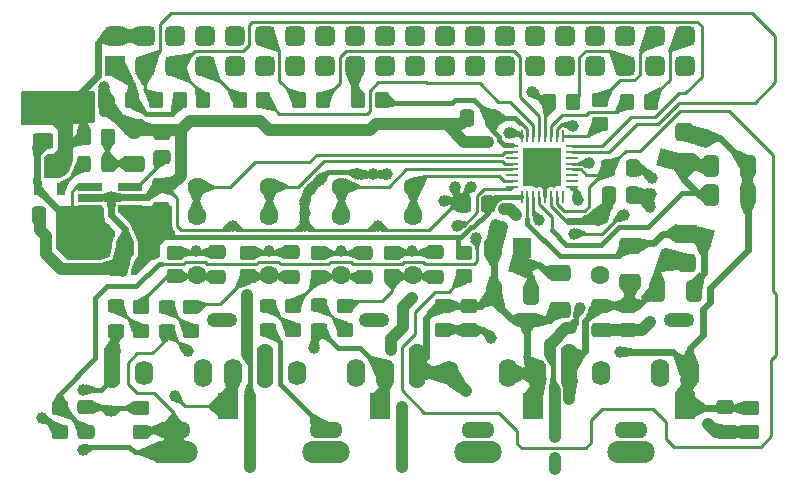
<source format=gbl>
%TF.GenerationSoftware,KiCad,Pcbnew,7.0.9-7.0.9~ubuntu22.04.1*%
%TF.CreationDate,2023-12-11T10:38:11-03:00*%
%TF.ProjectId,WM_RB-HAT,574d5f52-422d-4484-9154-2e6b69636164,rev?*%
%TF.SameCoordinates,Original*%
%TF.FileFunction,Copper,L2,Bot*%
%TF.FilePolarity,Positive*%
%FSLAX46Y46*%
G04 Gerber Fmt 4.6, Leading zero omitted, Abs format (unit mm)*
G04 Created by KiCad (PCBNEW 7.0.9-7.0.9~ubuntu22.04.1) date 2023-12-11 10:38:11*
%MOMM*%
%LPD*%
G01*
G04 APERTURE LIST*
G04 Aperture macros list*
%AMRoundRect*
0 Rectangle with rounded corners*
0 $1 Rounding radius*
0 $2 $3 $4 $5 $6 $7 $8 $9 X,Y pos of 4 corners*
0 Add a 4 corners polygon primitive as box body*
4,1,4,$2,$3,$4,$5,$6,$7,$8,$9,$2,$3,0*
0 Add four circle primitives for the rounded corners*
1,1,$1+$1,$2,$3*
1,1,$1+$1,$4,$5*
1,1,$1+$1,$6,$7*
1,1,$1+$1,$8,$9*
0 Add four rect primitives between the rounded corners*
20,1,$1+$1,$2,$3,$4,$5,0*
20,1,$1+$1,$4,$5,$6,$7,0*
20,1,$1+$1,$6,$7,$8,$9,0*
20,1,$1+$1,$8,$9,$2,$3,0*%
%AMRotRect*
0 Rectangle, with rotation*
0 The origin of the aperture is its center*
0 $1 length*
0 $2 width*
0 $3 Rotation angle, in degrees counterclockwise*
0 Add horizontal line*
21,1,$1,$2,0,0,$3*%
%AMFreePoly0*
4,1,18,-0.550000,0.062500,-0.545242,0.086418,-0.531694,0.106694,-0.511418,0.120242,-0.487500,0.125000,0.487500,0.125000,0.511418,0.120242,0.531694,0.106694,0.545242,0.086418,0.550000,0.062500,0.550000,-0.012500,0.437500,-0.125000,-0.487500,-0.125000,-0.511418,-0.120242,-0.531694,-0.106694,-0.545242,-0.086418,-0.550000,-0.062500,-0.550000,0.062500,-0.550000,0.062500,$1*%
%AMFreePoly1*
4,1,18,-0.550000,0.062500,-0.545242,0.086418,-0.531694,0.106694,-0.511418,0.120242,-0.487500,0.125000,0.437500,0.125000,0.550000,0.012500,0.550000,-0.062500,0.545242,-0.086418,0.531694,-0.106694,0.511418,-0.120242,0.487500,-0.125000,-0.487500,-0.125000,-0.511418,-0.120242,-0.531694,-0.106694,-0.545242,-0.086418,-0.550000,-0.062500,-0.550000,0.062500,-0.550000,0.062500,$1*%
%AMFreePoly2*
4,1,18,-0.125000,0.487500,-0.120242,0.511418,-0.106694,0.531694,-0.086418,0.545242,-0.062500,0.550000,0.062500,0.550000,0.086418,0.545242,0.106694,0.531694,0.120242,0.511418,0.125000,0.487500,0.125000,-0.487500,0.120242,-0.511418,0.106694,-0.531694,0.086418,-0.545242,0.062500,-0.550000,-0.012500,-0.550000,-0.125000,-0.437500,-0.125000,0.487500,-0.125000,0.487500,$1*%
%AMFreePoly3*
4,1,18,-0.125000,0.487500,-0.120242,0.511418,-0.106694,0.531694,-0.086418,0.545242,-0.062500,0.550000,0.062500,0.550000,0.086418,0.545242,0.106694,0.531694,0.120242,0.511418,0.125000,0.487500,0.125000,-0.437500,0.012500,-0.550000,-0.062500,-0.550000,-0.086418,-0.545242,-0.106694,-0.531694,-0.120242,-0.511418,-0.125000,-0.487500,-0.125000,0.487500,-0.125000,0.487500,$1*%
%AMFreePoly4*
4,1,18,-0.550000,0.012500,-0.437500,0.125000,0.487500,0.125000,0.511418,0.120242,0.531694,0.106694,0.545242,0.086418,0.550000,0.062500,0.550000,-0.062500,0.545242,-0.086418,0.531694,-0.106694,0.511418,-0.120242,0.487500,-0.125000,-0.487500,-0.125000,-0.511418,-0.120242,-0.531694,-0.106694,-0.545242,-0.086418,-0.550000,-0.062500,-0.550000,0.012500,-0.550000,0.012500,$1*%
%AMFreePoly5*
4,1,18,-0.550000,0.062500,-0.545242,0.086418,-0.531694,0.106694,-0.511418,0.120242,-0.487500,0.125000,0.487500,0.125000,0.511418,0.120242,0.531694,0.106694,0.545242,0.086418,0.550000,0.062500,0.550000,-0.062500,0.545242,-0.086418,0.531694,-0.106694,0.511418,-0.120242,0.487500,-0.125000,-0.437500,-0.125000,-0.550000,-0.012500,-0.550000,0.062500,-0.550000,0.062500,$1*%
%AMFreePoly6*
4,1,18,-0.125000,0.487500,-0.120242,0.511418,-0.106694,0.531694,-0.086418,0.545242,-0.062500,0.550000,0.012500,0.550000,0.125000,0.437500,0.125000,-0.487500,0.120242,-0.511418,0.106694,-0.531694,0.086418,-0.545242,0.062500,-0.550000,-0.062500,-0.550000,-0.086418,-0.545242,-0.106694,-0.531694,-0.120242,-0.511418,-0.125000,-0.487500,-0.125000,0.487500,-0.125000,0.487500,$1*%
%AMFreePoly7*
4,1,18,-0.125000,0.437500,-0.012500,0.550000,0.062500,0.550000,0.086418,0.545242,0.106694,0.531694,0.120242,0.511418,0.125000,0.487500,0.125000,-0.487500,0.120242,-0.511418,0.106694,-0.531694,0.086418,-0.545242,0.062500,-0.550000,-0.062500,-0.550000,-0.086418,-0.545242,-0.106694,-0.531694,-0.120242,-0.511418,-0.125000,-0.487500,-0.125000,0.437500,-0.125000,0.437500,$1*%
G04 Aperture macros list end*
%TA.AperFunction,ComponentPad*%
%ADD10O,1.400000X3.800000*%
%TD*%
%TA.AperFunction,ComponentPad*%
%ADD11O,1.600000X2.100000*%
%TD*%
%TA.AperFunction,ComponentPad*%
%ADD12O,2.800000X1.400000*%
%TD*%
%TA.AperFunction,ComponentPad*%
%ADD13O,4.000000X1.900000*%
%TD*%
%TA.AperFunction,ComponentPad*%
%ADD14R,1.700000X2.200000*%
%TD*%
%TA.AperFunction,ComponentPad*%
%ADD15O,1.600000X2.400000*%
%TD*%
%TA.AperFunction,ComponentPad*%
%ADD16O,2.600000X1.200000*%
%TD*%
%TA.AperFunction,ComponentPad*%
%ADD17C,1.600000*%
%TD*%
%TA.AperFunction,ComponentPad*%
%ADD18R,1.600000X1.800000*%
%TD*%
%TA.AperFunction,ComponentPad*%
%ADD19RotRect,1.500000X1.500000X165.000000*%
%TD*%
%TA.AperFunction,ComponentPad*%
%ADD20RoundRect,0.375000X0.459279X0.265165X-0.265165X0.459279X-0.459279X-0.265165X0.265165X-0.459279X0*%
%TD*%
%TA.AperFunction,SMDPad,CuDef*%
%ADD21RotRect,2.500000X1.500000X255.000000*%
%TD*%
%TA.AperFunction,ComponentPad*%
%ADD22RoundRect,0.375000X0.425000X0.375000X-0.425000X0.375000X-0.425000X-0.375000X0.425000X-0.375000X0*%
%TD*%
%TA.AperFunction,ComponentPad*%
%ADD23R,1.800000X1.600000*%
%TD*%
%TA.AperFunction,ComponentPad*%
%ADD24RotRect,1.500000X1.500000X75.000000*%
%TD*%
%TA.AperFunction,ComponentPad*%
%ADD25RoundRect,0.375000X0.265165X-0.459279X0.459279X0.265165X-0.265165X0.459279X-0.459279X-0.265165X0*%
%TD*%
%TA.AperFunction,SMDPad,CuDef*%
%ADD26RotRect,2.500000X1.500000X165.000000*%
%TD*%
%TA.AperFunction,ComponentPad*%
%ADD27RoundRect,0.375000X0.375000X-0.425000X0.375000X0.425000X-0.375000X0.425000X-0.375000X-0.425000X0*%
%TD*%
%TA.AperFunction,ComponentPad*%
%ADD28RotRect,1.500000X1.500000X255.000000*%
%TD*%
%TA.AperFunction,ComponentPad*%
%ADD29RoundRect,0.375000X-0.265165X0.459279X-0.459279X-0.265165X0.265165X-0.459279X0.459279X0.265165X0*%
%TD*%
%TA.AperFunction,SMDPad,CuDef*%
%ADD30RotRect,2.500000X1.500000X345.000000*%
%TD*%
%TA.AperFunction,ComponentPad*%
%ADD31RoundRect,0.375000X-0.375000X0.425000X-0.375000X-0.425000X0.375000X-0.425000X0.375000X0.425000X0*%
%TD*%
%TA.AperFunction,ComponentPad*%
%ADD32RotRect,1.500000X1.500000X345.000000*%
%TD*%
%TA.AperFunction,ComponentPad*%
%ADD33RoundRect,0.375000X-0.459279X-0.265165X0.265165X-0.459279X0.459279X0.265165X-0.265165X0.459279X0*%
%TD*%
%TA.AperFunction,SMDPad,CuDef*%
%ADD34RotRect,2.500000X1.500000X75.000000*%
%TD*%
%TA.AperFunction,ComponentPad*%
%ADD35RoundRect,0.375000X-0.425000X-0.375000X0.425000X-0.375000X0.425000X0.375000X-0.425000X0.375000X0*%
%TD*%
%TA.AperFunction,ComponentPad*%
%ADD36R,1.700000X1.700000*%
%TD*%
%TA.AperFunction,ComponentPad*%
%ADD37RoundRect,0.425000X-0.425000X0.425000X-0.425000X-0.425000X0.425000X-0.425000X0.425000X0.425000X0*%
%TD*%
%TA.AperFunction,SMDPad,CuDef*%
%ADD38RoundRect,0.250000X0.350000X0.450000X-0.350000X0.450000X-0.350000X-0.450000X0.350000X-0.450000X0*%
%TD*%
%TA.AperFunction,SMDPad,CuDef*%
%ADD39RoundRect,0.250000X-0.350000X-0.450000X0.350000X-0.450000X0.350000X0.450000X-0.350000X0.450000X0*%
%TD*%
%TA.AperFunction,SMDPad,CuDef*%
%ADD40RoundRect,0.250000X0.450000X-0.350000X0.450000X0.350000X-0.450000X0.350000X-0.450000X-0.350000X0*%
%TD*%
%TA.AperFunction,SMDPad,CuDef*%
%ADD41RoundRect,0.250000X0.475000X-0.337500X0.475000X0.337500X-0.475000X0.337500X-0.475000X-0.337500X0*%
%TD*%
%TA.AperFunction,SMDPad,CuDef*%
%ADD42RoundRect,0.250000X0.337500X0.475000X-0.337500X0.475000X-0.337500X-0.475000X0.337500X-0.475000X0*%
%TD*%
%TA.AperFunction,SMDPad,CuDef*%
%ADD43FreePoly0,0.000000*%
%TD*%
%TA.AperFunction,SMDPad,CuDef*%
%ADD44RoundRect,0.062500X-0.487500X-0.062500X0.487500X-0.062500X0.487500X0.062500X-0.487500X0.062500X0*%
%TD*%
%TA.AperFunction,SMDPad,CuDef*%
%ADD45FreePoly1,0.000000*%
%TD*%
%TA.AperFunction,SMDPad,CuDef*%
%ADD46FreePoly2,0.000000*%
%TD*%
%TA.AperFunction,SMDPad,CuDef*%
%ADD47RoundRect,0.062500X-0.062500X-0.487500X0.062500X-0.487500X0.062500X0.487500X-0.062500X0.487500X0*%
%TD*%
%TA.AperFunction,SMDPad,CuDef*%
%ADD48FreePoly3,0.000000*%
%TD*%
%TA.AperFunction,SMDPad,CuDef*%
%ADD49FreePoly4,0.000000*%
%TD*%
%TA.AperFunction,SMDPad,CuDef*%
%ADD50FreePoly5,0.000000*%
%TD*%
%TA.AperFunction,SMDPad,CuDef*%
%ADD51FreePoly6,0.000000*%
%TD*%
%TA.AperFunction,SMDPad,CuDef*%
%ADD52FreePoly7,0.000000*%
%TD*%
%TA.AperFunction,ComponentPad*%
%ADD53C,0.900000*%
%TD*%
%TA.AperFunction,SMDPad,CuDef*%
%ADD54R,3.300000X3.300000*%
%TD*%
%TA.AperFunction,SMDPad,CuDef*%
%ADD55RoundRect,0.250000X-0.337500X-0.475000X0.337500X-0.475000X0.337500X0.475000X-0.337500X0.475000X0*%
%TD*%
%TA.AperFunction,SMDPad,CuDef*%
%ADD56RoundRect,0.250000X0.625000X-0.400000X0.625000X0.400000X-0.625000X0.400000X-0.625000X-0.400000X0*%
%TD*%
%TA.AperFunction,SMDPad,CuDef*%
%ADD57RoundRect,0.250000X-0.650000X0.412500X-0.650000X-0.412500X0.650000X-0.412500X0.650000X0.412500X0*%
%TD*%
%TA.AperFunction,SMDPad,CuDef*%
%ADD58RoundRect,0.250000X-0.450000X0.350000X-0.450000X-0.350000X0.450000X-0.350000X0.450000X0.350000X0*%
%TD*%
%TA.AperFunction,SMDPad,CuDef*%
%ADD59RoundRect,0.250000X0.450000X-0.325000X0.450000X0.325000X-0.450000X0.325000X-0.450000X-0.325000X0*%
%TD*%
%TA.AperFunction,SMDPad,CuDef*%
%ADD60RoundRect,0.250000X-0.412500X-0.650000X0.412500X-0.650000X0.412500X0.650000X-0.412500X0.650000X0*%
%TD*%
%TA.AperFunction,SMDPad,CuDef*%
%ADD61RoundRect,0.250000X-0.475000X0.337500X-0.475000X-0.337500X0.475000X-0.337500X0.475000X0.337500X0*%
%TD*%
%TA.AperFunction,SMDPad,CuDef*%
%ADD62RoundRect,0.250000X0.412500X0.650000X-0.412500X0.650000X-0.412500X-0.650000X0.412500X-0.650000X0*%
%TD*%
%TA.AperFunction,SMDPad,CuDef*%
%ADD63RoundRect,0.250000X0.325000X0.450000X-0.325000X0.450000X-0.325000X-0.450000X0.325000X-0.450000X0*%
%TD*%
%TA.AperFunction,SMDPad,CuDef*%
%ADD64RoundRect,0.250000X0.650000X-0.412500X0.650000X0.412500X-0.650000X0.412500X-0.650000X-0.412500X0*%
%TD*%
%TA.AperFunction,SMDPad,CuDef*%
%ADD65R,2.000000X0.650000*%
%TD*%
%TA.AperFunction,SMDPad,CuDef*%
%ADD66R,0.800000X1.100000*%
%TD*%
%TA.AperFunction,ViaPad*%
%ADD67C,1.000000*%
%TD*%
%TA.AperFunction,Conductor*%
%ADD68C,0.250000*%
%TD*%
%TA.AperFunction,Conductor*%
%ADD69C,0.600000*%
%TD*%
%TA.AperFunction,Conductor*%
%ADD70C,0.400000*%
%TD*%
%TA.AperFunction,Conductor*%
%ADD71C,1.000000*%
%TD*%
%TA.AperFunction,Conductor*%
%ADD72C,0.200000*%
%TD*%
G04 APERTURE END LIST*
D10*
%TO.P,J2,R*%
%TO.N,Net-(C16-Pad2)*%
X125400000Y-91000000D03*
D11*
%TO.P,J2,RN*%
%TO.N,unconnected-(J2-PadRN)*%
X128100000Y-91600000D03*
D12*
%TO.P,J2,S*%
%TO.N,GND*%
X130600000Y-96400000D03*
D13*
X130600000Y-98300000D03*
D14*
%TO.P,J2,T*%
%TO.N,Net-(C14-Pad2)*%
X135200000Y-94400000D03*
D15*
X135600000Y-91600000D03*
%TO.P,J2,TN*%
%TO.N,unconnected-(J2-PadTN)*%
X133100000Y-91600000D03*
D16*
X134700000Y-87100000D03*
%TD*%
D10*
%TO.P,J1,R*%
%TO.N,Net-(JP1-A)*%
X86700000Y-91000000D03*
D11*
%TO.P,J1,RN*%
%TO.N,unconnected-(J1-PadRN)*%
X89400000Y-91600000D03*
D12*
%TO.P,J1,S*%
%TO.N,Net-(JP3-B)*%
X91900000Y-96400000D03*
D13*
X91900000Y-98300000D03*
D14*
%TO.P,J1,T*%
%TO.N,Net-(JP1-A)*%
X96500000Y-94400000D03*
D15*
X96900000Y-91600000D03*
%TO.P,J1,TN*%
%TO.N,unconnected-(J1-PadTN)*%
X94400000Y-91600000D03*
D16*
X96000000Y-87100000D03*
%TD*%
D17*
%TO.P,C37,1*%
%TO.N,Net-(C33-Pad2)*%
X100000000Y-83300000D03*
%TO.P,C37,2*%
%TO.N,/GND_INPUT_R*%
X100000000Y-78300000D03*
X100000000Y-75800000D03*
%TD*%
%TO.P,C38,1*%
%TO.N,Net-(C34-Pad2)*%
X106100000Y-83300000D03*
%TO.P,C38,2*%
%TO.N,/GND_INPUT_L*%
X106100000Y-78300000D03*
X106100000Y-75800000D03*
%TD*%
D18*
%TO.P,CP4,1*%
%TO.N,/OUT_MONO*%
X121402651Y-81000000D03*
D19*
X121136494Y-82420264D03*
D20*
%TO.P,CP4,2*%
%TO.N,Net-(C11-Pad1)*%
X119363324Y-79419756D03*
D21*
X119169210Y-80144201D03*
D22*
X118902651Y-81000000D03*
%TD*%
D10*
%TO.P,J5,R*%
%TO.N,Net-(C11-Pad1)*%
X112500000Y-91000000D03*
D11*
%TO.P,J5,RN*%
X115200000Y-91600000D03*
D12*
%TO.P,J5,S*%
%TO.N,GND*%
X117700000Y-96400000D03*
D13*
X117700000Y-98300000D03*
D14*
%TO.P,J5,T*%
%TO.N,Net-(C11-Pad1)*%
X122300000Y-94400000D03*
D15*
X122700000Y-91600000D03*
%TO.P,J5,TN*%
X120200000Y-91600000D03*
D16*
X121800000Y-87100000D03*
%TD*%
D17*
%TO.P,C19,1*%
%TO.N,Net-(C19-Pad1)*%
X112200000Y-83300000D03*
%TO.P,C19,2*%
%TO.N,/LINE_INPUT_L*%
X112200000Y-78300000D03*
X112200000Y-75800000D03*
%TD*%
D23*
%TO.P,CP2,1*%
%TO.N,/HP_L*%
X135100000Y-73700000D03*
D24*
X133679736Y-73433843D03*
D25*
%TO.P,CP2,2*%
%TO.N,Net-(C14-Pad2)*%
X136680244Y-71660673D03*
D26*
X135955799Y-71466559D03*
D27*
X135100000Y-71200000D03*
%TD*%
D17*
%TO.P,C36,1*%
%TO.N,Net-(U1-VMID)*%
X128000000Y-78300000D03*
%TO.P,C36,2*%
%TO.N,GND*%
X128000000Y-83300000D03*
%TD*%
D23*
%TO.P,CP1,1*%
%TO.N,/HP_R*%
X135350000Y-79800000D03*
D28*
X136770264Y-80066157D03*
D29*
%TO.P,CP1,2*%
%TO.N,Net-(C16-Pad2)*%
X133769756Y-81839327D03*
D30*
X134494201Y-82033441D03*
D31*
X135350000Y-82300000D03*
%TD*%
D17*
%TO.P,C18,1*%
%TO.N,Net-(C18-Pad1)*%
X93850000Y-83300000D03*
%TO.P,C18,2*%
%TO.N,/LINE_INPUT_R*%
X93850000Y-78300000D03*
X93850000Y-75800000D03*
%TD*%
D18*
%TO.P,CP3,1*%
%TO.N,+VREGIN*%
X85300000Y-81019756D03*
D32*
X85566157Y-79599492D03*
D33*
%TO.P,CP3,2*%
%TO.N,GND*%
X87339327Y-82600000D03*
D34*
X87533441Y-81875555D03*
D35*
X87800000Y-81019756D03*
%TD*%
D10*
%TO.P,J7,R*%
%TO.N,Net-(FB2-Pad1)*%
X99600000Y-91000000D03*
D11*
%TO.P,J7,RN*%
%TO.N,unconnected-(J7-PadRN)*%
X102300000Y-91600000D03*
D12*
%TO.P,J7,S*%
%TO.N,GND*%
X104800000Y-96400000D03*
D13*
X104800000Y-98300000D03*
D14*
%TO.P,J7,T*%
%TO.N,Net-(FB2-Pad1)*%
X109400000Y-94400000D03*
D15*
X109800000Y-91600000D03*
%TO.P,J7,TN*%
%TO.N,unconnected-(J7-PadTN)*%
X107300000Y-91600000D03*
D16*
X108900000Y-87100000D03*
%TD*%
D36*
%TO.P,J3,1,P3V3*%
%TO.N,/P3V3_HAT*%
X86900000Y-65590000D03*
D37*
%TO.P,J3,2,P5V*%
%TO.N,+5V*%
X86900000Y-63050000D03*
%TO.P,J3,3,BCM2/SDA*%
%TO.N,/I2C_SDA*%
X89440000Y-65590000D03*
%TO.P,J3,4,P5V*%
%TO.N,+5V*%
X89440000Y-63050000D03*
%TO.P,J3,5,BCM3/SCL*%
%TO.N,/I2C_SCL*%
X91980000Y-65590000D03*
%TO.P,J3,6,GND*%
%TO.N,GND*%
X91980000Y-63050000D03*
%TO.P,J3,7,BCM4/GPCLK0*%
%TO.N,Net-(J3-BCM4{slash}GPCLK0)*%
X94520000Y-65590000D03*
%TO.P,J3,8,TXD/BCM14*%
%TO.N,unconnected-(J3-TXD{slash}BCM14-Pad8)*%
X94520000Y-63050000D03*
%TO.P,J3,9,GND*%
%TO.N,GND*%
X97060000Y-65590000D03*
%TO.P,J3,10,RXD/BCM15*%
%TO.N,unconnected-(J3-RXD{slash}BCM15-Pad10)*%
X97060000Y-63050000D03*
%TO.P,J3,11,BCM17*%
%TO.N,unconnected-(J3-BCM17-Pad11)*%
X99600000Y-65590000D03*
%TO.P,J3,12,I2S_CLK/BCM18*%
%TO.N,/I2S_CLK*%
X99600000Y-63050000D03*
%TO.P,J3,13,BCM27*%
%TO.N,unconnected-(J3-BCM27-Pad13)*%
X102140000Y-65590000D03*
%TO.P,J3,14,GND*%
%TO.N,GND*%
X102140000Y-63050000D03*
%TO.P,J3,15,BCM22*%
%TO.N,unconnected-(J3-BCM22-Pad15)*%
X104680000Y-65590000D03*
%TO.P,J3,16,BCM23*%
%TO.N,unconnected-(J3-BCM23-Pad16)*%
X104680000Y-63050000D03*
%TO.P,J3,17,P3V3*%
%TO.N,+3.3V*%
X107220000Y-65590000D03*
%TO.P,J3,18,BCM24*%
%TO.N,unconnected-(J3-BCM24-Pad18)*%
X107220000Y-63050000D03*
%TO.P,J3,19,BCM10/MOSI*%
%TO.N,unconnected-(J3-BCM10{slash}MOSI-Pad19)*%
X109760000Y-65590000D03*
%TO.P,J3,20,GND*%
%TO.N,GND*%
X109760000Y-63050000D03*
%TO.P,J3,21,BCM9/MISO*%
%TO.N,unconnected-(J3-BCM9{slash}MISO-Pad21)*%
X112300000Y-65590000D03*
%TO.P,J3,22,BCM25*%
%TO.N,unconnected-(J3-BCM25-Pad22)*%
X112300000Y-63050000D03*
%TO.P,J3,23,BCM11/SCLK*%
%TO.N,unconnected-(J3-BCM11{slash}SCLK-Pad23)*%
X114840000Y-65590000D03*
%TO.P,J3,24,CS0/BCM8*%
%TO.N,unconnected-(J3-CS0{slash}BCM8-Pad24)*%
X114840000Y-63050000D03*
%TO.P,J3,25,GND*%
%TO.N,GND*%
X117380000Y-65590000D03*
%TO.P,J3,26,CS1/BCM7*%
%TO.N,unconnected-(J3-CS1{slash}BCM7-Pad26)*%
X117380000Y-63050000D03*
%TO.P,J3,27,BCM0*%
%TO.N,unconnected-(J3-BCM0-Pad27)*%
X119920000Y-65590000D03*
%TO.P,J3,28,BCM1*%
%TO.N,unconnected-(J3-BCM1-Pad28)*%
X119920000Y-63050000D03*
%TO.P,J3,29,BCM5/GPCLK1*%
%TO.N,unconnected-(J3-BCM5{slash}GPCLK1-Pad29)*%
X122460000Y-65590000D03*
%TO.P,J3,30,GND*%
%TO.N,GND*%
X122460000Y-63050000D03*
%TO.P,J3,31,BCM6/GPCLK2*%
%TO.N,unconnected-(J3-BCM6{slash}GPCLK2-Pad31)*%
X125000000Y-65590000D03*
%TO.P,J3,32,BCM12*%
%TO.N,unconnected-(J3-BCM12-Pad32)*%
X125000000Y-63050000D03*
%TO.P,J3,33,BCM13*%
%TO.N,unconnected-(J3-BCM13-Pad33)*%
X127540000Y-65590000D03*
%TO.P,J3,34,GND*%
%TO.N,GND*%
X127540000Y-63050000D03*
%TO.P,J3,35,BCM19/I2S_LR*%
%TO.N,/I2S_LRCLK*%
X130080000Y-65590000D03*
%TO.P,J3,36,BCM16*%
%TO.N,unconnected-(J3-BCM16-Pad36)*%
X130080000Y-63050000D03*
%TO.P,J3,37,BCM26*%
%TO.N,unconnected-(J3-BCM26-Pad37)*%
X132620000Y-65590000D03*
%TO.P,J3,38,I2S_ADC/BCM20*%
%TO.N,/I2S_ADC*%
X132620000Y-63050000D03*
%TO.P,J3,39,GND*%
%TO.N,GND*%
X135160000Y-65590000D03*
%TO.P,J3,40,I2S_DAC/BCM21*%
%TO.N,/I2S_DAC*%
X135160000Y-63050000D03*
%TD*%
D38*
%TO.P,R2,1*%
%TO.N,Net-(U1-BCLK)*%
X104500000Y-68500000D03*
%TO.P,R2,2*%
%TO.N,/I2S_CLK*%
X102500000Y-68500000D03*
%TD*%
D39*
%TO.P,R3,1*%
%TO.N,Net-(U1-DACAT)*%
X130300000Y-68600000D03*
%TO.P,R3,2*%
%TO.N,/I2S_DAC*%
X132300000Y-68600000D03*
%TD*%
%TO.P,R4,1*%
%TO.N,Net-(U1-ADCLRC{slash}GPIO1)*%
X123700000Y-68600000D03*
%TO.P,R4,2*%
%TO.N,/I2S_LRCLK*%
X125700000Y-68600000D03*
%TD*%
D40*
%TO.P,R5,1*%
%TO.N,Net-(U1-ADCDAT)*%
X128000000Y-70500000D03*
%TO.P,R5,2*%
%TO.N,/I2S_ADC*%
X128000000Y-68500000D03*
%TD*%
D41*
%TO.P,C2,1*%
%TO.N,/MICBIAS*%
X84500000Y-96557500D03*
%TO.P,C2,2*%
%TO.N,GND*%
X84500000Y-94482500D03*
%TD*%
D42*
%TO.P,C3,1*%
%TO.N,Net-(U1-DBVDD)*%
X118837500Y-70000000D03*
%TO.P,C3,2*%
%TO.N,GND*%
X116762500Y-70000000D03*
%TD*%
%TO.P,C5,1*%
%TO.N,+3.3VA*%
X118537500Y-77300000D03*
%TO.P,C5,2*%
%TO.N,GND*%
X116462500Y-77300000D03*
%TD*%
%TO.P,C7,1*%
%TO.N,GND*%
X130825000Y-76500000D03*
%TO.P,C7,2*%
%TO.N,Net-(U1-VMID)*%
X128750000Y-76500000D03*
%TD*%
D43*
%TO.P,U1,1,MICBIAS*%
%TO.N,/MICBIAS*%
X120550000Y-75850000D03*
D44*
%TO.P,U1,2,LINPUT3/JD2*%
%TO.N,/LINE_INPUT_L*%
X120550000Y-75350000D03*
%TO.P,U1,3,LINPUT2*%
%TO.N,unconnected-(U1-LINPUT2-Pad3)*%
X120550000Y-74850000D03*
%TO.P,U1,4,LINPUT1*%
%TO.N,/GND_INPUT_L*%
X120550000Y-74350000D03*
%TO.P,U1,5,RINPUT1*%
%TO.N,/GND_INPUT_R*%
X120550000Y-73850000D03*
%TO.P,U1,6,RINPUT2*%
%TO.N,unconnected-(U1-RINPUT2-Pad6)*%
X120550000Y-73350000D03*
%TO.P,U1,7,RINPUT3/JD3*%
%TO.N,/LINE_INPUT_R*%
X120550000Y-72850000D03*
D45*
%TO.P,U1,8,DCVDD*%
%TO.N,Net-(U1-DBVDD)*%
X120550000Y-72350000D03*
D46*
%TO.P,U1,9,DGND*%
%TO.N,GND*%
X121350000Y-71550000D03*
D47*
%TO.P,U1,10,DBVDD*%
%TO.N,Net-(U1-DBVDD)*%
X121850000Y-71550000D03*
%TO.P,U1,11,MCLK*%
%TO.N,/CLK*%
X122350000Y-71550000D03*
%TO.P,U1,12,BCLK*%
%TO.N,Net-(U1-BCLK)*%
X122850000Y-71550000D03*
%TO.P,U1,13,DACRLC*%
%TO.N,Net-(U1-ADCLRC{slash}GPIO1)*%
X123350000Y-71550000D03*
%TO.P,U1,14,DACAT*%
%TO.N,Net-(U1-DACAT)*%
X123850000Y-71550000D03*
%TO.P,U1,15,ADCLRC/GPIO1*%
%TO.N,Net-(U1-ADCLRC{slash}GPIO1)*%
X124350000Y-71550000D03*
D48*
%TO.P,U1,16,ADCDAT*%
%TO.N,Net-(U1-ADCDAT)*%
X124850000Y-71550000D03*
D49*
%TO.P,U1,17,SCLK*%
%TO.N,/I2C_SCL*%
X125650000Y-72350000D03*
D44*
%TO.P,U1,18,SDIN*%
%TO.N,/I2C_SDA*%
X125650000Y-72850000D03*
%TO.P,U1,19,SPK_RN*%
%TO.N,unconnected-(U1-SPK_RN-Pad19)*%
X125650000Y-73350000D03*
%TO.P,U1,20,SPKGND2*%
%TO.N,GND*%
X125650000Y-73850000D03*
%TO.P,U1,21,SPKVDD2*%
%TO.N,Net-(U1-SPKVDD1)*%
X125650000Y-74350000D03*
%TO.P,U1,22,SPK_RP*%
%TO.N,unconnected-(U1-SPK_RP-Pad22)*%
X125650000Y-74850000D03*
%TO.P,U1,23,SPL_LN*%
%TO.N,unconnected-(U1-SPL_LN-Pad23)*%
X125650000Y-75350000D03*
D50*
%TO.P,U1,24,SPKGND1*%
%TO.N,GND*%
X125650000Y-75850000D03*
D51*
%TO.P,U1,25,SPK_LP*%
%TO.N,unconnected-(U1-SPK_LP-Pad25)*%
X124850000Y-76650000D03*
D47*
%TO.P,U1,26,SPKVDD1*%
%TO.N,Net-(U1-SPKVDD1)*%
X124350000Y-76650000D03*
%TO.P,U1,27,VMID*%
%TO.N,Net-(U1-VMID)*%
X123850000Y-76650000D03*
%TO.P,U1,28,AGND*%
%TO.N,GND*%
X123350000Y-76650000D03*
%TO.P,U1,29,HP_R*%
%TO.N,/HP_L*%
X122850000Y-76650000D03*
%TO.P,U1,30,OUT3*%
%TO.N,/OUT_MONO*%
X122350000Y-76650000D03*
%TO.P,U1,31,HP_L*%
%TO.N,/HP_R*%
X121850000Y-76650000D03*
D52*
%TO.P,U1,32,AVDD*%
%TO.N,+3.3VA*%
X121350000Y-76650000D03*
D53*
%TO.P,U1,33,GND*%
%TO.N,GND*%
X122100000Y-73100000D03*
X122100000Y-74100000D03*
X122100000Y-75100000D03*
X123100000Y-73100000D03*
X123100000Y-74100000D03*
D54*
X123100000Y-74100000D03*
D53*
X123100000Y-75100000D03*
X124100000Y-73100000D03*
X124100000Y-74100000D03*
X124100000Y-75100000D03*
%TD*%
D55*
%TO.P,C8,1*%
%TO.N,Net-(U1-SPKVDD1)*%
X128712500Y-74250000D03*
%TO.P,C8,2*%
%TO.N,GND*%
X130787500Y-74250000D03*
%TD*%
D41*
%TO.P,C12,1*%
%TO.N,Net-(U4-SENSE{slash}ADJ)*%
X90900000Y-73300000D03*
%TO.P,C12,2*%
%TO.N,GND*%
X90900000Y-71225000D03*
%TD*%
D42*
%TO.P,C32,1*%
%TO.N,+VREGIN*%
X82575000Y-78200000D03*
%TO.P,C32,2*%
%TO.N,GND*%
X80500000Y-78200000D03*
%TD*%
D56*
%TO.P,R11,1*%
%TO.N,+VREGIN*%
X80800000Y-71900000D03*
%TO.P,R11,2*%
%TO.N,+5V*%
X80800000Y-68800000D03*
%TD*%
D57*
%TO.P,C13,1*%
%TO.N,/OUT_MONO*%
X124600000Y-83137500D03*
%TO.P,C13,2*%
%TO.N,Net-(C11-Pad1)*%
X124600000Y-86262500D03*
%TD*%
D41*
%TO.P,C31,1*%
%TO.N,+3.3VA*%
X90790000Y-77737500D03*
%TO.P,C31,2*%
%TO.N,GND*%
X90790000Y-75662500D03*
%TD*%
D58*
%TO.P,R24,1*%
%TO.N,+3.3VA*%
X116500000Y-81400000D03*
%TO.P,R24,2*%
%TO.N,Net-(U1-SPKVDD1)*%
X116500000Y-83400000D03*
%TD*%
D59*
%TO.P,FB1,1*%
%TO.N,Net-(JP1-A)*%
X87000000Y-88000000D03*
%TO.P,FB1,2*%
%TO.N,Net-(FB1-Pad2)*%
X87000000Y-85950000D03*
%TD*%
D60*
%TO.P,C35,1*%
%TO.N,+5V*%
X83137500Y-69000000D03*
%TO.P,C35,2*%
%TO.N,GND*%
X86262500Y-69000000D03*
%TD*%
D41*
%TO.P,C29,1*%
%TO.N,GND*%
X138600000Y-96557500D03*
%TO.P,C29,2*%
%TO.N,Net-(C14-Pad2)*%
X138600000Y-94482500D03*
%TD*%
D58*
%TO.P,R30,1*%
%TO.N,GND*%
X104200000Y-81437500D03*
%TO.P,R30,2*%
%TO.N,Net-(C34-Pad2)*%
X104200000Y-83437500D03*
%TD*%
D38*
%TO.P,R13,1*%
%TO.N,/I2C_SCL*%
X94400000Y-68500000D03*
%TO.P,R13,2*%
%TO.N,/P3V3_HAT*%
X92400000Y-68500000D03*
%TD*%
D58*
%TO.P,R9,1*%
%TO.N,Net-(C18-Pad1)*%
X89100000Y-86000000D03*
%TO.P,R9,2*%
%TO.N,Net-(FB1-Pad2)*%
X89100000Y-88000000D03*
%TD*%
D39*
%TO.P,R26,1*%
%TO.N,Net-(J3-BCM4{slash}GPCLK0)*%
X97500000Y-68500000D03*
%TO.P,R26,2*%
%TO.N,/CLK*%
X99500000Y-68500000D03*
%TD*%
D41*
%TO.P,C30,1*%
%TO.N,GND*%
X128000000Y-87967500D03*
%TO.P,C30,2*%
%TO.N,Net-(C16-Pad2)*%
X128000000Y-85892500D03*
%TD*%
D61*
%TO.P,C21,1*%
%TO.N,GND*%
X95600000Y-81362500D03*
%TO.P,C21,2*%
%TO.N,Net-(C18-Pad1)*%
X95600000Y-83437500D03*
%TD*%
D60*
%TO.P,C11,1*%
%TO.N,Net-(C11-Pad1)*%
X119037500Y-84900000D03*
%TO.P,C11,2*%
%TO.N,/OUT_MONO*%
X122162500Y-84900000D03*
%TD*%
D59*
%TO.P,FB2,1*%
%TO.N,Net-(FB2-Pad1)*%
X104200000Y-87900000D03*
%TO.P,FB2,2*%
%TO.N,Net-(FB2-Pad2)*%
X104200000Y-85850000D03*
%TD*%
D62*
%TO.P,C16,1*%
%TO.N,/HP_R*%
X135962500Y-84600000D03*
%TO.P,C16,2*%
%TO.N,Net-(C16-Pad2)*%
X132837500Y-84600000D03*
%TD*%
D40*
%TO.P,R25,1*%
%TO.N,Net-(JP3-B)*%
X89100000Y-96550000D03*
%TO.P,R25,2*%
%TO.N,GND*%
X89100000Y-94550000D03*
%TD*%
D58*
%TO.P,R28,1*%
%TO.N,Net-(C33-Pad2)*%
X93400000Y-86000000D03*
%TO.P,R28,2*%
%TO.N,Net-(FB7-Pad2)*%
X93400000Y-88000000D03*
%TD*%
%TO.P,R7,1*%
%TO.N,GND*%
X110400000Y-81400000D03*
%TO.P,R7,2*%
%TO.N,Net-(C19-Pad1)*%
X110400000Y-83400000D03*
%TD*%
D40*
%TO.P,R23,1*%
%TO.N,GND*%
X130400000Y-87900000D03*
%TO.P,R23,2*%
%TO.N,Net-(C16-Pad2)*%
X130400000Y-85900000D03*
%TD*%
D57*
%TO.P,C17,1*%
%TO.N,/HP_R*%
X130550000Y-80787500D03*
%TO.P,C17,2*%
%TO.N,Net-(C16-Pad2)*%
X130550000Y-83912500D03*
%TD*%
D61*
%TO.P,C33,1*%
%TO.N,GND*%
X101800000Y-81362500D03*
%TO.P,C33,2*%
%TO.N,Net-(C33-Pad2)*%
X101800000Y-83437500D03*
%TD*%
D41*
%TO.P,C9,1*%
%TO.N,GND*%
X116900000Y-87967500D03*
%TO.P,C9,2*%
%TO.N,Net-(C11-Pad1)*%
X116900000Y-85892500D03*
%TD*%
D40*
%TO.P,R6,1*%
%TO.N,GND*%
X114700000Y-87900000D03*
%TO.P,R6,2*%
%TO.N,Net-(C11-Pad1)*%
X114700000Y-85900000D03*
%TD*%
D60*
%TO.P,C15,1*%
%TO.N,/HP_L*%
X137387500Y-76550000D03*
%TO.P,C15,2*%
%TO.N,Net-(C14-Pad2)*%
X140512500Y-76550000D03*
%TD*%
D38*
%TO.P,R14,1*%
%TO.N,/I2C_SDA*%
X90400000Y-68500000D03*
%TO.P,R14,2*%
%TO.N,/P3V3_HAT*%
X88400000Y-68500000D03*
%TD*%
D58*
%TO.P,R29,1*%
%TO.N,Net-(C34-Pad2)*%
X102000000Y-85900000D03*
%TO.P,R29,2*%
%TO.N,Net-(FB6-Pad2)*%
X102000000Y-87900000D03*
%TD*%
D59*
%TO.P,FB7,1*%
%TO.N,Net-(JP3-B)*%
X91300000Y-88025000D03*
%TO.P,FB7,2*%
%TO.N,Net-(FB7-Pad2)*%
X91300000Y-85975000D03*
%TD*%
D58*
%TO.P,R31,1*%
%TO.N,GND*%
X98200000Y-81400000D03*
%TO.P,R31,2*%
%TO.N,Net-(C33-Pad2)*%
X98200000Y-83400000D03*
%TD*%
D63*
%TO.P,FB3,1*%
%TO.N,Net-(C22-Pad1)*%
X86325000Y-73900000D03*
%TO.P,FB3,2*%
%TO.N,Net-(Q1-B)*%
X84275000Y-73900000D03*
%TD*%
D64*
%TO.P,C22,1*%
%TO.N,Net-(C22-Pad1)*%
X88550000Y-73862500D03*
%TO.P,C22,2*%
%TO.N,GND*%
X88550000Y-70737500D03*
%TD*%
D58*
%TO.P,R10,1*%
%TO.N,Net-(C19-Pad1)*%
X106400000Y-85900000D03*
%TO.P,R10,2*%
%TO.N,Net-(FB2-Pad2)*%
X106400000Y-87900000D03*
%TD*%
%TO.P,R8,1*%
%TO.N,GND*%
X92000000Y-81400000D03*
%TO.P,R8,2*%
%TO.N,Net-(C18-Pad1)*%
X92000000Y-83400000D03*
%TD*%
D59*
%TO.P,FB6,1*%
%TO.N,GND*%
X99900000Y-87925000D03*
%TO.P,FB6,2*%
%TO.N,Net-(FB6-Pad2)*%
X99900000Y-85875000D03*
%TD*%
D61*
%TO.P,C20,1*%
%TO.N,GND*%
X114000000Y-81362500D03*
%TO.P,C20,2*%
%TO.N,Net-(C19-Pad1)*%
X114000000Y-83437500D03*
%TD*%
D38*
%TO.P,R27,1*%
%TO.N,Net-(U1-DBVDD)*%
X109500000Y-68500000D03*
%TO.P,R27,2*%
%TO.N,+3.3V*%
X107500000Y-68500000D03*
%TD*%
D65*
%TO.P,U4,1,VIN*%
%TO.N,+VREGIN*%
X84790000Y-77700000D03*
%TO.P,U4,2,GND*%
%TO.N,GND*%
X84790000Y-76750000D03*
%TO.P,U4,3,EN*%
%TO.N,+VREGIN*%
X84790000Y-75800000D03*
%TO.P,U4,4,SENSE/ADJ*%
%TO.N,Net-(U4-SENSE{slash}ADJ)*%
X88210000Y-75800000D03*
%TO.P,U4,5,VOUT*%
%TO.N,+3.3VA*%
X88210000Y-77700000D03*
%TD*%
D40*
%TO.P,R22,1*%
%TO.N,GND*%
X140750000Y-96550000D03*
%TO.P,R22,2*%
%TO.N,Net-(C14-Pad2)*%
X140750000Y-94550000D03*
%TD*%
D66*
%TO.P,Q1,1,B*%
%TO.N,Net-(Q1-B)*%
X82350000Y-76000000D03*
%TO.P,Q1,2,E*%
%TO.N,+VREGIN*%
X80450000Y-76000000D03*
%TO.P,Q1,3,C*%
%TO.N,+5V*%
X81400000Y-73800000D03*
%TD*%
D38*
%TO.P,R12,1*%
%TO.N,Net-(C22-Pad1)*%
X86300000Y-71600000D03*
%TO.P,R12,2*%
%TO.N,+5V*%
X84300000Y-71600000D03*
%TD*%
D40*
%TO.P,R15,1*%
%TO.N,Net-(JP1-B)*%
X82250000Y-96550000D03*
%TO.P,R15,2*%
%TO.N,/MICBIAS*%
X82250000Y-94550000D03*
%TD*%
D61*
%TO.P,C34,1*%
%TO.N,GND*%
X108000000Y-81400000D03*
%TO.P,C34,2*%
%TO.N,Net-(C34-Pad2)*%
X108000000Y-83475000D03*
%TD*%
D60*
%TO.P,C14,1*%
%TO.N,/HP_L*%
X137387500Y-74050000D03*
%TO.P,C14,2*%
%TO.N,Net-(C14-Pad2)*%
X140512500Y-74050000D03*
%TD*%
D67*
%TO.N,GND*%
X104000000Y-71000000D03*
X116499822Y-71995500D03*
X126150000Y-76950000D03*
X98350000Y-97500000D03*
X92500000Y-74000000D03*
X124150000Y-98754500D03*
X111250000Y-98500000D03*
X92500000Y-73000000D03*
X110300000Y-89600000D03*
X85996349Y-67359586D03*
X103500000Y-76000000D03*
X114000000Y-70500000D03*
X119900000Y-77700000D03*
X101000000Y-71000000D03*
X115700000Y-75800000D03*
X105000000Y-71000000D03*
X132400000Y-75100000D03*
X98350000Y-93500000D03*
X98100000Y-89000000D03*
X110400000Y-88600000D03*
X99250000Y-70250000D03*
X96900000Y-79100000D03*
X107500000Y-74750000D03*
X132300000Y-76400000D03*
X117499822Y-71995500D03*
X93786892Y-81290500D03*
X117100000Y-75800000D03*
X132200000Y-77500000D03*
X112000000Y-70500000D03*
X102000000Y-71000000D03*
X115750000Y-71250000D03*
X123800000Y-90000000D03*
X98350000Y-98500000D03*
X124150000Y-93000000D03*
X124150000Y-96000000D03*
X109000000Y-70500000D03*
X100005635Y-81290500D03*
X111250000Y-95500000D03*
X113000000Y-70500000D03*
X109200000Y-79100000D03*
X98100000Y-90000000D03*
X124600000Y-88300000D03*
X92500000Y-71000000D03*
X125800000Y-79800000D03*
X100000000Y-71000000D03*
X98350000Y-94500000D03*
X123900000Y-89000000D03*
X98100000Y-88000000D03*
X86600000Y-94837500D03*
X111250000Y-97500000D03*
X108000000Y-71000000D03*
X110000000Y-70500000D03*
X97250000Y-70250000D03*
X127100000Y-73800000D03*
X137150000Y-95900000D03*
X81100000Y-81000000D03*
X109983277Y-74733277D03*
X98100000Y-85000000D03*
X98350000Y-96500000D03*
X112100000Y-81290500D03*
X95250000Y-70250000D03*
X111300000Y-86900000D03*
X93250000Y-70250000D03*
X120292176Y-71250000D03*
X106000000Y-71000000D03*
X111250000Y-96500000D03*
X98350000Y-95500000D03*
X111400000Y-85899998D03*
X92500000Y-72000000D03*
X103000000Y-78000000D03*
X111000000Y-70500000D03*
X96250000Y-70250000D03*
X115000000Y-70500000D03*
X132250000Y-87250000D03*
X124150000Y-99750000D03*
X130000000Y-78200000D03*
X118499822Y-71995500D03*
X111250000Y-94500000D03*
X112100000Y-85200000D03*
X111250000Y-99500000D03*
X111100000Y-87900000D03*
X98250000Y-70250000D03*
X124150000Y-95000000D03*
X120900000Y-78200000D03*
X126300000Y-86100000D03*
X81100000Y-80000000D03*
X103000000Y-77000000D03*
X104300000Y-75200000D03*
X106054013Y-81290500D03*
X98350000Y-99500000D03*
X108750000Y-74750000D03*
X86600000Y-76700000D03*
X98100000Y-87000000D03*
X103000000Y-71000000D03*
X92400000Y-75000000D03*
X107000000Y-71000000D03*
X98100000Y-86000000D03*
X125500000Y-87800000D03*
X124150000Y-94000000D03*
X114750000Y-77000000D03*
X103000000Y-79100000D03*
X124150000Y-97000000D03*
X118800000Y-88600000D03*
X94250000Y-70250000D03*
%TO.N,/MICBIAS*%
X115900000Y-79100000D03*
X117464722Y-80184664D03*
%TO.N,/OUT_MONO*%
X122845777Y-78654223D03*
%TO.N,Net-(U1-ADCLRC{slash}GPIO1)*%
X122250000Y-67750000D03*
X125750000Y-70695500D03*
%TO.N,Net-(JP1-A)*%
X84250000Y-93000000D03*
X92000000Y-93500000D03*
%TO.N,Net-(JP1-B)*%
X80750000Y-95400000D03*
%TO.N,Net-(C11-Pad1)*%
X116610000Y-93110000D03*
%TO.N,Net-(C14-Pad2)*%
X129700000Y-89800000D03*
%TO.N,Net-(C16-Pad2)*%
X125400000Y-93750000D03*
%TO.N,Net-(FB2-Pad1)*%
X103800000Y-89500000D03*
%TO.N,Net-(JP3-B)*%
X84200000Y-98100000D03*
X93100000Y-89700000D03*
%TD*%
D68*
%TO.N,/I2S_CLK*%
X100850000Y-64300000D02*
X100850000Y-66850000D01*
X99600000Y-63050000D02*
X100850000Y-64300000D01*
X100850000Y-66850000D02*
X102500000Y-68500000D01*
%TO.N,/I2S_LRCLK*%
X128790000Y-64300000D02*
X126800000Y-64300000D01*
X126250000Y-68050000D02*
X125700000Y-68600000D01*
X126250000Y-64850000D02*
X126250000Y-68050000D01*
X126800000Y-64300000D02*
X126250000Y-64850000D01*
X130080000Y-65590000D02*
X128790000Y-64300000D01*
%TO.N,/I2S_ADC*%
X129705000Y-66795000D02*
X128000000Y-68500000D01*
X131350000Y-66357500D02*
X130912500Y-66795000D01*
X131350000Y-64450000D02*
X131350000Y-66357500D01*
X132620000Y-63050000D02*
X132620000Y-63180000D01*
X132620000Y-63180000D02*
X131350000Y-64450000D01*
X130912500Y-66795000D02*
X129705000Y-66795000D01*
%TO.N,/I2S_DAC*%
X133900000Y-64310000D02*
X133900000Y-66744400D01*
X133900000Y-66744400D02*
X132144400Y-68500000D01*
X135160000Y-63050000D02*
X133900000Y-64310000D01*
D69*
%TO.N,+3.3V*%
X107220000Y-65590000D02*
X107220000Y-68220000D01*
X107220000Y-68220000D02*
X107500000Y-68500000D01*
D70*
%TO.N,+3.3VA*%
X88210000Y-77700000D02*
X90752500Y-77700000D01*
X91300000Y-80100000D02*
X116000000Y-80100000D01*
X116234874Y-80100000D02*
X117079710Y-79255164D01*
X116000000Y-80100000D02*
X116000000Y-80900000D01*
X117282336Y-79255164D02*
X118537500Y-78000000D01*
X118537500Y-77300000D02*
X119137500Y-76700000D01*
X90752500Y-77700000D02*
X90790000Y-77737500D01*
X117079710Y-79255164D02*
X117282336Y-79255164D01*
X116000000Y-80900000D02*
X116500000Y-81400000D01*
X90790000Y-77737500D02*
X90790000Y-79590000D01*
X119137500Y-76700000D02*
X121245000Y-76700000D01*
X90790000Y-79590000D02*
X91300000Y-80100000D01*
X121245000Y-76700000D02*
X121295000Y-76650000D01*
X116000000Y-80100000D02*
X116234874Y-80100000D01*
D69*
%TO.N,Net-(U1-VMID)*%
X128750000Y-77550000D02*
X128000000Y-78300000D01*
X128000000Y-78300000D02*
X127629500Y-78670500D01*
X128750000Y-76500000D02*
X128750000Y-77550000D01*
D68*
X123850000Y-76650000D02*
X123850000Y-77469256D01*
D69*
X127629500Y-78670500D02*
X125310950Y-78670500D01*
D68*
X125080743Y-78699999D02*
X125281451Y-78699999D01*
X127500000Y-78800000D02*
X128000000Y-78300000D01*
X123850000Y-77469256D02*
X125080743Y-78699999D01*
D69*
X125310950Y-78670500D02*
X125281451Y-78699999D01*
D68*
%TO.N,Net-(U1-SPKVDD1)*%
X142600000Y-73100000D02*
X142600000Y-84625000D01*
X127100000Y-75862500D02*
X128712500Y-74250000D01*
X141600000Y-97850000D02*
X134250000Y-97850000D01*
X142500000Y-96950000D02*
X141600000Y-97850000D01*
X119450000Y-94950000D02*
X113100000Y-94950000D01*
X111200000Y-89400000D02*
X112300000Y-88300000D01*
X126800000Y-97900000D02*
X121350000Y-97900000D01*
X142875000Y-84900000D02*
X142875000Y-90075000D01*
X127250000Y-97450000D02*
X126800000Y-97900000D01*
X124370000Y-77310434D02*
X124914066Y-77854500D01*
X124914066Y-77854500D02*
X126683161Y-77854500D01*
X111200000Y-93050000D02*
X111200000Y-89400000D01*
X125650000Y-74350000D02*
X126350000Y-74350000D01*
X126683161Y-77854500D02*
X127100000Y-77437661D01*
X128162500Y-74800000D02*
X128712500Y-74250000D01*
X138900000Y-69400000D02*
X142600000Y-73100000D01*
X134800000Y-69400000D02*
X138900000Y-69400000D01*
X133600000Y-95700000D02*
X132500000Y-94600000D01*
X130162500Y-72800000D02*
X131400000Y-72800000D01*
X112300000Y-86400000D02*
X114000000Y-84700000D01*
X142600000Y-84625000D02*
X142875000Y-84900000D01*
X142875000Y-90075000D02*
X142500000Y-90450000D01*
X131400000Y-72800000D02*
X134800000Y-69400000D01*
X121350000Y-97900000D02*
X121000000Y-97550000D01*
X113100000Y-94950000D02*
X111200000Y-93050000D01*
X142500000Y-90450000D02*
X142500000Y-96950000D01*
X126800000Y-74800000D02*
X128162500Y-74800000D01*
X114000000Y-84700000D02*
X115200000Y-84700000D01*
X124370000Y-76670000D02*
X124370000Y-77310434D01*
X124350000Y-76650000D02*
X124370000Y-76670000D01*
X127100000Y-77437661D02*
X127100000Y-75862500D01*
X112300000Y-88300000D02*
X112300000Y-86400000D01*
X121000000Y-96500000D02*
X119450000Y-94950000D01*
X121000000Y-97550000D02*
X121000000Y-96500000D01*
X132500000Y-94600000D02*
X128200000Y-94600000D01*
X133600000Y-97200000D02*
X133600000Y-95700000D01*
X128712500Y-74250000D02*
X130162500Y-72800000D01*
X134250000Y-97850000D02*
X133600000Y-97200000D01*
X128200000Y-94600000D02*
X127250000Y-95550000D01*
X115200000Y-84700000D02*
X116500000Y-83400000D01*
X127250000Y-95550000D02*
X127250000Y-97450000D01*
X126350000Y-74350000D02*
X126800000Y-74800000D01*
D69*
%TO.N,+VREGIN*%
X80300000Y-75850000D02*
X80450000Y-76000000D01*
X83075000Y-77700000D02*
X82575000Y-78200000D01*
D68*
X83300000Y-76200000D02*
X83300000Y-77475000D01*
D71*
X82575000Y-79975000D02*
X83619756Y-81019756D01*
D69*
X80300000Y-72400000D02*
X80300000Y-75850000D01*
X80450000Y-76000000D02*
X80450000Y-76075000D01*
D68*
X85300000Y-80900000D02*
X85300000Y-79160000D01*
D69*
X80800000Y-71900000D02*
X80300000Y-72400000D01*
D68*
X83700000Y-75800000D02*
X83300000Y-76200000D01*
X84790000Y-75800000D02*
X83700000Y-75800000D01*
D69*
X82575000Y-78200000D02*
X82575000Y-78294756D01*
X80800000Y-71900000D02*
X80800000Y-72200000D01*
D71*
X82575000Y-78200000D02*
X82575000Y-79975000D01*
X83619756Y-81019756D02*
X85300000Y-81019756D01*
D69*
X80450000Y-76075000D02*
X82575000Y-78200000D01*
D68*
X83300000Y-77475000D02*
X82575000Y-78200000D01*
D69*
X84790000Y-77700000D02*
X83075000Y-77700000D01*
D70*
%TO.N,GND*%
X125930000Y-86470000D02*
X126300000Y-86100000D01*
D71*
X123900000Y-89000000D02*
X125100000Y-87800000D01*
X138600000Y-96557500D02*
X137807500Y-96557500D01*
D68*
X130000000Y-78200000D02*
X129733417Y-78200000D01*
D71*
X80600000Y-79500000D02*
X80600000Y-78300000D01*
X88862500Y-71000000D02*
X88600000Y-71262500D01*
X81100000Y-80000000D02*
X80600000Y-79500000D01*
D69*
X116900000Y-87967500D02*
X118067500Y-87967500D01*
D68*
X90790000Y-75662500D02*
X91062500Y-75662500D01*
D70*
X107500000Y-74750000D02*
X107320000Y-74570000D01*
D71*
X99250000Y-70250000D02*
X93250000Y-70250000D01*
X125100000Y-87800000D02*
X125500000Y-87800000D01*
X119900000Y-77700000D02*
X120400000Y-77700000D01*
D70*
X116162500Y-77000000D02*
X116462500Y-77300000D01*
D71*
X123800000Y-90000000D02*
X123800000Y-89100000D01*
X88462500Y-71262500D02*
X87500000Y-70300000D01*
D70*
X114750000Y-77000000D02*
X116162500Y-77000000D01*
X99900000Y-87925000D02*
X100900000Y-88925000D01*
D69*
X109966554Y-74750000D02*
X109983277Y-74733277D01*
D72*
X124074714Y-74259228D02*
X123824715Y-74509228D01*
D71*
X111300000Y-87700000D02*
X111300000Y-85999998D01*
X81100000Y-81000000D02*
X81100000Y-81500000D01*
D70*
X100900000Y-92500000D02*
X104800000Y-96400000D01*
D71*
X93250000Y-70250000D02*
X92500000Y-71000000D01*
D70*
X101762500Y-81400000D02*
X101800000Y-81362500D01*
X92000000Y-81400000D02*
X95562500Y-81400000D01*
D69*
X103000000Y-76500000D02*
X103500000Y-76000000D01*
D71*
X116499822Y-71995500D02*
X116495500Y-71995500D01*
D69*
X114700000Y-87900000D02*
X116832500Y-87900000D01*
X107500000Y-74750000D02*
X109966554Y-74750000D01*
D71*
X111300000Y-85999998D02*
X111400000Y-85899998D01*
D70*
X115700000Y-76537500D02*
X115700000Y-75800000D01*
X86887500Y-94550000D02*
X86600000Y-94837500D01*
D71*
X140750000Y-96550000D02*
X138607500Y-96550000D01*
X109000000Y-70500000D02*
X108500000Y-71000000D01*
D70*
X121050000Y-71250000D02*
X121295000Y-71495000D01*
D71*
X110300000Y-88700000D02*
X111300000Y-87700000D01*
D70*
X125500000Y-87800000D02*
X125930000Y-87370000D01*
X107320000Y-74570000D02*
X104930000Y-74570000D01*
X125930000Y-87370000D02*
X125930000Y-86470000D01*
D69*
X89752500Y-76700000D02*
X90790000Y-75662500D01*
D71*
X81100000Y-80000000D02*
X81100000Y-81000000D01*
D70*
X121295000Y-71495000D02*
X121295000Y-71550000D01*
D69*
X130787500Y-74250000D02*
X131550000Y-74250000D01*
D70*
X98350000Y-90250000D02*
X98350000Y-93500000D01*
D68*
X113545000Y-79455000D02*
X115700000Y-77300000D01*
D69*
X131550000Y-74250000D02*
X132400000Y-75100000D01*
D71*
X81100000Y-81500000D02*
X82400000Y-82800000D01*
D68*
X109555000Y-79455000D02*
X113545000Y-79455000D01*
D71*
X92500000Y-74862500D02*
X91700000Y-75662500D01*
D70*
X95562500Y-81400000D02*
X95600000Y-81362500D01*
D71*
X82400000Y-82800000D02*
X87139327Y-82800000D01*
D70*
X84790000Y-76750000D02*
X86550000Y-76750000D01*
D71*
X91700000Y-75662500D02*
X90790000Y-75662500D01*
D68*
X91062500Y-75662500D02*
X92200000Y-76800000D01*
X102645000Y-79455000D02*
X103000000Y-79100000D01*
D71*
X92500000Y-71000000D02*
X88862500Y-71000000D01*
D68*
X92200000Y-76800000D02*
X92200000Y-79100000D01*
D70*
X110400000Y-81400000D02*
X113962500Y-81400000D01*
X126150000Y-76950000D02*
X126150000Y-76350000D01*
X107962500Y-81437500D02*
X108000000Y-81400000D01*
D68*
X123350000Y-76650000D02*
X123350000Y-75350000D01*
D71*
X123800000Y-89100000D02*
X123900000Y-89000000D01*
D68*
X103000000Y-79100000D02*
X103355000Y-79455000D01*
D69*
X103500000Y-76000000D02*
X104300000Y-75200000D01*
D70*
X124000000Y-93000000D02*
X124000000Y-89900000D01*
D69*
X132200000Y-76500000D02*
X132300000Y-76400000D01*
D68*
X96900000Y-79100000D02*
X97255000Y-79455000D01*
D71*
X86000000Y-67700000D02*
X86000000Y-68962500D01*
X112100000Y-85200000D02*
X111400002Y-85899998D01*
D70*
X130825000Y-76500000D02*
X130875000Y-76550000D01*
X86550000Y-76750000D02*
X86600000Y-76700000D01*
X125705000Y-75905000D02*
X125650000Y-75905000D01*
D71*
X124150000Y-99750000D02*
X124150000Y-98754500D01*
X116262500Y-70500000D02*
X116762500Y-70000000D01*
X80600000Y-78300000D02*
X80500000Y-78200000D01*
D68*
X108845000Y-79455000D02*
X109200000Y-79100000D01*
D69*
X132300000Y-76400000D02*
X130925000Y-76400000D01*
D70*
X116462500Y-76437500D02*
X117100000Y-75800000D01*
D69*
X87800000Y-79400000D02*
X86600000Y-78200000D01*
D68*
X96545000Y-79455000D02*
X96900000Y-79100000D01*
D69*
X130825000Y-76500000D02*
X131200000Y-76500000D01*
D70*
X126150000Y-76350000D02*
X125705000Y-75905000D01*
D69*
X103000000Y-77000000D02*
X103000000Y-76500000D01*
D71*
X87139327Y-82800000D02*
X87339327Y-82600000D01*
D69*
X131200000Y-76500000D02*
X132200000Y-77500000D01*
D71*
X98100000Y-85000000D02*
X98100000Y-90000000D01*
D70*
X89100000Y-94550000D02*
X86887500Y-94550000D01*
D68*
X97255000Y-79455000D02*
X102645000Y-79455000D01*
D69*
X118067500Y-87967500D02*
X118700000Y-88600000D01*
D70*
X86245000Y-94482500D02*
X86600000Y-94837500D01*
D71*
X116495500Y-71995500D02*
X115000000Y-70500000D01*
D68*
X125650000Y-73850000D02*
X127050000Y-73850000D01*
D71*
X120400000Y-77700000D02*
X120900000Y-78200000D01*
D69*
X86600000Y-78200000D02*
X86600000Y-76700000D01*
D70*
X116462500Y-77300000D02*
X115700000Y-76537500D01*
D68*
X103355000Y-79455000D02*
X108845000Y-79455000D01*
D70*
X104930000Y-74570000D02*
X104300000Y-75200000D01*
D71*
X137807500Y-96557500D02*
X137150000Y-95900000D01*
D72*
X124074716Y-74759229D02*
X123824715Y-74509228D01*
D71*
X124150000Y-95000000D02*
X124150000Y-97000000D01*
X127765000Y-87967500D02*
X131532500Y-87967500D01*
D70*
X98200000Y-81400000D02*
X101762500Y-81400000D01*
D68*
X123350000Y-75350000D02*
X123100000Y-75100000D01*
X109200000Y-79100000D02*
X109555000Y-79455000D01*
D70*
X84655000Y-94482500D02*
X86245000Y-94482500D01*
X113962500Y-81400000D02*
X114000000Y-81362500D01*
D71*
X124150000Y-95000000D02*
X124150000Y-93000000D01*
X118499822Y-71995500D02*
X116499822Y-71995500D01*
D70*
X100900000Y-88925000D02*
X100900000Y-92500000D01*
D71*
X88600000Y-71262500D02*
X88462500Y-71262500D01*
D70*
X98100000Y-90000000D02*
X98350000Y-90250000D01*
D71*
X100000000Y-71000000D02*
X99250000Y-70250000D01*
D69*
X130925000Y-76400000D02*
X130825000Y-76500000D01*
D68*
X115700000Y-77300000D02*
X116462500Y-77300000D01*
D71*
X86337500Y-69300000D02*
X86500000Y-69300000D01*
X138607500Y-96550000D02*
X138600000Y-96557500D01*
D69*
X132200000Y-77500000D02*
X132200000Y-76500000D01*
D71*
X115000000Y-70500000D02*
X116262500Y-70500000D01*
D68*
X127050000Y-73850000D02*
X127100000Y-73800000D01*
D71*
X111400002Y-85899998D02*
X111400000Y-85899998D01*
X110300000Y-89600000D02*
X110300000Y-88700000D01*
D70*
X120292176Y-71250000D02*
X121050000Y-71250000D01*
D71*
X131532500Y-87967500D02*
X132250000Y-87250000D01*
D69*
X87800000Y-81019756D02*
X87800000Y-79400000D01*
D71*
X86000000Y-68962500D02*
X86337500Y-69300000D01*
X86500000Y-69300000D02*
X87500000Y-70300000D01*
X115000000Y-70500000D02*
X109000000Y-70500000D01*
D69*
X103000000Y-79100000D02*
X103000000Y-77000000D01*
D70*
X116462500Y-77300000D02*
X116462500Y-76437500D01*
D68*
X92555000Y-79455000D02*
X96545000Y-79455000D01*
D71*
X101000000Y-71000000D02*
X100000000Y-71000000D01*
X108500000Y-71000000D02*
X101000000Y-71000000D01*
D68*
X128133417Y-79800000D02*
X125800000Y-79800000D01*
D71*
X92500000Y-71000000D02*
X92500000Y-74862500D01*
D69*
X116832500Y-87900000D02*
X116900000Y-87967500D01*
X86600000Y-76700000D02*
X89752500Y-76700000D01*
D68*
X129733417Y-78200000D02*
X128133417Y-79800000D01*
D70*
X104200000Y-81437500D02*
X107962500Y-81437500D01*
D68*
X92200000Y-79100000D02*
X92555000Y-79455000D01*
D71*
X111250000Y-99500000D02*
X111250000Y-94500000D01*
X98350000Y-99500000D02*
X98350000Y-93500000D01*
D68*
%TO.N,/MICBIAS*%
X105007500Y-82392500D02*
X100950000Y-82392500D01*
X107100000Y-82355000D02*
X106890000Y-82145000D01*
D70*
X85250000Y-90350000D02*
X85250000Y-85250000D01*
D68*
X100702500Y-82145000D02*
X99110599Y-82145000D01*
X111405000Y-82145000D02*
X111195000Y-82355000D01*
X118189900Y-75979501D02*
X117595000Y-76574401D01*
X117464722Y-80184664D02*
X117600000Y-80319942D01*
X117595000Y-76574401D02*
X117595000Y-77955692D01*
D70*
X88750000Y-84250000D02*
X90645000Y-82355000D01*
D68*
X117345000Y-82355000D02*
X113200000Y-82355000D01*
X106890000Y-82145000D02*
X105255000Y-82145000D01*
X116450692Y-79100000D02*
X115900000Y-79100000D01*
X120420499Y-75979501D02*
X118189900Y-75979501D01*
X92700599Y-82355000D02*
X90895000Y-82355000D01*
D70*
X86250000Y-84250000D02*
X88750000Y-84250000D01*
D68*
X100950000Y-82392500D02*
X100702500Y-82145000D01*
X117595000Y-77955692D02*
X116450692Y-79100000D01*
X117600000Y-80319942D02*
X117600000Y-82100000D01*
X99110599Y-82145000D02*
X98900599Y-82355000D01*
D70*
X82250000Y-94550000D02*
X82492500Y-94550000D01*
D68*
X94750000Y-82355000D02*
X94540000Y-82145000D01*
X92910599Y-82145000D02*
X92700599Y-82355000D01*
X120550000Y-75850000D02*
X120420499Y-75979501D01*
X117600000Y-82100000D02*
X117345000Y-82355000D01*
D70*
X82250000Y-94550000D02*
X82250000Y-93350000D01*
D68*
X113200000Y-82355000D02*
X112990000Y-82145000D01*
X112990000Y-82145000D02*
X111405000Y-82145000D01*
X94540000Y-82145000D02*
X92910599Y-82145000D01*
X111195000Y-82355000D02*
X107100000Y-82355000D01*
D70*
X82250000Y-93350000D02*
X85250000Y-90350000D01*
X82492500Y-94550000D02*
X84500000Y-96557500D01*
D68*
X105255000Y-82145000D02*
X105007500Y-82392500D01*
D70*
X85250000Y-85250000D02*
X86250000Y-84250000D01*
X90645000Y-82355000D02*
X90895000Y-82355000D01*
D68*
X98900599Y-82355000D02*
X94750000Y-82355000D01*
D69*
%TO.N,+5V*%
X83900000Y-71600000D02*
X84300000Y-71600000D01*
X80800000Y-68800000D02*
X83337500Y-68800000D01*
X83137500Y-69000000D02*
X84300000Y-70162500D01*
X86050000Y-63050000D02*
X85500000Y-63600000D01*
X86900000Y-63050000D02*
X86050000Y-63050000D01*
X83337500Y-68800000D02*
X83137500Y-69000000D01*
X85500000Y-63600000D02*
X85500000Y-66400000D01*
X89440000Y-63050000D02*
X86900000Y-63050000D01*
X85500000Y-66400000D02*
X83137500Y-68762500D01*
X83137500Y-68762500D02*
X83137500Y-69000000D01*
X84300000Y-70162500D02*
X84300000Y-71600000D01*
X81700000Y-73800000D02*
X83900000Y-71600000D01*
X81400000Y-73800000D02*
X81700000Y-73800000D01*
D68*
X80800000Y-68800000D02*
X80400000Y-68800000D01*
%TO.N,/I2C_SDA*%
X89440000Y-67540000D02*
X90400000Y-68500000D01*
X131100000Y-70500000D02*
X132900000Y-70500000D01*
X90730000Y-64300000D02*
X89440000Y-65590000D01*
X134700000Y-68700000D02*
X141100000Y-68700000D01*
X142850000Y-63050000D02*
X140900000Y-61100000D01*
X132900000Y-70500000D02*
X134700000Y-68700000D01*
X89440000Y-65590000D02*
X89440000Y-67540000D01*
X90730000Y-62020000D02*
X90730000Y-64300000D01*
X125650000Y-72850000D02*
X128750000Y-72850000D01*
X91650000Y-61100000D02*
X90730000Y-62020000D01*
X141100000Y-68700000D02*
X142850000Y-66950000D01*
X140900000Y-61100000D02*
X91650000Y-61100000D01*
X142850000Y-66950000D02*
X142850000Y-63050000D01*
X128750000Y-72850000D02*
X131100000Y-70500000D01*
%TO.N,/I2C_SCL*%
X91980000Y-65590000D02*
X92660000Y-65590000D01*
X135200000Y-67900000D02*
X136600000Y-66500000D01*
X91980000Y-65590000D02*
X94400000Y-68010000D01*
X136245000Y-61845000D02*
X98555000Y-61845000D01*
X98555000Y-61845000D02*
X98265000Y-62135000D01*
X128150000Y-72350000D02*
X130600000Y-69900000D01*
X93700000Y-64300000D02*
X92410000Y-65590000D01*
X130600000Y-69900000D02*
X132655600Y-69900000D01*
X125650000Y-72350000D02*
X128150000Y-72350000D01*
X97800000Y-64300000D02*
X93700000Y-64300000D01*
D72*
X92000000Y-65590000D02*
X92490000Y-65590000D01*
D68*
X92410000Y-65590000D02*
X91980000Y-65590000D01*
X132655600Y-69900000D02*
X134655600Y-67900000D01*
X98265000Y-63835000D02*
X97800000Y-64300000D01*
X94400000Y-68010000D02*
X94400000Y-68500000D01*
X98265000Y-62135000D02*
X98265000Y-63835000D01*
X136600000Y-62200000D02*
X136245000Y-61845000D01*
X134655600Y-67900000D02*
X135200000Y-67900000D01*
X136600000Y-66500000D02*
X136600000Y-62200000D01*
D70*
%TO.N,/HP_R*%
X124577042Y-81700000D02*
X129637500Y-81700000D01*
X129637500Y-81700000D02*
X130550000Y-80787500D01*
D68*
X121850000Y-76650000D02*
X121850000Y-78550000D01*
D69*
X136789583Y-83110417D02*
X136789583Y-80071333D01*
X135962500Y-84600000D02*
X135962500Y-83937500D01*
X130550000Y-80787500D02*
X130737500Y-80600000D01*
X132500000Y-80600000D02*
X133300000Y-79800000D01*
X130737500Y-80600000D02*
X132500000Y-80600000D01*
X135962500Y-83937500D02*
X136789583Y-83110417D01*
X133300000Y-79800000D02*
X135350000Y-79800000D01*
D70*
X121850000Y-78550000D02*
X121850000Y-78972958D01*
X121850000Y-78972958D02*
X124577042Y-81700000D01*
D68*
%TO.N,/HP_L*%
X122850000Y-76650000D02*
X122850000Y-77290434D01*
X122850000Y-77290434D02*
X123900000Y-78340434D01*
D70*
X125129500Y-80729500D02*
X123900000Y-79500000D01*
X134946835Y-76353165D02*
X132100000Y-79200000D01*
X136518750Y-76353165D02*
X134946835Y-76353165D01*
X129600000Y-79200000D02*
X128070500Y-80729500D01*
D69*
X137387500Y-74050000D02*
X135450000Y-74050000D01*
X135100000Y-73700000D02*
X135100000Y-75200000D01*
X136450000Y-76550000D02*
X137387500Y-76550000D01*
D70*
X132100000Y-79200000D02*
X129600000Y-79200000D01*
X128070500Y-80729500D02*
X125129500Y-80729500D01*
D68*
X123900000Y-78340434D02*
X123900000Y-79500000D01*
D69*
X135100000Y-75200000D02*
X136450000Y-76550000D01*
X135450000Y-74050000D02*
X135100000Y-73700000D01*
%TO.N,/OUT_MONO*%
X122162500Y-84900000D02*
X122162500Y-83470765D01*
D68*
X122350000Y-78158446D02*
X122845777Y-78654223D01*
D69*
X122162500Y-83470765D02*
X121131318Y-82439583D01*
D68*
X122350000Y-76650000D02*
X122350000Y-78158446D01*
D69*
X123550000Y-83137500D02*
X124600000Y-83137500D01*
X122852083Y-82439583D02*
X123550000Y-83137500D01*
X121131318Y-82439583D02*
X122852083Y-82439583D01*
D68*
%TO.N,/LINE_INPUT_L*%
X119857500Y-75350000D02*
X119407500Y-74900000D01*
X120550000Y-75350000D02*
X119857500Y-75350000D01*
X119407500Y-74900000D02*
X113100000Y-74900000D01*
X113100000Y-74900000D02*
X112200000Y-75800000D01*
X112200000Y-75800000D02*
X112200000Y-78300000D01*
%TO.N,/LINE_INPUT_R*%
X93850000Y-75800000D02*
X93850000Y-78300000D01*
X93900000Y-75850000D02*
X93850000Y-75800000D01*
X120550000Y-72850000D02*
X119909566Y-72850000D01*
X119909566Y-72850000D02*
X119659566Y-73100000D01*
X119659566Y-73100000D02*
X104000000Y-73100000D01*
X96650000Y-75850000D02*
X93900000Y-75850000D01*
X98750000Y-73750000D02*
X96650000Y-75850000D01*
X103350000Y-73750000D02*
X98750000Y-73750000D01*
X104000000Y-73100000D02*
X103350000Y-73750000D01*
%TO.N,Net-(C22-Pad1)*%
X88550000Y-73862500D02*
X86362500Y-73862500D01*
X86300000Y-73875000D02*
X86325000Y-73900000D01*
X86300000Y-71600000D02*
X86300000Y-73875000D01*
X86362500Y-73862500D02*
X86325000Y-73900000D01*
%TO.N,Net-(Q1-B)*%
X82350000Y-76000000D02*
X82350000Y-75825000D01*
X82350000Y-75825000D02*
X84275000Y-73900000D01*
%TO.N,Net-(U4-SENSE{slash}ADJ)*%
X90900000Y-73700000D02*
X88800000Y-75800000D01*
X90900000Y-73300000D02*
X90900000Y-73700000D01*
X88800000Y-75800000D02*
X88210000Y-75800000D01*
%TO.N,Net-(C33-Pad2)*%
X93650000Y-85750000D02*
X95850000Y-85750000D01*
X98200000Y-83400000D02*
X101762500Y-83400000D01*
X101762500Y-83400000D02*
X101800000Y-83437500D01*
X95850000Y-85750000D02*
X98200000Y-83400000D01*
X93400000Y-86000000D02*
X93650000Y-85750000D01*
%TO.N,Net-(C34-Pad2)*%
X104200000Y-83437500D02*
X107962500Y-83437500D01*
X102000000Y-85900000D02*
X104200000Y-83700000D01*
X107962500Y-83437500D02*
X108000000Y-83475000D01*
X104200000Y-83700000D02*
X104200000Y-83437500D01*
%TO.N,/CLK*%
X99708446Y-68500000D02*
X99500000Y-68500000D01*
X113316216Y-67000000D02*
X113286714Y-66970499D01*
X108500000Y-69400000D02*
X108254501Y-69645499D01*
X108254501Y-69645499D02*
X100853945Y-69645499D01*
X108500000Y-67693413D02*
X108500000Y-69400000D01*
X119400000Y-68600000D02*
X117800000Y-67000000D01*
X122350000Y-70561575D02*
X120388425Y-68600000D01*
X122350000Y-71550000D02*
X122350000Y-70561575D01*
X113286714Y-66970499D02*
X109222914Y-66970499D01*
X109222914Y-66970499D02*
X108500000Y-67693413D01*
X117800000Y-67000000D02*
X113316216Y-67000000D01*
X120388425Y-68600000D02*
X119400000Y-68600000D01*
X100853945Y-69645499D02*
X99708446Y-68500000D01*
%TO.N,Net-(U1-BCLK)*%
X104500000Y-68500000D02*
X105950000Y-67050000D01*
X106450000Y-64300000D02*
X120700000Y-64300000D01*
X121200000Y-64800000D02*
X121200000Y-68200000D01*
X105950000Y-67050000D02*
X105950000Y-64800000D01*
X105950000Y-64800000D02*
X106450000Y-64300000D01*
X120700000Y-64300000D02*
X121200000Y-64800000D01*
X121200000Y-68200000D02*
X122850000Y-69850000D01*
X122850000Y-69850000D02*
X122850000Y-71550000D01*
%TO.N,Net-(U1-DACAT)*%
X127100000Y-69500000D02*
X126850000Y-69750000D01*
X130110589Y-68789411D02*
X129400000Y-69500000D01*
X124750000Y-69750000D02*
X123850000Y-70650000D01*
X129400000Y-69500000D02*
X127100000Y-69500000D01*
X123850000Y-70650000D02*
X123850000Y-71550000D01*
X126850000Y-69750000D02*
X124750000Y-69750000D01*
%TO.N,Net-(U1-ADCLRC{slash}GPIO1)*%
X123350000Y-71550000D02*
X123350000Y-68950000D01*
X123350000Y-68950000D02*
X123700000Y-68600000D01*
X123100000Y-68600000D02*
X122250000Y-67750000D01*
X123700000Y-68600000D02*
X123100000Y-68600000D01*
X124350000Y-70909566D02*
X124759566Y-70500000D01*
X125554500Y-70500000D02*
X125750000Y-70695500D01*
X124350000Y-71550000D02*
X124350000Y-70909566D01*
X124759566Y-70500000D02*
X125554500Y-70500000D01*
%TO.N,Net-(U1-ADCDAT)*%
X126950000Y-71550000D02*
X128000000Y-70500000D01*
X124850000Y-71550000D02*
X126950000Y-71550000D01*
%TO.N,Net-(J3-BCM4{slash}GPCLK0)*%
X97430000Y-68500000D02*
X97500000Y-68500000D01*
X94520000Y-65590000D02*
X97430000Y-68500000D01*
%TO.N,/GND_INPUT_R*%
X120550000Y-73850000D02*
X119909566Y-73850000D01*
X102400000Y-75800000D02*
X100000000Y-75800000D01*
X104600000Y-73600000D02*
X102400000Y-75800000D01*
X119659566Y-73600000D02*
X104600000Y-73600000D01*
X119909566Y-73850000D02*
X119659566Y-73600000D01*
X100000000Y-75800000D02*
X100000000Y-78300000D01*
%TO.N,/GND_INPUT_L*%
X106100000Y-75800000D02*
X110125000Y-75800000D01*
X106100000Y-75800000D02*
X106100000Y-78300000D01*
X111575000Y-74350000D02*
X120550000Y-74350000D01*
X110125000Y-75800000D02*
X111575000Y-74350000D01*
%TO.N,Net-(C18-Pad1)*%
X95562500Y-83400000D02*
X95600000Y-83437500D01*
X92000000Y-83400000D02*
X95562500Y-83400000D01*
X89100000Y-86000000D02*
X89100000Y-85600000D01*
X91300000Y-83400000D02*
X92000000Y-83400000D01*
X89100000Y-85600000D02*
X91300000Y-83400000D01*
%TO.N,Net-(C19-Pad1)*%
X110400000Y-84600000D02*
X110400000Y-83400000D01*
X109500000Y-85500000D02*
X110400000Y-84600000D01*
X106400000Y-85900000D02*
X107100000Y-85900000D01*
X110400000Y-83400000D02*
X113962500Y-83400000D01*
X113962500Y-83400000D02*
X114000000Y-83437500D01*
X107100000Y-85900000D02*
X107500000Y-85500000D01*
X107500000Y-85500000D02*
X109500000Y-85500000D01*
%TO.N,Net-(FB1-Pad2)*%
X87050000Y-85950000D02*
X89100000Y-88000000D01*
X87000000Y-85950000D02*
X87050000Y-85950000D01*
%TO.N,Net-(JP1-A)*%
X92900000Y-94400000D02*
X92000000Y-93500000D01*
D70*
X96900000Y-91600000D02*
X96900000Y-94000000D01*
X85750000Y-93000000D02*
X86700000Y-92050000D01*
X87000000Y-88000000D02*
X87000000Y-90700000D01*
X86700000Y-92050000D02*
X86700000Y-91000000D01*
D68*
X96500000Y-94400000D02*
X92900000Y-94400000D01*
D70*
X84250000Y-93000000D02*
X85750000Y-93000000D01*
X96900000Y-94000000D02*
X96500000Y-94400000D01*
X87000000Y-90700000D02*
X86700000Y-91000000D01*
D68*
%TO.N,Net-(FB2-Pad2)*%
X104350000Y-85850000D02*
X104200000Y-85850000D01*
X106400000Y-87900000D02*
X104350000Y-85850000D01*
%TO.N,Net-(FB6-Pad2)*%
X101925000Y-87900000D02*
X99900000Y-85875000D01*
X102000000Y-87900000D02*
X101925000Y-87900000D01*
%TO.N,Net-(FB7-Pad2)*%
X93400000Y-88000000D02*
X93325000Y-88000000D01*
X93325000Y-88000000D02*
X91300000Y-85975000D01*
D70*
%TO.N,Net-(JP1-B)*%
X82250000Y-96550000D02*
X81100000Y-95400000D01*
X81100000Y-95400000D02*
X80750000Y-95400000D01*
D69*
%TO.N,Net-(C11-Pad1)*%
X121800000Y-87100000D02*
X121800000Y-90700000D01*
X119000000Y-84862500D02*
X119000000Y-81097349D01*
X119037500Y-85537500D02*
X120600000Y-87100000D01*
X123762500Y-87100000D02*
X121800000Y-87100000D01*
X118900000Y-84900000D02*
X117900000Y-85900000D01*
X120600000Y-87100000D02*
X121800000Y-87100000D01*
X113250000Y-90250000D02*
X112500000Y-91000000D01*
X114300000Y-85900000D02*
X113250000Y-86950000D01*
X115200000Y-91600000D02*
X113100000Y-91600000D01*
X119037500Y-84900000D02*
X119037500Y-85537500D01*
X119037500Y-84900000D02*
X118900000Y-84900000D01*
X114700000Y-85900000D02*
X114300000Y-85900000D01*
D71*
X122700000Y-91600000D02*
X122700000Y-94000000D01*
D69*
X120200000Y-91600000D02*
X122700000Y-91600000D01*
D71*
X115100000Y-91600000D02*
X116610000Y-93110000D01*
X122700000Y-94000000D02*
X122300000Y-94400000D01*
D69*
X113100000Y-91600000D02*
X112500000Y-91000000D01*
D71*
X113100000Y-91600000D02*
X115100000Y-91600000D01*
D69*
X119037500Y-84900000D02*
X119000000Y-84862500D01*
X124600000Y-86262500D02*
X123762500Y-87100000D01*
X119000000Y-81097349D02*
X118902651Y-81000000D01*
X117900000Y-85900000D02*
X114700000Y-85900000D01*
X113250000Y-86950000D02*
X113250000Y-90250000D01*
X121800000Y-90700000D02*
X122700000Y-91600000D01*
%TO.N,Net-(C14-Pad2)*%
X136700000Y-86200000D02*
X137300000Y-85600000D01*
X140750000Y-94550000D02*
X135350000Y-94550000D01*
X136680244Y-71660673D02*
X138123173Y-71660673D01*
X134200000Y-89800000D02*
X129700000Y-89800000D01*
X137300000Y-85600000D02*
X137300000Y-84400000D01*
X135200000Y-94400000D02*
X135200000Y-92000000D01*
X137300000Y-84400000D02*
X140500000Y-81200000D01*
X140512500Y-76550000D02*
X140512500Y-74050000D01*
X135600000Y-91600000D02*
X135600000Y-91200000D01*
X135600000Y-91200000D02*
X134200000Y-89800000D01*
X135200000Y-92000000D02*
X135600000Y-91600000D01*
X135600000Y-91600000D02*
X135600000Y-89500000D01*
D68*
X135350000Y-71256250D02*
X136137500Y-71256250D01*
D69*
X140500000Y-81200000D02*
X140500000Y-76562500D01*
X140500000Y-76562500D02*
X140512500Y-76550000D01*
X135600000Y-89500000D02*
X136700000Y-88400000D01*
X138123173Y-71660673D02*
X140512500Y-74050000D01*
X135350000Y-94550000D02*
X135200000Y-94400000D01*
X136700000Y-88400000D02*
X136700000Y-86200000D01*
%TO.N,Net-(C16-Pad2)*%
X133769756Y-82030244D02*
X132837500Y-82962500D01*
X132837500Y-82962500D02*
X132837500Y-84600000D01*
X131200000Y-85900000D02*
X130400000Y-85900000D01*
X130550000Y-85750000D02*
X130400000Y-85900000D01*
X128000000Y-85892500D02*
X126700000Y-87192500D01*
X130392500Y-85892500D02*
X130400000Y-85900000D01*
X128000000Y-85892500D02*
X130392500Y-85892500D01*
X126700000Y-87192500D02*
X126700000Y-89700000D01*
D71*
X125400000Y-91000000D02*
X125400000Y-93750000D01*
D69*
X132500000Y-84600000D02*
X131200000Y-85900000D01*
X133769756Y-81839327D02*
X133769756Y-82030244D01*
X130550000Y-83912500D02*
X130550000Y-85750000D01*
X132837500Y-84600000D02*
X132500000Y-84600000D01*
X126700000Y-89700000D02*
X125400000Y-91000000D01*
D70*
%TO.N,/P3V3_HAT*%
X92400000Y-69000000D02*
X91770000Y-69630000D01*
X92400000Y-68500000D02*
X92400000Y-69000000D01*
X91770000Y-69630000D02*
X89530000Y-69630000D01*
X89530000Y-69630000D02*
X88400000Y-68500000D01*
D69*
X86900000Y-65590000D02*
X88400000Y-67090000D01*
X88400000Y-67090000D02*
X88400000Y-68500000D01*
D70*
%TO.N,Net-(FB2-Pad1)*%
X109800000Y-94000000D02*
X109400000Y-94400000D01*
X105800000Y-89500000D02*
X107700000Y-89500000D01*
X103800000Y-89500000D02*
X103800000Y-88300000D01*
X109800000Y-91600000D02*
X109800000Y-94000000D01*
X107700000Y-89500000D02*
X109800000Y-91600000D01*
X104200000Y-87900000D02*
X105800000Y-89500000D01*
X103800000Y-88300000D02*
X104200000Y-87900000D01*
%TO.N,Net-(JP3-B)*%
X91900000Y-98300000D02*
X88600000Y-98300000D01*
D68*
X91900000Y-96400000D02*
X91900000Y-95000000D01*
D70*
X88150000Y-97850000D02*
X84450000Y-97850000D01*
D68*
X88000000Y-90700000D02*
X88800000Y-89900000D01*
D70*
X84450000Y-97850000D02*
X84200000Y-98100000D01*
D68*
X91300000Y-88700000D02*
X91300000Y-88025000D01*
X91900000Y-95000000D02*
X90200000Y-93300000D01*
X92975000Y-89700000D02*
X93100000Y-89700000D01*
D71*
X91900000Y-96400000D02*
X91900000Y-98300000D01*
D68*
X88800000Y-93300000D02*
X88000000Y-92500000D01*
D70*
X88600000Y-98300000D02*
X88150000Y-97850000D01*
X89250000Y-96400000D02*
X89100000Y-96550000D01*
D68*
X90200000Y-93300000D02*
X88800000Y-93300000D01*
D70*
X91900000Y-96400000D02*
X89250000Y-96400000D01*
D68*
X90100000Y-89900000D02*
X91300000Y-88700000D01*
X88800000Y-89900000D02*
X90100000Y-89900000D01*
X88000000Y-92500000D02*
X88000000Y-90700000D01*
X91300000Y-88025000D02*
X92975000Y-89700000D01*
D70*
%TO.N,Net-(U1-DBVDD)*%
X118837500Y-70000000D02*
X120800000Y-70000000D01*
X117337500Y-68500000D02*
X118837500Y-70000000D01*
X119895000Y-72295000D02*
X120550000Y-72295000D01*
X119429822Y-71829822D02*
X119895000Y-72295000D01*
X119429822Y-71610281D02*
X119429822Y-71829822D01*
X118837500Y-71017959D02*
X119429822Y-71610281D01*
D68*
X121340434Y-70400000D02*
X121200000Y-70400000D01*
D70*
X109750000Y-68750000D02*
X115500000Y-68750000D01*
D68*
X121850000Y-70909566D02*
X121340434Y-70400000D01*
D70*
X120800000Y-70000000D02*
X121200000Y-70400000D01*
X115750000Y-68500000D02*
X117337500Y-68500000D01*
X109500000Y-68500000D02*
X109750000Y-68750000D01*
X115500000Y-68750000D02*
X115750000Y-68500000D01*
D68*
X121850000Y-71550000D02*
X121850000Y-70909566D01*
D70*
X118837500Y-70000000D02*
X118837500Y-71017959D01*
%TD*%
%TA.AperFunction,Conductor*%
%TO.N,/HP_R*%
G36*
X136795252Y-80080731D02*
G01*
X136796187Y-80082150D01*
X137108548Y-80641077D01*
X137298041Y-80980147D01*
X137299086Y-80989041D01*
X137298891Y-80989663D01*
X137092299Y-81589899D01*
X137086366Y-81596606D01*
X137081236Y-81597791D01*
X136496990Y-81597791D01*
X136488717Y-81594364D01*
X136486414Y-81591095D01*
X136485848Y-81589899D01*
X136043617Y-80655355D01*
X136043177Y-80646414D01*
X136047061Y-80641080D01*
X136778848Y-80078584D01*
X136787493Y-80076260D01*
X136795252Y-80080731D01*
G37*
%TD.AperFunction*%
%TD*%
%TA.AperFunction,Conductor*%
%TO.N,Net-(C14-Pad2)*%
G36*
X136364621Y-70833625D02*
G01*
X136369984Y-70839762D01*
X136677713Y-71651362D01*
X136677442Y-71660313D01*
X136672617Y-71665646D01*
X135905210Y-72108145D01*
X135896332Y-72109309D01*
X135889989Y-72105006D01*
X135352322Y-71384362D01*
X135350000Y-71377365D01*
X135350000Y-71139981D01*
X135353427Y-71131708D01*
X135358369Y-71128765D01*
X136355715Y-70832694D01*
X136364621Y-70833625D01*
G37*
%TD.AperFunction*%
%TD*%
%TA.AperFunction,Conductor*%
%TO.N,/GND_INPUT_R*%
G36*
X100316724Y-75065932D02*
G01*
X100317240Y-75066161D01*
X101593317Y-75671828D01*
X101599321Y-75678471D01*
X101600000Y-75682398D01*
X101600000Y-75917601D01*
X101596573Y-75925874D01*
X101593317Y-75928171D01*
X100317251Y-76533833D01*
X100308307Y-76534284D01*
X100301664Y-76528280D01*
X100301430Y-76527753D01*
X100271898Y-76456690D01*
X100000864Y-75804487D01*
X100000854Y-75795538D01*
X100301430Y-75072245D01*
X100307769Y-75065921D01*
X100316724Y-75065932D01*
G37*
%TD.AperFunction*%
%TD*%
%TA.AperFunction,Conductor*%
%TO.N,GND*%
G36*
X103753896Y-95067132D02*
G01*
X104354287Y-95351528D01*
X105079901Y-95695240D01*
X105085910Y-95701879D01*
X105085707Y-95710278D01*
X104804543Y-96391411D01*
X104798219Y-96397751D01*
X104790940Y-96398310D01*
X103497486Y-96080946D01*
X103490268Y-96075646D01*
X103488581Y-96069987D01*
X103476163Y-95710278D01*
X103463779Y-95351527D01*
X103466918Y-95343141D01*
X103467167Y-95342883D01*
X103740617Y-95069433D01*
X103748889Y-95066007D01*
X103753896Y-95067132D01*
G37*
%TD.AperFunction*%
%TD*%
%TA.AperFunction,Conductor*%
%TO.N,GND*%
G36*
X139901914Y-96048988D02*
G01*
X139909822Y-96053186D01*
X139912500Y-96060635D01*
X139912500Y-97039537D01*
X139909073Y-97047810D01*
X139902102Y-97051164D01*
X139095257Y-97141512D01*
X139086654Y-97139027D01*
X139084988Y-97137400D01*
X138605191Y-96564888D01*
X138602504Y-96556347D01*
X138605066Y-96550012D01*
X139071047Y-95974878D01*
X139078917Y-95970608D01*
X139081250Y-95970597D01*
X139901914Y-96048988D01*
G37*
%TD.AperFunction*%
%TD*%
%TA.AperFunction,Conductor*%
%TO.N,GND*%
G36*
X108854733Y-78754758D02*
G01*
X108855387Y-78755362D01*
X109197551Y-79096561D01*
X109200990Y-79104828D01*
X109200990Y-79104868D01*
X109200023Y-79588045D01*
X109196580Y-79596312D01*
X109188300Y-79599722D01*
X109188049Y-79599719D01*
X108358472Y-79580267D01*
X108350281Y-79576647D01*
X108347046Y-79568570D01*
X108347046Y-79334322D01*
X108349857Y-79326715D01*
X108838237Y-78756039D01*
X108846220Y-78751982D01*
X108854733Y-78754758D01*
G37*
%TD.AperFunction*%
%TD*%
%TA.AperFunction,Conductor*%
%TO.N,GND*%
G36*
X103049523Y-75813381D02*
G01*
X103497833Y-75998107D01*
X103501655Y-76000660D01*
X103776064Y-76275845D01*
X103844300Y-76344274D01*
X103847715Y-76352552D01*
X103844276Y-76360820D01*
X103843289Y-76361699D01*
X103303195Y-76790357D01*
X103295921Y-76792893D01*
X102716389Y-76792893D01*
X102708116Y-76789466D01*
X102704689Y-76781193D01*
X102705324Y-76777392D01*
X102972682Y-75999000D01*
X103034024Y-75820406D01*
X103039952Y-75813696D01*
X103048890Y-75813143D01*
X103049523Y-75813381D01*
G37*
%TD.AperFunction*%
%TD*%
%TA.AperFunction,Conductor*%
%TO.N,GND*%
G36*
X96554733Y-78754758D02*
G01*
X96555387Y-78755362D01*
X96897551Y-79096561D01*
X96900990Y-79104828D01*
X96900990Y-79104868D01*
X96900023Y-79588045D01*
X96896580Y-79596312D01*
X96888300Y-79599722D01*
X96888049Y-79599719D01*
X96058472Y-79580267D01*
X96050281Y-79576647D01*
X96047046Y-79568570D01*
X96047046Y-79334322D01*
X96049857Y-79326715D01*
X96538237Y-78756039D01*
X96546220Y-78751982D01*
X96554733Y-78754758D01*
G37*
%TD.AperFunction*%
%TD*%
%TA.AperFunction,Conductor*%
%TO.N,Net-(U1-VMID)*%
G36*
X127441179Y-77741167D02*
G01*
X127997559Y-78296565D01*
X128000993Y-78304835D01*
X128000993Y-78304860D01*
X128000015Y-79087260D01*
X127996578Y-79095528D01*
X127988300Y-79098945D01*
X127987306Y-79098901D01*
X126514587Y-78971425D01*
X126506640Y-78967298D01*
X126503896Y-78959769D01*
X126503896Y-78376673D01*
X126507323Y-78368400D01*
X126508988Y-78367018D01*
X126743732Y-78206509D01*
X126748885Y-78204558D01*
X126786000Y-78199932D01*
X126791229Y-78197374D01*
X126794437Y-78196346D01*
X126800188Y-78195388D01*
X126845913Y-78170642D01*
X126892590Y-78147824D01*
X126896707Y-78143705D01*
X126899407Y-78141692D01*
X126904533Y-78138919D01*
X126939739Y-78100674D01*
X127028110Y-78012302D01*
X127029755Y-78010937D01*
X127426309Y-77739788D01*
X127435073Y-77737948D01*
X127441179Y-77741167D01*
G37*
%TD.AperFunction*%
%TD*%
%TA.AperFunction,Conductor*%
%TO.N,/OUT_MONO*%
G36*
X121957750Y-82252248D02*
G01*
X121962530Y-82258153D01*
X122456768Y-83612769D01*
X122456385Y-83621715D01*
X122449787Y-83627770D01*
X122445777Y-83628479D01*
X121865117Y-83628479D01*
X121860134Y-83627365D01*
X120705319Y-83083712D01*
X120699293Y-83077087D01*
X120699716Y-83068143D01*
X120700647Y-83066516D01*
X121128737Y-82442345D01*
X121135765Y-82437561D01*
X121948919Y-82250760D01*
X121957750Y-82252248D01*
G37*
%TD.AperFunction*%
%TD*%
%TA.AperFunction,Conductor*%
%TO.N,/OUT_MONO*%
G36*
X122060469Y-81892177D02*
G01*
X122650552Y-82136591D01*
X122656884Y-82142922D01*
X122657775Y-82147400D01*
X122657775Y-82732175D01*
X122654348Y-82740448D01*
X122651079Y-82742751D01*
X121715341Y-83185547D01*
X121706398Y-83185988D01*
X121701063Y-83182102D01*
X121138350Y-82450033D01*
X121136026Y-82441387D01*
X121140497Y-82433628D01*
X121141636Y-82432855D01*
X122050014Y-81892928D01*
X122058876Y-81891647D01*
X122060469Y-81892177D01*
G37*
%TD.AperFunction*%
%TD*%
%TA.AperFunction,Conductor*%
%TO.N,/OUT_MONO*%
G36*
X122285701Y-83175644D02*
G01*
X122287788Y-83178480D01*
X122774374Y-84105610D01*
X122775184Y-84114528D01*
X122773241Y-84118241D01*
X122171974Y-84889461D01*
X122164185Y-84893878D01*
X122155553Y-84891494D01*
X122153890Y-84889911D01*
X121524542Y-84160716D01*
X121521730Y-84152214D01*
X121523347Y-84147084D01*
X121855393Y-83589909D01*
X121857165Y-83587634D01*
X122269156Y-83175643D01*
X122277428Y-83172217D01*
X122285701Y-83175644D01*
G37*
%TD.AperFunction*%
%TD*%
%TA.AperFunction,Conductor*%
%TO.N,GND*%
G36*
X103361158Y-78755386D02*
G01*
X103361762Y-78756040D01*
X103850143Y-79326715D01*
X103852954Y-79334322D01*
X103852954Y-79568570D01*
X103849527Y-79576843D01*
X103841528Y-79580267D01*
X103011950Y-79599719D01*
X103003599Y-79596487D01*
X102999979Y-79588296D01*
X102999976Y-79588045D01*
X102999009Y-79104866D01*
X103002417Y-79096592D01*
X103344613Y-78755361D01*
X103352890Y-78751947D01*
X103361158Y-78755386D01*
G37*
%TD.AperFunction*%
%TD*%
%TA.AperFunction,Conductor*%
%TO.N,Net-(C11-Pad1)*%
G36*
X119697106Y-84738951D02*
G01*
X119702425Y-84746155D01*
X119702513Y-84746538D01*
X119924628Y-85792734D01*
X119979271Y-86050113D01*
X119977637Y-86058918D01*
X119976099Y-86060816D01*
X119564009Y-86472906D01*
X119555736Y-86476333D01*
X119548096Y-86473494D01*
X119067258Y-86058918D01*
X118772700Y-85804952D01*
X118768673Y-85796955D01*
X118769132Y-85792738D01*
X119034879Y-84905681D01*
X119040535Y-84898742D01*
X119043260Y-84897687D01*
X119688253Y-84737617D01*
X119697106Y-84738951D01*
G37*
%TD.AperFunction*%
%TD*%
%TA.AperFunction,Conductor*%
%TO.N,GND*%
G36*
X95035528Y-80800194D02*
G01*
X95592657Y-81354204D01*
X95596107Y-81362467D01*
X95592703Y-81370750D01*
X95592657Y-81370796D01*
X95035018Y-81925311D01*
X95026735Y-81928715D01*
X95022001Y-81927700D01*
X94294433Y-81603093D01*
X94288274Y-81596592D01*
X94287500Y-81592408D01*
X94287500Y-81206935D01*
X94290927Y-81198662D01*
X94293583Y-81196671D01*
X95021661Y-80798225D01*
X95030564Y-80797261D01*
X95035528Y-80800194D01*
G37*
%TD.AperFunction*%
%TD*%
%TA.AperFunction,Conductor*%
%TO.N,/GND_INPUT_R*%
G36*
X100125875Y-76703427D02*
G01*
X100128172Y-76706683D01*
X100733833Y-77982748D01*
X100734284Y-77991692D01*
X100728280Y-77998335D01*
X100727753Y-77998569D01*
X100004490Y-78299134D01*
X99995536Y-78299144D01*
X99995510Y-78299134D01*
X99272246Y-77998569D01*
X99265921Y-77992230D01*
X99265932Y-77983275D01*
X99266154Y-77982773D01*
X99871828Y-76706682D01*
X99878471Y-76700679D01*
X99882398Y-76700000D01*
X100117602Y-76700000D01*
X100125875Y-76703427D01*
G37*
%TD.AperFunction*%
%TD*%
%TA.AperFunction,Conductor*%
%TO.N,Net-(FB7-Pad2)*%
G36*
X92459409Y-86953245D02*
G01*
X92788748Y-87078361D01*
X93624348Y-87395805D01*
X93630865Y-87401946D01*
X93631130Y-87410897D01*
X93631091Y-87411000D01*
X93402930Y-87995016D01*
X93396727Y-88001474D01*
X93394766Y-88002134D01*
X92709775Y-88166752D01*
X92700930Y-88165353D01*
X92696206Y-88159791D01*
X92631391Y-88000707D01*
X92278488Y-87134527D01*
X92278540Y-87125573D01*
X92281047Y-87121843D01*
X92446982Y-86955908D01*
X92455254Y-86952482D01*
X92459409Y-86953245D01*
G37*
%TD.AperFunction*%
%TD*%
%TA.AperFunction,Conductor*%
%TO.N,Net-(C18-Pad1)*%
G36*
X89642271Y-84893744D02*
G01*
X89809159Y-85060632D01*
X89812586Y-85068905D01*
X89812585Y-85069062D01*
X89800156Y-85992443D01*
X89796618Y-86000670D01*
X89788401Y-86003986D01*
X89106112Y-86000739D01*
X89097856Y-85997273D01*
X89095960Y-85994757D01*
X88768433Y-85410001D01*
X88767380Y-85401108D01*
X88772715Y-85394195D01*
X89628075Y-84891927D01*
X89636943Y-84890694D01*
X89642271Y-84893744D01*
G37*
%TD.AperFunction*%
%TD*%
%TA.AperFunction,Conductor*%
%TO.N,Net-(C18-Pad1)*%
G36*
X92553761Y-82823920D02*
G01*
X93294353Y-83271586D01*
X93299660Y-83278798D01*
X93300000Y-83281598D01*
X93300000Y-83518401D01*
X93296573Y-83526674D01*
X93294352Y-83528414D01*
X92553763Y-83976078D01*
X92544911Y-83977425D01*
X92539191Y-83974083D01*
X92006543Y-83408016D01*
X92003370Y-83399644D01*
X92006543Y-83391983D01*
X92539192Y-82825914D01*
X92547355Y-82822239D01*
X92553761Y-82823920D01*
G37*
%TD.AperFunction*%
%TD*%
%TA.AperFunction,Conductor*%
%TO.N,GND*%
G36*
X103298684Y-78103427D02*
G01*
X103301883Y-78109403D01*
X103460055Y-78899248D01*
X103458320Y-78908033D01*
X103453080Y-78912346D01*
X103004497Y-79099127D01*
X102995543Y-79099144D01*
X102995503Y-79099127D01*
X102546919Y-78912346D01*
X102540598Y-78906002D01*
X102539944Y-78899248D01*
X102698117Y-78109403D01*
X102703101Y-78101963D01*
X102709589Y-78100000D01*
X103290411Y-78100000D01*
X103298684Y-78103427D01*
G37*
%TD.AperFunction*%
%TD*%
%TA.AperFunction,Conductor*%
%TO.N,Net-(J3-BCM4{slash}GPCLK0)*%
G36*
X96584156Y-67472738D02*
G01*
X97618677Y-67796908D01*
X97625546Y-67802651D01*
X97626688Y-67810172D01*
X97501828Y-68494559D01*
X97496972Y-68502083D01*
X97494974Y-68503193D01*
X96910603Y-68756662D01*
X96901649Y-68756810D01*
X96895271Y-68750714D01*
X96780429Y-68494559D01*
X96403918Y-67654754D01*
X96403661Y-67645804D01*
X96406320Y-67641698D01*
X96572388Y-67475630D01*
X96580660Y-67472204D01*
X96584156Y-67472738D01*
G37*
%TD.AperFunction*%
%TD*%
%TA.AperFunction,Conductor*%
%TO.N,Net-(C14-Pad2)*%
G36*
X135899889Y-89603427D02*
G01*
X135902695Y-89607940D01*
X136336708Y-90886793D01*
X136336122Y-90895729D01*
X136333717Y-90899007D01*
X135608088Y-91593261D01*
X135599742Y-91596504D01*
X135591912Y-91593261D01*
X135268616Y-91283944D01*
X134866281Y-90899005D01*
X134862673Y-90890811D01*
X134863290Y-90886798D01*
X135297305Y-89607939D01*
X135303209Y-89601207D01*
X135308384Y-89600000D01*
X135891616Y-89600000D01*
X135899889Y-89603427D01*
G37*
%TD.AperFunction*%
%TD*%
%TA.AperFunction,Conductor*%
%TO.N,GND*%
G36*
X110953473Y-80822970D02*
G01*
X111693575Y-81196755D01*
X111699414Y-81203544D01*
X111700000Y-81207199D01*
X111700000Y-81592801D01*
X111696573Y-81601074D01*
X111693574Y-81603245D01*
X111307542Y-81798207D01*
X111303720Y-81799373D01*
X111302161Y-81799568D01*
X111296927Y-81802125D01*
X111293718Y-81803152D01*
X111287977Y-81804110D01*
X111287972Y-81804112D01*
X111242247Y-81828857D01*
X111195570Y-81851676D01*
X111195568Y-81851678D01*
X111191452Y-81855793D01*
X111188752Y-81857807D01*
X111183421Y-81860693D01*
X111181851Y-81861687D01*
X110953475Y-81977028D01*
X110944545Y-81977698D01*
X110939679Y-81974602D01*
X110778351Y-81803152D01*
X110406543Y-81408016D01*
X110403370Y-81399644D01*
X110406543Y-81391983D01*
X110939680Y-80825396D01*
X110947844Y-80821720D01*
X110953473Y-80822970D01*
G37*
%TD.AperFunction*%
%TD*%
%TA.AperFunction,Conductor*%
%TO.N,GND*%
G36*
X115252951Y-87321741D02*
G01*
X115992384Y-87597163D01*
X115998941Y-87603262D01*
X116000000Y-87608127D01*
X116000000Y-88191872D01*
X115996573Y-88200145D01*
X115992384Y-88202836D01*
X115252952Y-88478257D01*
X115244003Y-88477934D01*
X115240347Y-88475311D01*
X114926891Y-88142190D01*
X114706543Y-87908016D01*
X114703370Y-87899644D01*
X114706543Y-87891983D01*
X115240347Y-87324687D01*
X115248512Y-87321011D01*
X115252951Y-87321741D01*
G37*
%TD.AperFunction*%
%TD*%
%TA.AperFunction,Conductor*%
%TO.N,GND*%
G36*
X137799185Y-95837121D02*
G01*
X138611389Y-95958347D01*
X138677872Y-95968270D01*
X138685549Y-95972881D01*
X138687717Y-95981569D01*
X138687714Y-95981588D01*
X138601574Y-96552457D01*
X138596951Y-96560126D01*
X138595599Y-96560987D01*
X137890856Y-96944666D01*
X137881952Y-96945612D01*
X137879981Y-96944830D01*
X137100666Y-96550648D01*
X137094830Y-96543856D01*
X137095507Y-96534927D01*
X137097671Y-96531938D01*
X137789189Y-95840420D01*
X137797461Y-95836994D01*
X137799185Y-95837121D01*
G37*
%TD.AperFunction*%
%TD*%
%TA.AperFunction,Conductor*%
%TO.N,GND*%
G36*
X107435528Y-80837694D02*
G01*
X107992657Y-81391704D01*
X107996107Y-81399967D01*
X107992703Y-81408250D01*
X107992657Y-81408296D01*
X107435018Y-81962811D01*
X107426735Y-81966215D01*
X107422001Y-81965200D01*
X106694433Y-81640593D01*
X106688274Y-81634092D01*
X106687500Y-81629908D01*
X106687500Y-81244435D01*
X106690927Y-81236162D01*
X106693583Y-81234171D01*
X107421661Y-80835725D01*
X107430564Y-80834761D01*
X107435528Y-80837694D01*
G37*
%TD.AperFunction*%
%TD*%
%TA.AperFunction,Conductor*%
%TO.N,Net-(C19-Pad1)*%
G36*
X113435528Y-82875194D02*
G01*
X113992657Y-83429204D01*
X113996107Y-83437467D01*
X113992703Y-83445750D01*
X113992657Y-83445796D01*
X113436023Y-83999313D01*
X113427740Y-84002717D01*
X113421408Y-84000834D01*
X112692835Y-83528458D01*
X112687757Y-83521082D01*
X112687500Y-83518641D01*
X112687500Y-83281935D01*
X112690927Y-83273662D01*
X112693583Y-83271671D01*
X113421661Y-82873225D01*
X113430564Y-82872261D01*
X113435528Y-82875194D01*
G37*
%TD.AperFunction*%
%TD*%
%TA.AperFunction,Conductor*%
%TO.N,Net-(FB2-Pad1)*%
G36*
X104899709Y-87790343D02*
G01*
X104903600Y-87795202D01*
X105296720Y-88709723D01*
X105296839Y-88718677D01*
X105294244Y-88722617D01*
X105022960Y-88993901D01*
X105014687Y-88997328D01*
X105009476Y-88996104D01*
X103971590Y-88479856D01*
X103965709Y-88473103D01*
X103965985Y-88464919D01*
X104196796Y-87905346D01*
X104203119Y-87899004D01*
X104205755Y-87898255D01*
X104890999Y-87788271D01*
X104899709Y-87790343D01*
G37*
%TD.AperFunction*%
%TD*%
%TA.AperFunction,Conductor*%
%TO.N,Net-(C14-Pad2)*%
G36*
X137361388Y-71067669D02*
G01*
X137941411Y-71357440D01*
X137947280Y-71364203D01*
X137947882Y-71367907D01*
X137947882Y-71952688D01*
X137944455Y-71960961D01*
X137940447Y-71963583D01*
X137026493Y-72321396D01*
X137017540Y-72321221D01*
X137014893Y-72319616D01*
X135972392Y-71480716D01*
X135968095Y-71472860D01*
X135970612Y-71464266D01*
X135976509Y-71460352D01*
X137352947Y-71066888D01*
X137361388Y-71067669D01*
G37*
%TD.AperFunction*%
%TD*%
%TA.AperFunction,Conductor*%
%TO.N,Net-(JP1-B)*%
G36*
X81407817Y-95421116D02*
G01*
X81790485Y-95606671D01*
X81980217Y-95698672D01*
X82488615Y-95945193D01*
X82494564Y-95951887D01*
X82494326Y-95960183D01*
X82253062Y-96544996D01*
X82246739Y-96551337D01*
X82244661Y-96551982D01*
X81559351Y-96696555D01*
X81550549Y-96694910D01*
X81546200Y-96689759D01*
X81486502Y-96551982D01*
X81120645Y-95707624D01*
X81120502Y-95698672D01*
X81123107Y-95694703D01*
X81394440Y-95423370D01*
X81402712Y-95419944D01*
X81407817Y-95421116D01*
G37*
%TD.AperFunction*%
%TD*%
%TA.AperFunction,Conductor*%
%TO.N,Net-(JP3-B)*%
G36*
X90935378Y-95755682D02*
G01*
X90937210Y-95756680D01*
X91519171Y-96145133D01*
X91886421Y-96390269D01*
X91891399Y-96397712D01*
X91889656Y-96406496D01*
X91886421Y-96409731D01*
X90937215Y-97043316D01*
X90928431Y-97045059D01*
X90926425Y-97044468D01*
X89807406Y-96602922D01*
X89800968Y-96596698D01*
X89800000Y-96592039D01*
X89800000Y-96207960D01*
X89803427Y-96199687D01*
X89807403Y-96197078D01*
X90926427Y-95755531D01*
X90935378Y-95755682D01*
G37*
%TD.AperFunction*%
%TD*%
%TA.AperFunction,Conductor*%
%TO.N,/MICBIAS*%
G36*
X82451707Y-93353427D02*
G01*
X82453421Y-93355604D01*
X82844964Y-93997081D01*
X82846349Y-94005928D01*
X82842849Y-94011833D01*
X82257872Y-94543840D01*
X82249446Y-94546871D01*
X82242128Y-94543840D01*
X81657150Y-94011833D01*
X81653335Y-94003731D01*
X81655034Y-93997082D01*
X82046579Y-93355603D01*
X82053815Y-93350328D01*
X82056566Y-93350000D01*
X82443434Y-93350000D01*
X82451707Y-93353427D01*
G37*
%TD.AperFunction*%
%TD*%
%TA.AperFunction,Conductor*%
%TO.N,Net-(C11-Pad1)*%
G36*
X119300821Y-83340927D02*
G01*
X119303151Y-83344255D01*
X119677773Y-84147474D01*
X119678165Y-84156420D01*
X119676033Y-84160057D01*
X119046363Y-84890715D01*
X119038366Y-84894745D01*
X119029862Y-84891940D01*
X119028637Y-84890715D01*
X118398555Y-84159580D01*
X118395750Y-84151076D01*
X118396461Y-84147838D01*
X118396598Y-84147474D01*
X118697155Y-83345096D01*
X118703267Y-83338550D01*
X118708112Y-83337500D01*
X119292548Y-83337500D01*
X119300821Y-83340927D01*
G37*
%TD.AperFunction*%
%TD*%
%TA.AperFunction,Conductor*%
%TO.N,/HP_L*%
G36*
X136733674Y-73393702D02*
G01*
X137380254Y-74041736D01*
X137383672Y-74050013D01*
X137380254Y-74058264D01*
X136733674Y-74706297D01*
X136725405Y-74709733D01*
X136719792Y-74708306D01*
X136068600Y-74353325D01*
X136062976Y-74346356D01*
X136062500Y-74343052D01*
X136062500Y-73756947D01*
X136065927Y-73748674D01*
X136068596Y-73746676D01*
X136719794Y-73391692D01*
X136728696Y-73390742D01*
X136733674Y-73393702D01*
G37*
%TD.AperFunction*%
%TD*%
%TA.AperFunction,Conductor*%
%TO.N,Net-(C11-Pad1)*%
G36*
X122029748Y-90807252D02*
G01*
X122694597Y-91592439D01*
X122697328Y-91600968D01*
X122694597Y-91607561D01*
X122029748Y-92392747D01*
X122021787Y-92396846D01*
X122015249Y-92395475D01*
X121106130Y-91903318D01*
X121100486Y-91896366D01*
X121100000Y-91893029D01*
X121100000Y-91306970D01*
X121103427Y-91298697D01*
X121106127Y-91296682D01*
X122015250Y-90804523D01*
X122024156Y-90803599D01*
X122029748Y-90807252D01*
G37*
%TD.AperFunction*%
%TD*%
%TA.AperFunction,Conductor*%
%TO.N,GND*%
G36*
X116331690Y-87401940D02*
G01*
X116334118Y-87403793D01*
X116892466Y-87959014D01*
X116895916Y-87967277D01*
X116892512Y-87975560D01*
X116892276Y-87975791D01*
X116319495Y-88520195D01*
X116311138Y-88523410D01*
X116306649Y-88522390D01*
X115594414Y-88203099D01*
X115588266Y-88196588D01*
X115587500Y-88192423D01*
X115587500Y-87608952D01*
X115590927Y-87600679D01*
X115596141Y-87597659D01*
X116322809Y-87400796D01*
X116331690Y-87401940D01*
G37*
%TD.AperFunction*%
%TD*%
%TA.AperFunction,Conductor*%
%TO.N,Net-(C11-Pad1)*%
G36*
X118384284Y-84604270D02*
G01*
X119031137Y-84896103D01*
X119037268Y-84902629D01*
X119038022Y-84907047D01*
X119016920Y-85791834D01*
X119013297Y-85800023D01*
X119008992Y-85802631D01*
X118125567Y-86103244D01*
X118116631Y-86102665D01*
X118113525Y-86100441D01*
X117701013Y-85687929D01*
X117697586Y-85679656D01*
X117699383Y-85673424D01*
X118369574Y-84608701D01*
X118376880Y-84603527D01*
X118384284Y-84604270D01*
G37*
%TD.AperFunction*%
%TD*%
%TA.AperFunction,Conductor*%
%TO.N,GND*%
G36*
X86406952Y-76242404D02*
G01*
X86413056Y-76248623D01*
X86599127Y-76695503D01*
X86599144Y-76704457D01*
X86599127Y-76704497D01*
X86412585Y-77152507D01*
X86406241Y-77158828D01*
X86398783Y-77159319D01*
X85618645Y-76952308D01*
X85611528Y-76946874D01*
X85609946Y-76940999D01*
X85609946Y-76557990D01*
X85613373Y-76549717D01*
X85617387Y-76547093D01*
X86398001Y-76242222D01*
X86406952Y-76242404D01*
G37*
%TD.AperFunction*%
%TD*%
%TA.AperFunction,Conductor*%
%TO.N,Net-(JP1-A)*%
G36*
X95657642Y-93557633D02*
G01*
X96492712Y-94391722D01*
X96496144Y-94399993D01*
X96492722Y-94408268D01*
X96492712Y-94408278D01*
X95657642Y-95242366D01*
X95649367Y-95245788D01*
X95641781Y-95242990D01*
X95641049Y-95242366D01*
X94804107Y-94528503D01*
X94800037Y-94520527D01*
X94800000Y-94519601D01*
X94800000Y-94280398D01*
X94803427Y-94272125D01*
X94804093Y-94271508D01*
X95641783Y-93557008D01*
X95650300Y-93554248D01*
X95657642Y-93557633D01*
G37*
%TD.AperFunction*%
%TD*%
%TA.AperFunction,Conductor*%
%TO.N,/LINE_INPUT_L*%
G36*
X113422154Y-74779410D02*
G01*
X113427016Y-74786929D01*
X113427208Y-74789039D01*
X113427208Y-75022480D01*
X113426172Y-75027294D01*
X112943767Y-76095817D01*
X112937239Y-76101948D01*
X112928631Y-76101815D01*
X112206237Y-75802993D01*
X112199902Y-75796664D01*
X112199009Y-75792169D01*
X112199987Y-75009733D01*
X112203424Y-75001468D01*
X112209573Y-74998244D01*
X113413400Y-74777531D01*
X113422154Y-74779410D01*
G37*
%TD.AperFunction*%
%TD*%
%TA.AperFunction,Conductor*%
%TO.N,GND*%
G36*
X90784110Y-75660837D02*
G01*
X90791806Y-75665415D01*
X90793248Y-75667954D01*
X91029508Y-76240685D01*
X91029495Y-76249640D01*
X91024709Y-76255181D01*
X90025704Y-76854195D01*
X90016846Y-76855511D01*
X90011414Y-76852434D01*
X89599755Y-76440775D01*
X89596328Y-76432502D01*
X89597718Y-76426971D01*
X90061124Y-75563867D01*
X90068057Y-75558200D01*
X90073110Y-75557824D01*
X90784110Y-75660837D01*
G37*
%TD.AperFunction*%
%TD*%
%TA.AperFunction,Conductor*%
%TO.N,GND*%
G36*
X103846932Y-75012314D02*
G01*
X103970851Y-75063375D01*
X104296203Y-75197437D01*
X104302546Y-75203757D01*
X104302563Y-75203797D01*
X104487685Y-75653067D01*
X104487668Y-75662021D01*
X104483355Y-75667261D01*
X103813005Y-76113920D01*
X103804220Y-76115655D01*
X103798244Y-76112456D01*
X103387543Y-75701755D01*
X103384116Y-75693482D01*
X103386079Y-75686994D01*
X103708037Y-75203797D01*
X103832739Y-75016642D01*
X103840178Y-75011660D01*
X103846932Y-75012314D01*
G37*
%TD.AperFunction*%
%TD*%
%TA.AperFunction,Conductor*%
%TO.N,GND*%
G36*
X89424749Y-70214112D02*
G01*
X90105291Y-70497003D01*
X90111615Y-70503343D01*
X90112500Y-70507807D01*
X90112500Y-71487554D01*
X90109073Y-71495827D01*
X90100800Y-71499254D01*
X90100079Y-71499232D01*
X88505702Y-71400737D01*
X88497655Y-71396806D01*
X88494745Y-71388338D01*
X88494763Y-71388087D01*
X88548503Y-70743451D01*
X88552606Y-70735493D01*
X88554104Y-70734416D01*
X89414216Y-70214902D01*
X89423067Y-70213559D01*
X89424749Y-70214112D01*
G37*
%TD.AperFunction*%
%TD*%
%TA.AperFunction,Conductor*%
%TO.N,Net-(U1-DBVDD)*%
G36*
X118001917Y-68877383D02*
G01*
X118935027Y-69271485D01*
X118941315Y-69277861D01*
X118942054Y-69283941D01*
X118839162Y-69994110D01*
X118834584Y-70001806D01*
X118832045Y-70003248D01*
X118260096Y-70239184D01*
X118251141Y-70239171D01*
X118245150Y-70233562D01*
X118130320Y-70001806D01*
X117715548Y-69164688D01*
X117714946Y-69155754D01*
X117717757Y-69151223D01*
X117989093Y-68879887D01*
X117997365Y-68876461D01*
X118001917Y-68877383D01*
G37*
%TD.AperFunction*%
%TD*%
%TA.AperFunction,Conductor*%
%TO.N,/CLK*%
G36*
X100105167Y-68220968D02*
G01*
X100608841Y-69219872D01*
X100609506Y-69228802D01*
X100606667Y-69233413D01*
X100440303Y-69399777D01*
X100432030Y-69403204D01*
X100429733Y-69402976D01*
X99426530Y-69202121D01*
X99419091Y-69197137D01*
X99417209Y-69189269D01*
X99498534Y-68505672D01*
X99502913Y-68497863D01*
X99505080Y-68496512D01*
X100089656Y-68215689D01*
X100098595Y-68215196D01*
X100105167Y-68220968D01*
G37*
%TD.AperFunction*%
%TD*%
%TA.AperFunction,Conductor*%
%TO.N,/HP_R*%
G36*
X131206150Y-80126179D02*
G01*
X132103005Y-80298179D01*
X132110483Y-80303102D01*
X132112500Y-80309669D01*
X132112500Y-80893541D01*
X132109073Y-80901814D01*
X132107035Y-80903441D01*
X131398687Y-81349565D01*
X131389860Y-81351074D01*
X131385930Y-81349379D01*
X130560704Y-80795357D01*
X130555746Y-80787900D01*
X130557512Y-80779121D01*
X130558874Y-80777451D01*
X131195607Y-80129470D01*
X131203849Y-80125971D01*
X131206150Y-80126179D01*
G37*
%TD.AperFunction*%
%TD*%
%TA.AperFunction,Conductor*%
%TO.N,GND*%
G36*
X98753473Y-80822970D02*
G01*
X99493575Y-81196755D01*
X99499414Y-81203544D01*
X99500000Y-81207199D01*
X99500000Y-81592801D01*
X99496573Y-81601074D01*
X99493574Y-81603245D01*
X99135099Y-81784289D01*
X99127427Y-81785297D01*
X99125492Y-81784891D01*
X99092222Y-81789039D01*
X99088887Y-81789455D01*
X99088166Y-81789500D01*
X99081133Y-81789500D01*
X99059317Y-81793141D01*
X99007762Y-81799567D01*
X99007760Y-81799568D01*
X99002527Y-81802125D01*
X98999318Y-81803152D01*
X98993576Y-81804110D01*
X98993571Y-81804112D01*
X98947846Y-81828857D01*
X98901169Y-81851676D01*
X98901167Y-81851678D01*
X98897051Y-81855793D01*
X98894351Y-81857807D01*
X98889227Y-81860580D01*
X98854020Y-81898825D01*
X98799941Y-81952903D01*
X98796943Y-81955074D01*
X98753475Y-81977028D01*
X98744545Y-81977698D01*
X98739679Y-81974602D01*
X98668376Y-81898825D01*
X98206543Y-81408016D01*
X98203370Y-81399644D01*
X98206543Y-81391983D01*
X98739680Y-80825396D01*
X98747844Y-80821720D01*
X98753473Y-80822970D01*
G37*
%TD.AperFunction*%
%TD*%
%TA.AperFunction,Conductor*%
%TO.N,+VREGIN*%
G36*
X80805816Y-71907486D02*
G01*
X81240681Y-72542007D01*
X81242531Y-72550768D01*
X81239328Y-72556870D01*
X80728986Y-73070246D01*
X80610731Y-73189206D01*
X80603431Y-73196549D01*
X80595168Y-73200000D01*
X80010827Y-73200000D01*
X80002554Y-73196573D01*
X79999162Y-73189206D01*
X79978338Y-72921090D01*
X79933971Y-72349842D01*
X79936747Y-72341330D01*
X79940306Y-72338523D01*
X80790840Y-71903682D01*
X80799765Y-71902968D01*
X80805816Y-71907486D01*
G37*
%TD.AperFunction*%
%TD*%
%TA.AperFunction,Conductor*%
%TO.N,/LINE_INPUT_R*%
G36*
X94506690Y-76071898D02*
G01*
X94577753Y-76101430D01*
X94584078Y-76107769D01*
X94584067Y-76116724D01*
X94583833Y-76117251D01*
X93978172Y-77393317D01*
X93971529Y-77399321D01*
X93967602Y-77400000D01*
X93732398Y-77400000D01*
X93724125Y-77396573D01*
X93721828Y-77393317D01*
X93116166Y-76117251D01*
X93115715Y-76108307D01*
X93121719Y-76101664D01*
X93122234Y-76101434D01*
X93845512Y-75800864D01*
X93854461Y-75800854D01*
X94506690Y-76071898D01*
G37*
%TD.AperFunction*%
%TD*%
%TA.AperFunction,Conductor*%
%TO.N,/P3V3_HAT*%
G36*
X91812610Y-68348329D02*
G01*
X92395102Y-68497854D01*
X92402263Y-68503231D01*
X92402965Y-68504620D01*
X92694170Y-69191424D01*
X92694244Y-69200378D01*
X92690263Y-69205465D01*
X91925239Y-69759829D01*
X91916529Y-69761909D01*
X91910101Y-69758628D01*
X91638465Y-69486992D01*
X91635038Y-69478719D01*
X91635159Y-69477045D01*
X91798124Y-68357974D01*
X91802706Y-68350283D01*
X91811387Y-68348084D01*
X91812610Y-68348329D01*
G37*
%TD.AperFunction*%
%TD*%
%TA.AperFunction,Conductor*%
%TO.N,Net-(C16-Pad2)*%
G36*
X125405892Y-91012126D02*
G01*
X125410108Y-91016342D01*
X126097950Y-92196483D01*
X126099424Y-92204030D01*
X125901435Y-93589955D01*
X125896873Y-93597660D01*
X125889853Y-93600000D01*
X124910147Y-93600000D01*
X124901874Y-93596573D01*
X124898565Y-93589955D01*
X124880618Y-93464326D01*
X124880500Y-93462671D01*
X124880500Y-93041346D01*
X124880537Y-93040690D01*
X124885122Y-93000003D01*
X124885122Y-92999996D01*
X124880537Y-92959308D01*
X124880500Y-92958652D01*
X124880500Y-92957461D01*
X124880500Y-92957454D01*
X124875732Y-92916666D01*
X124866691Y-92836420D01*
X124866610Y-92836191D01*
X124866032Y-92833680D01*
X124865648Y-92830390D01*
X124865646Y-92830381D01*
X124837989Y-92754395D01*
X124812323Y-92681045D01*
X124812322Y-92681043D01*
X124810534Y-92678198D01*
X124809448Y-92675979D01*
X124807243Y-92669920D01*
X124795790Y-92652507D01*
X124795512Y-92652037D01*
X124754080Y-92573704D01*
X124752842Y-92569897D01*
X124700575Y-92204027D01*
X124702048Y-92196485D01*
X125389892Y-91016341D01*
X125397018Y-91010920D01*
X125405892Y-91012126D01*
G37*
%TD.AperFunction*%
%TD*%
%TA.AperFunction,Conductor*%
%TO.N,Net-(U1-BCLK)*%
G36*
X105404661Y-67423454D02*
G01*
X105407961Y-67425772D01*
X105573943Y-67591754D01*
X105577370Y-67600027D01*
X105576471Y-67604525D01*
X105104483Y-68737762D01*
X105098138Y-68744082D01*
X105089220Y-68744080D01*
X104505003Y-68503062D01*
X104498662Y-68496739D01*
X104498018Y-68494666D01*
X104353573Y-67809960D01*
X104355218Y-67801160D01*
X104361045Y-67796544D01*
X105395716Y-67423040D01*
X105404661Y-67423454D01*
G37*
%TD.AperFunction*%
%TD*%
%TA.AperFunction,Conductor*%
%TO.N,/I2C_SCL*%
G36*
X93861981Y-67292142D02*
G01*
X94661084Y-67779801D01*
X94685603Y-67794764D01*
X94690880Y-67801999D01*
X94690300Y-67809271D01*
X94402945Y-68495363D01*
X94396588Y-68501670D01*
X94395101Y-68502166D01*
X93813192Y-68653661D01*
X93804322Y-68652429D01*
X93798921Y-68645286D01*
X93798606Y-68643544D01*
X93677917Y-67469659D01*
X93680480Y-67461078D01*
X93681273Y-67460199D01*
X93847616Y-67293856D01*
X93855888Y-67290430D01*
X93861981Y-67292142D01*
G37*
%TD.AperFunction*%
%TD*%
%TA.AperFunction,Conductor*%
%TO.N,+VREGIN*%
G36*
X80600498Y-75053427D02*
G01*
X80603012Y-75057169D01*
X80765787Y-75444648D01*
X80765832Y-75453602D01*
X80765133Y-75455028D01*
X80453078Y-75995666D01*
X80445974Y-76001118D01*
X80443859Y-76001481D01*
X80061987Y-76031409D01*
X80053472Y-76028639D01*
X80049409Y-76020659D01*
X80049391Y-76020390D01*
X80000626Y-75062295D01*
X80003628Y-75053858D01*
X80011716Y-75050015D01*
X80012311Y-75050000D01*
X80592225Y-75050000D01*
X80600498Y-75053427D01*
G37*
%TD.AperFunction*%
%TD*%
%TA.AperFunction,Conductor*%
%TO.N,+5V*%
G36*
X86087258Y-62490911D02*
G01*
X86891606Y-63043236D01*
X86896486Y-63050744D01*
X86895450Y-63058108D01*
X86479553Y-63890882D01*
X86472791Y-63896753D01*
X86465345Y-63896741D01*
X85800001Y-63672183D01*
X85800000Y-63672183D01*
X85223198Y-63672183D01*
X85214925Y-63668756D01*
X85211498Y-63660483D01*
X85213790Y-63653528D01*
X86071227Y-62493601D01*
X86078900Y-62488985D01*
X86087258Y-62490911D01*
G37*
%TD.AperFunction*%
%TD*%
%TA.AperFunction,Conductor*%
%TO.N,Net-(C11-Pad1)*%
G36*
X123196283Y-92453427D02*
G01*
X123199710Y-92461700D01*
X123199706Y-92461987D01*
X123150309Y-94474611D01*
X123146681Y-94482798D01*
X123138326Y-94486020D01*
X123137432Y-94485964D01*
X122305925Y-94401601D01*
X122298040Y-94397357D01*
X122297002Y-94395859D01*
X121661643Y-93306163D01*
X121660437Y-93297292D01*
X121661883Y-93293987D01*
X122057860Y-92672933D01*
X122196551Y-92455410D01*
X122203888Y-92450276D01*
X122206416Y-92450000D01*
X123188010Y-92450000D01*
X123196283Y-92453427D01*
G37*
%TD.AperFunction*%
%TD*%
%TA.AperFunction,Conductor*%
%TO.N,GND*%
G36*
X103149720Y-75942875D02*
G01*
X103151315Y-75944209D01*
X103561752Y-76354646D01*
X103565179Y-76362919D01*
X103565118Y-76364111D01*
X103501074Y-76989506D01*
X103496822Y-76997387D01*
X103489452Y-77000014D01*
X103004163Y-77000700D01*
X102995885Y-76997285D01*
X102995876Y-76997276D01*
X102653335Y-76653363D01*
X102649926Y-76645084D01*
X102652018Y-76638431D01*
X103133435Y-75945803D01*
X103140970Y-75940967D01*
X103149720Y-75942875D01*
G37*
%TD.AperFunction*%
%TD*%
%TA.AperFunction,Conductor*%
%TO.N,Net-(JP3-B)*%
G36*
X89652625Y-95971159D02*
G01*
X90391725Y-96197466D01*
X90398633Y-96203165D01*
X90400000Y-96208653D01*
X90400000Y-96593949D01*
X90396573Y-96602222D01*
X90395062Y-96603497D01*
X89734144Y-97071559D01*
X89725412Y-97073544D01*
X89719861Y-97070974D01*
X89161234Y-96602222D01*
X89108486Y-96557960D01*
X89104353Y-96550018D01*
X89107045Y-96541477D01*
X89107487Y-96540980D01*
X89640685Y-95974328D01*
X89648849Y-95970652D01*
X89652625Y-95971159D01*
G37*
%TD.AperFunction*%
%TD*%
%TA.AperFunction,Conductor*%
%TO.N,GND*%
G36*
X88100064Y-79906311D02*
G01*
X88102793Y-79910604D01*
X88430307Y-80815996D01*
X88429899Y-80824942D01*
X88428207Y-80827569D01*
X87547596Y-81859959D01*
X87539619Y-81864029D01*
X87531101Y-81861268D01*
X87527446Y-81855584D01*
X87133975Y-80479123D01*
X87134996Y-80470228D01*
X87135366Y-80469608D01*
X87496546Y-79908253D01*
X87503904Y-79903150D01*
X87506385Y-79902884D01*
X88091791Y-79902884D01*
X88100064Y-79906311D01*
G37*
%TD.AperFunction*%
%TD*%
%TA.AperFunction,Conductor*%
%TO.N,+3.3VA*%
G36*
X119676876Y-76503731D02*
G01*
X119680896Y-76511733D01*
X119680927Y-76512585D01*
X119680927Y-76896156D01*
X119678648Y-76903094D01*
X119580028Y-77036993D01*
X119574611Y-77041049D01*
X119569916Y-77042758D01*
X119504905Y-77085518D01*
X119441659Y-77125258D01*
X119437075Y-77129841D01*
X119435234Y-77131340D01*
X119427243Y-77136597D01*
X119375944Y-77190972D01*
X119325258Y-77241657D01*
X119320150Y-77249785D01*
X119318755Y-77251587D01*
X119310061Y-77260804D01*
X119310056Y-77260810D01*
X119274195Y-77322924D01*
X119237676Y-77381046D01*
X119233480Y-77393036D01*
X119232570Y-77395020D01*
X119224677Y-77408694D01*
X119224675Y-77408699D01*
X119205011Y-77474378D01*
X119204929Y-77474632D01*
X119183307Y-77536426D01*
X119181537Y-77552133D01*
X119181120Y-77554177D01*
X119175699Y-77572286D01*
X119175699Y-77572291D01*
X119175035Y-77583681D01*
X119172776Y-77589938D01*
X119131326Y-77646218D01*
X119123660Y-77650848D01*
X119115864Y-77649300D01*
X118543274Y-77304084D01*
X118537958Y-77296877D01*
X118537766Y-77292194D01*
X118652616Y-76584121D01*
X118657323Y-76576504D01*
X118663310Y-76574326D01*
X119668376Y-76500916D01*
X119676876Y-76503731D01*
G37*
%TD.AperFunction*%
%TD*%
%TA.AperFunction,Conductor*%
%TO.N,/GND_INPUT_L*%
G36*
X106225875Y-76703427D02*
G01*
X106228172Y-76706683D01*
X106833833Y-77982748D01*
X106834284Y-77991692D01*
X106828280Y-77998335D01*
X106827753Y-77998569D01*
X106104490Y-78299134D01*
X106095536Y-78299144D01*
X106095510Y-78299134D01*
X105372246Y-77998569D01*
X105365921Y-77992230D01*
X105365932Y-77983275D01*
X105366154Y-77982773D01*
X105971828Y-76706682D01*
X105978471Y-76700679D01*
X105982398Y-76700000D01*
X106217602Y-76700000D01*
X106225875Y-76703427D01*
G37*
%TD.AperFunction*%
%TD*%
%TA.AperFunction,Conductor*%
%TO.N,Net-(C33-Pad2)*%
G36*
X93952453Y-85420881D02*
G01*
X94691383Y-85622647D01*
X94698460Y-85628131D01*
X94700000Y-85633933D01*
X94700000Y-85869959D01*
X94696573Y-85878232D01*
X94696337Y-85878462D01*
X94061824Y-86478247D01*
X94053458Y-86481439D01*
X94046830Y-86479151D01*
X93409590Y-86007832D01*
X93404976Y-86000157D01*
X93407140Y-85991468D01*
X93408020Y-85990413D01*
X93940853Y-85424149D01*
X93949016Y-85420474D01*
X93952453Y-85420881D01*
G37*
%TD.AperFunction*%
%TD*%
%TA.AperFunction,Conductor*%
%TO.N,GND*%
G36*
X91634284Y-75027589D02*
G01*
X91634758Y-75028037D01*
X92326017Y-75719296D01*
X92329444Y-75727569D01*
X92326017Y-75735842D01*
X92322414Y-75738297D01*
X91499311Y-76096628D01*
X91490358Y-76096788D01*
X91488488Y-76095850D01*
X90794127Y-75666198D01*
X90788896Y-75658932D01*
X90788657Y-75657558D01*
X90724494Y-75087297D01*
X90726975Y-75078696D01*
X90734813Y-75074365D01*
X90735453Y-75074311D01*
X91625834Y-75024628D01*
X91634284Y-75027589D01*
G37*
%TD.AperFunction*%
%TD*%
%TA.AperFunction,Conductor*%
%TO.N,Net-(Q1-B)*%
G36*
X82925794Y-75085109D02*
G01*
X83090816Y-75250131D01*
X83094243Y-75258404D01*
X83093436Y-75262674D01*
X82754095Y-76128310D01*
X82747885Y-76134762D01*
X82739391Y-76135102D01*
X82356107Y-76003054D01*
X82349401Y-75997119D01*
X82348324Y-75993564D01*
X82275664Y-75457789D01*
X82277948Y-75449131D01*
X82281418Y-75446079D01*
X82911684Y-75083241D01*
X82920563Y-75082084D01*
X82925794Y-75085109D01*
G37*
%TD.AperFunction*%
%TD*%
%TA.AperFunction,Conductor*%
%TO.N,Net-(C14-Pad2)*%
G36*
X135605538Y-91608464D02*
G01*
X136161810Y-92559064D01*
X136163031Y-92567935D01*
X136161158Y-92571877D01*
X135503506Y-93471597D01*
X135495857Y-93476254D01*
X135494060Y-93476393D01*
X134910934Y-93476393D01*
X134902661Y-93472966D01*
X134899261Y-93465484D01*
X134800525Y-92007761D01*
X134803385Y-91999278D01*
X134806952Y-91996515D01*
X135590198Y-91603912D01*
X135599129Y-91603270D01*
X135605538Y-91608464D01*
G37*
%TD.AperFunction*%
%TD*%
%TA.AperFunction,Conductor*%
%TO.N,+5V*%
G36*
X87496413Y-62236433D02*
G01*
X88593236Y-62746852D01*
X88599291Y-62753450D01*
X88600000Y-62757460D01*
X88600000Y-63342539D01*
X88596573Y-63350812D01*
X88593236Y-63353147D01*
X87496415Y-63863565D01*
X87487469Y-63863948D01*
X87481984Y-63859793D01*
X86903921Y-63056836D01*
X86901868Y-63048119D01*
X86903921Y-63043164D01*
X87481985Y-62240204D01*
X87489598Y-62235494D01*
X87496413Y-62236433D01*
G37*
%TD.AperFunction*%
%TD*%
%TA.AperFunction,Conductor*%
%TO.N,Net-(U1-VMID)*%
G36*
X129044087Y-77014087D02*
G01*
X129047514Y-77022360D01*
X129047300Y-77024587D01*
X128801834Y-78290539D01*
X128796895Y-78298009D01*
X128790363Y-78300012D01*
X128004860Y-78300993D01*
X127996582Y-78297576D01*
X127996565Y-78297559D01*
X127989557Y-78290539D01*
X127444074Y-77744091D01*
X127440655Y-77735817D01*
X127444089Y-77727547D01*
X127445559Y-77726303D01*
X128430453Y-77024587D01*
X128446953Y-77012831D01*
X128453742Y-77010660D01*
X129035814Y-77010660D01*
X129044087Y-77014087D01*
G37*
%TD.AperFunction*%
%TD*%
%TA.AperFunction,Conductor*%
%TO.N,Net-(JP1-B)*%
G36*
X81111343Y-95055201D02*
G01*
X81111778Y-95055663D01*
X81418466Y-95399293D01*
X81712727Y-95728998D01*
X81715679Y-95737453D01*
X81712271Y-95745062D01*
X81441544Y-96015789D01*
X81433271Y-96019216D01*
X81431257Y-96019041D01*
X80759672Y-95901690D01*
X80752112Y-95896891D01*
X80749986Y-95890182D01*
X80749770Y-95737246D01*
X80749299Y-95404160D01*
X80752713Y-95395886D01*
X81094797Y-95055167D01*
X81103076Y-95051758D01*
X81111343Y-95055201D01*
G37*
%TD.AperFunction*%
%TD*%
%TA.AperFunction,Conductor*%
%TO.N,GND*%
G36*
X104753473Y-80860470D02*
G01*
X105493575Y-81234255D01*
X105499414Y-81241044D01*
X105500000Y-81244699D01*
X105500000Y-81630301D01*
X105496573Y-81638574D01*
X105493574Y-81640745D01*
X105189741Y-81794194D01*
X105185914Y-81795360D01*
X105152163Y-81799567D01*
X105152161Y-81799568D01*
X105146928Y-81802125D01*
X105143719Y-81803152D01*
X105137977Y-81804110D01*
X105137972Y-81804112D01*
X105092247Y-81828857D01*
X105045570Y-81851676D01*
X105045568Y-81851678D01*
X105041452Y-81855793D01*
X105038752Y-81857807D01*
X105033628Y-81860580D01*
X105013632Y-81882300D01*
X105010300Y-81884819D01*
X104753475Y-82014528D01*
X104744545Y-82015198D01*
X104739679Y-82012102D01*
X104535733Y-81795360D01*
X104206543Y-81445516D01*
X104203370Y-81437144D01*
X104206543Y-81429483D01*
X104739680Y-80862896D01*
X104747844Y-80859220D01*
X104753473Y-80860470D01*
G37*
%TD.AperFunction*%
%TD*%
%TA.AperFunction,Conductor*%
%TO.N,Net-(C22-Pad1)*%
G36*
X87810906Y-73224698D02*
G01*
X88540715Y-73853637D01*
X88544745Y-73861634D01*
X88541940Y-73870138D01*
X88540715Y-73871363D01*
X87810906Y-74500301D01*
X87802402Y-74503106D01*
X87796998Y-74501316D01*
X86992930Y-73990946D01*
X86987782Y-73983619D01*
X86987500Y-73981068D01*
X86987500Y-73743931D01*
X86990927Y-73735658D01*
X86992927Y-73734054D01*
X87796998Y-73223682D01*
X87805819Y-73222143D01*
X87810906Y-73224698D01*
G37*
%TD.AperFunction*%
%TD*%
%TA.AperFunction,Conductor*%
%TO.N,Net-(C14-Pad2)*%
G36*
X134688440Y-89860672D02*
G01*
X135719952Y-90421487D01*
X135725583Y-90428449D01*
X135725996Y-90433014D01*
X135601513Y-91593191D01*
X135597223Y-91601052D01*
X135593525Y-91603061D01*
X134810963Y-91859657D01*
X134802034Y-91858978D01*
X134796252Y-91852339D01*
X134701318Y-91575924D01*
X134258870Y-90287668D01*
X134259424Y-90278732D01*
X134261660Y-90275599D01*
X134674581Y-89862678D01*
X134682853Y-89859252D01*
X134688440Y-89860672D01*
G37*
%TD.AperFunction*%
%TD*%
%TA.AperFunction,Conductor*%
%TO.N,/GND_INPUT_R*%
G36*
X100656690Y-76071898D02*
G01*
X100727753Y-76101430D01*
X100734078Y-76107769D01*
X100734067Y-76116724D01*
X100733833Y-76117251D01*
X100128172Y-77393317D01*
X100121529Y-77399321D01*
X100117602Y-77400000D01*
X99882398Y-77400000D01*
X99874125Y-77396573D01*
X99871828Y-77393317D01*
X99266166Y-76117251D01*
X99265715Y-76108307D01*
X99271719Y-76101664D01*
X99272234Y-76101434D01*
X99995512Y-75800864D01*
X100004461Y-75800854D01*
X100656690Y-76071898D01*
G37*
%TD.AperFunction*%
%TD*%
%TA.AperFunction,Conductor*%
%TO.N,GND*%
G36*
X132302167Y-76399902D02*
G01*
X132675089Y-76555179D01*
X132751908Y-76587165D01*
X132758229Y-76593509D01*
X132758515Y-76601653D01*
X132502661Y-77372096D01*
X132496801Y-77378868D01*
X132491557Y-77380109D01*
X131910567Y-77380109D01*
X131902294Y-77376682D01*
X131898927Y-77369597D01*
X131820574Y-76601653D01*
X131801312Y-76412861D01*
X131803882Y-76404283D01*
X131811764Y-76400034D01*
X131812926Y-76399974D01*
X132297653Y-76399004D01*
X132302167Y-76399902D01*
G37*
%TD.AperFunction*%
%TD*%
%TA.AperFunction,Conductor*%
%TO.N,GND*%
G36*
X107495514Y-74254010D02*
G01*
X107499936Y-74261797D01*
X107500026Y-74263219D01*
X107500995Y-74747650D01*
X107500096Y-74752170D01*
X107313755Y-75199697D01*
X107307411Y-75206018D01*
X107298457Y-75206001D01*
X107297146Y-75205357D01*
X106541696Y-74773369D01*
X106536215Y-74766287D01*
X106535804Y-74763212D01*
X106535804Y-74380333D01*
X106539231Y-74372060D01*
X106546057Y-74368723D01*
X107486882Y-74251632D01*
X107495514Y-74254010D01*
G37*
%TD.AperFunction*%
%TD*%
%TA.AperFunction,Conductor*%
%TO.N,GND*%
G36*
X87542158Y-69630653D02*
G01*
X88710511Y-70071303D01*
X88717042Y-70077429D01*
X88717717Y-70085149D01*
X88552367Y-70731714D01*
X88546997Y-70738880D01*
X88544267Y-70740059D01*
X87655841Y-70995692D01*
X87646943Y-70994686D01*
X87645266Y-70993559D01*
X86838133Y-70343267D01*
X86833840Y-70335408D01*
X86836362Y-70326816D01*
X86837191Y-70325892D01*
X87529757Y-69633326D01*
X87538029Y-69629900D01*
X87542158Y-69630653D01*
G37*
%TD.AperFunction*%
%TD*%
%TA.AperFunction,Conductor*%
%TO.N,GND*%
G36*
X131358598Y-75868367D02*
G01*
X131992275Y-76097210D01*
X131998891Y-76103242D01*
X132000000Y-76108213D01*
X132000000Y-76693185D01*
X131996573Y-76701458D01*
X131994073Y-76703362D01*
X131406933Y-77036433D01*
X131398046Y-77037534D01*
X131393149Y-77034783D01*
X131036852Y-76700000D01*
X130832020Y-76507535D01*
X130828338Y-76499372D01*
X130831030Y-76491534D01*
X131345626Y-75871895D01*
X131353546Y-75867722D01*
X131358598Y-75868367D01*
G37*
%TD.AperFunction*%
%TD*%
%TA.AperFunction,Conductor*%
%TO.N,+VREGIN*%
G36*
X80850473Y-75849927D02*
G01*
X80855241Y-75853844D01*
X80958196Y-75999293D01*
X81339272Y-76537655D01*
X81341254Y-76546388D01*
X81337995Y-76552688D01*
X80928194Y-76962489D01*
X80919921Y-76965916D01*
X80912515Y-76963273D01*
X80411829Y-76553864D01*
X80407593Y-76545975D01*
X80407569Y-76543913D01*
X80448726Y-76006685D01*
X80452775Y-75998700D01*
X80456217Y-75996651D01*
X80841524Y-75849673D01*
X80850473Y-75849927D01*
G37*
%TD.AperFunction*%
%TD*%
%TA.AperFunction,Conductor*%
%TO.N,GND*%
G36*
X86776114Y-81919023D02*
G01*
X86780346Y-81922246D01*
X87337354Y-82596402D01*
X87340006Y-82604656D01*
X87288697Y-83351325D01*
X87284712Y-83359344D01*
X87276544Y-83362213D01*
X85776954Y-83300461D01*
X85768828Y-83296697D01*
X85765735Y-83288771D01*
X85765735Y-82308064D01*
X85769162Y-82299791D01*
X85773269Y-82297131D01*
X86767165Y-81918764D01*
X86776114Y-81919023D01*
G37*
%TD.AperFunction*%
%TD*%
%TA.AperFunction,Conductor*%
%TO.N,GND*%
G36*
X124201226Y-92033264D02*
G01*
X124203295Y-92036067D01*
X124605942Y-92797318D01*
X124606781Y-92806233D01*
X124601070Y-92813130D01*
X124600097Y-92813589D01*
X124152170Y-93000096D01*
X124147650Y-93000995D01*
X123663621Y-93000027D01*
X123655354Y-92996584D01*
X123651944Y-92988304D01*
X123652081Y-92986539D01*
X123798467Y-92039747D01*
X123803118Y-92032097D01*
X123810030Y-92029837D01*
X124192953Y-92029837D01*
X124201226Y-92033264D01*
G37*
%TD.AperFunction*%
%TD*%
%TA.AperFunction,Conductor*%
%TO.N,/MICBIAS*%
G36*
X83664688Y-95435548D02*
G01*
X84733562Y-95965150D01*
X84739454Y-95971894D01*
X84739184Y-95980096D01*
X84503248Y-96552045D01*
X84496925Y-96558386D01*
X84494110Y-96559162D01*
X83783941Y-96662054D01*
X83775262Y-96659849D01*
X83771485Y-96655027D01*
X83377383Y-95721917D01*
X83377321Y-95712963D01*
X83379886Y-95709094D01*
X83651222Y-95437758D01*
X83659494Y-95434332D01*
X83664688Y-95435548D01*
G37*
%TD.AperFunction*%
%TD*%
%TA.AperFunction,Conductor*%
%TO.N,+VREGIN*%
G36*
X83795271Y-75605333D02*
G01*
X84746389Y-75790657D01*
X84753853Y-75795603D01*
X84755634Y-75804379D01*
X84750688Y-75811844D01*
X84747771Y-75813267D01*
X83794137Y-76123653D01*
X83785987Y-76123315D01*
X83624337Y-76055447D01*
X83620593Y-76052932D01*
X83454721Y-75887060D01*
X83451294Y-75878787D01*
X83454721Y-75870514D01*
X83455720Y-75869623D01*
X83785779Y-75607655D01*
X83794389Y-75605197D01*
X83795271Y-75605333D01*
G37*
%TD.AperFunction*%
%TD*%
%TA.AperFunction,Conductor*%
%TO.N,+5V*%
G36*
X85115677Y-67719685D02*
G01*
X85136319Y-67736319D01*
X85163181Y-67763181D01*
X85196666Y-67824504D01*
X85199500Y-67850862D01*
X85199500Y-69052690D01*
X85199610Y-69053666D01*
X85200000Y-69060616D01*
X85200000Y-70283673D01*
X85180315Y-70350712D01*
X85127511Y-70396467D01*
X85083910Y-70407420D01*
X83414155Y-70514154D01*
X83400000Y-72800000D01*
X83400000Y-73399014D01*
X83399560Y-73406392D01*
X83399500Y-73406888D01*
X83399500Y-73562458D01*
X83389590Y-73611032D01*
X83028769Y-74458531D01*
X83002360Y-74497638D01*
X82587638Y-74912360D01*
X82561824Y-74932143D01*
X82484716Y-74976534D01*
X82298972Y-75083464D01*
X82237108Y-75100000D01*
X81034772Y-75100000D01*
X80967733Y-75080315D01*
X80921978Y-75027511D01*
X80920471Y-75024074D01*
X80910176Y-74999568D01*
X80900500Y-74951547D01*
X80900500Y-73382189D01*
X80920185Y-73315150D01*
X80936556Y-73294771D01*
X81193223Y-73036579D01*
X81254447Y-73002912D01*
X81281164Y-73000000D01*
X81700000Y-73000000D01*
X82100000Y-72600000D01*
X82100000Y-71000000D01*
X81600000Y-70500000D01*
X81536319Y-70563681D01*
X81474996Y-70597166D01*
X81448638Y-70600000D01*
X79124500Y-70600000D01*
X79057461Y-70580315D01*
X79011706Y-70527511D01*
X79000500Y-70476000D01*
X79000500Y-67824000D01*
X79020185Y-67756961D01*
X79072989Y-67711206D01*
X79124500Y-67700000D01*
X85048638Y-67700000D01*
X85115677Y-67719685D01*
G37*
%TD.AperFunction*%
%TD*%
%TA.AperFunction,Conductor*%
%TO.N,Net-(C11-Pad1)*%
G36*
X118910023Y-81003964D02*
G01*
X119666398Y-81513315D01*
X119671346Y-81520779D01*
X119670796Y-81527187D01*
X119302871Y-82492467D01*
X119296722Y-82498977D01*
X119291938Y-82500000D01*
X118706794Y-82500000D01*
X118698521Y-82496573D01*
X118696632Y-82494099D01*
X118195324Y-81615707D01*
X118194200Y-81606823D01*
X118197887Y-81601012D01*
X118895892Y-81004773D01*
X118904406Y-81002006D01*
X118910023Y-81003964D01*
G37*
%TD.AperFunction*%
%TD*%
%TA.AperFunction,Conductor*%
%TO.N,Net-(U1-DACAT)*%
G36*
X129711029Y-68333378D02*
G01*
X130295248Y-68597400D01*
X130301376Y-68603930D01*
X130301986Y-68606233D01*
X130410188Y-69289760D01*
X130408097Y-69298467D01*
X130401838Y-69302841D01*
X129286078Y-69620752D01*
X129277183Y-69619724D01*
X129271620Y-69612706D01*
X129271172Y-69609500D01*
X129271172Y-69377302D01*
X129272046Y-69372866D01*
X129695404Y-68339610D01*
X129701710Y-68333256D01*
X129710665Y-68333222D01*
X129711029Y-68333378D01*
G37*
%TD.AperFunction*%
%TD*%
%TA.AperFunction,Conductor*%
%TO.N,GND*%
G36*
X123537201Y-75099971D02*
G01*
X123545466Y-75103416D01*
X123548874Y-75111697D01*
X123548825Y-75112745D01*
X123475979Y-75903141D01*
X123471807Y-75911065D01*
X123464328Y-75913767D01*
X123230232Y-75913767D01*
X123221959Y-75910340D01*
X123221511Y-75909866D01*
X122789166Y-75426432D01*
X122786205Y-75417981D01*
X122789599Y-75410375D01*
X123096562Y-75102448D01*
X123104825Y-75099010D01*
X123537201Y-75099971D01*
G37*
%TD.AperFunction*%
%TD*%
%TA.AperFunction,Conductor*%
%TO.N,GND*%
G36*
X98549764Y-92503427D02*
G01*
X98552622Y-92508095D01*
X98808616Y-93298398D01*
X98807905Y-93307324D01*
X98801982Y-93312804D01*
X98354497Y-93499127D01*
X98345543Y-93499144D01*
X98345503Y-93499127D01*
X97898017Y-93312804D01*
X97891696Y-93306460D01*
X97891383Y-93298398D01*
X98147378Y-92508095D01*
X98153188Y-92501280D01*
X98158509Y-92500000D01*
X98541491Y-92500000D01*
X98549764Y-92503427D01*
G37*
%TD.AperFunction*%
%TD*%
%TA.AperFunction,Conductor*%
%TO.N,GND*%
G36*
X85759468Y-94283301D02*
G01*
X86589075Y-94336795D01*
X86597109Y-94340747D01*
X86600021Y-94348448D01*
X86600990Y-94832631D01*
X86597580Y-94840909D01*
X86597559Y-94840930D01*
X86597551Y-94840939D01*
X86254795Y-95182728D01*
X86246517Y-95186143D01*
X86238249Y-95182704D01*
X86238186Y-95182641D01*
X85750398Y-94685913D01*
X85747046Y-94677715D01*
X85747046Y-94294978D01*
X85750473Y-94286705D01*
X85758746Y-94283278D01*
X85759468Y-94283301D01*
G37*
%TD.AperFunction*%
%TD*%
%TA.AperFunction,Conductor*%
%TO.N,Net-(U1-ADCLRC{slash}GPIO1)*%
G36*
X125744938Y-70199933D02*
G01*
X125749828Y-70207435D01*
X125750028Y-70209564D01*
X125750990Y-70690631D01*
X125747580Y-70698909D01*
X125747559Y-70698930D01*
X125747551Y-70698939D01*
X125403388Y-71042131D01*
X125395110Y-71045546D01*
X125388416Y-71043430D01*
X125120324Y-70855709D01*
X125118762Y-70854398D01*
X125080955Y-70816590D01*
X125080953Y-70816589D01*
X125037338Y-70797330D01*
X125035353Y-70796211D01*
X124795827Y-70628493D01*
X124791016Y-70620941D01*
X124790838Y-70618909D01*
X124790838Y-70384713D01*
X124794265Y-70376440D01*
X124800385Y-70373213D01*
X125736176Y-70198087D01*
X125744938Y-70199933D01*
G37*
%TD.AperFunction*%
%TD*%
%TA.AperFunction,Conductor*%
%TO.N,/GND_INPUT_L*%
G36*
X106756690Y-76071898D02*
G01*
X106827753Y-76101430D01*
X106834078Y-76107769D01*
X106834067Y-76116724D01*
X106833833Y-76117251D01*
X106228172Y-77393317D01*
X106221529Y-77399321D01*
X106217602Y-77400000D01*
X105982398Y-77400000D01*
X105974125Y-77396573D01*
X105971828Y-77393317D01*
X105366166Y-76117251D01*
X105365715Y-76108307D01*
X105371719Y-76101664D01*
X105372234Y-76101434D01*
X106095512Y-75800864D01*
X106104461Y-75800854D01*
X106756690Y-76071898D01*
G37*
%TD.AperFunction*%
%TD*%
%TA.AperFunction,Conductor*%
%TO.N,Net-(JP1-A)*%
G36*
X92460073Y-93313133D02*
G01*
X92466394Y-93319477D01*
X92466395Y-93319479D01*
X92792524Y-94111505D01*
X92792505Y-94120460D01*
X92789978Y-94124233D01*
X92624233Y-94289978D01*
X92615960Y-94293405D01*
X92611505Y-94292524D01*
X91819479Y-93966395D01*
X91813134Y-93960076D01*
X91813115Y-93951123D01*
X91997437Y-93503795D01*
X92003755Y-93497454D01*
X92451120Y-93313116D01*
X92460073Y-93313133D01*
G37*
%TD.AperFunction*%
%TD*%
%TA.AperFunction,Conductor*%
%TO.N,Net-(C33-Pad2)*%
G36*
X98753761Y-82823920D02*
G01*
X99494353Y-83271586D01*
X99499660Y-83278798D01*
X99500000Y-83281598D01*
X99500000Y-83518401D01*
X99496573Y-83526674D01*
X99494352Y-83528414D01*
X98753763Y-83976078D01*
X98744911Y-83977425D01*
X98739191Y-83974083D01*
X98206543Y-83408016D01*
X98203370Y-83399644D01*
X98206543Y-83391983D01*
X98739192Y-82825914D01*
X98747355Y-82822239D01*
X98753761Y-82823920D01*
G37*
%TD.AperFunction*%
%TD*%
%TA.AperFunction,Conductor*%
%TO.N,Net-(C14-Pad2)*%
G36*
X140205996Y-93972065D02*
G01*
X140209652Y-93974688D01*
X140743455Y-94541982D01*
X140746629Y-94550356D01*
X140743455Y-94558018D01*
X140209652Y-95125311D01*
X140201487Y-95128988D01*
X140197047Y-95128257D01*
X139457616Y-94852836D01*
X139451059Y-94846737D01*
X139450000Y-94841872D01*
X139450000Y-94258127D01*
X139453427Y-94249854D01*
X139457615Y-94247163D01*
X140197047Y-93971742D01*
X140205996Y-93972065D01*
G37*
%TD.AperFunction*%
%TD*%
%TA.AperFunction,Conductor*%
%TO.N,Net-(C16-Pad2)*%
G36*
X132183882Y-84259960D02*
G01*
X132830823Y-84595464D01*
X132836590Y-84602313D01*
X132837017Y-84607523D01*
X132709299Y-85491249D01*
X132704724Y-85498946D01*
X132699270Y-85501172D01*
X131924407Y-85604823D01*
X131915753Y-85602523D01*
X131914583Y-85601499D01*
X131501515Y-85188431D01*
X131498088Y-85180158D01*
X131500361Y-85173229D01*
X132169073Y-84263416D01*
X132176732Y-84258781D01*
X132183882Y-84259960D01*
G37*
%TD.AperFunction*%
%TD*%
%TA.AperFunction,Conductor*%
%TO.N,Net-(C19-Pad1)*%
G36*
X110407872Y-83406159D02*
G01*
X110992254Y-83937624D01*
X110996069Y-83945726D01*
X110993855Y-83953146D01*
X110528504Y-84595166D01*
X110520874Y-84599854D01*
X110519031Y-84600000D01*
X110280969Y-84600000D01*
X110272696Y-84596573D01*
X110271496Y-84595166D01*
X109806144Y-83953146D01*
X109804063Y-83944437D01*
X109807743Y-83937626D01*
X110392128Y-83406158D01*
X110400554Y-83403128D01*
X110407872Y-83406159D01*
G37*
%TD.AperFunction*%
%TD*%
%TA.AperFunction,Conductor*%
%TO.N,Net-(U1-ADCDAT)*%
G36*
X127994662Y-70498017D02*
G01*
X128002049Y-70503078D01*
X128003062Y-70505003D01*
X128244080Y-71089220D01*
X128244067Y-71098175D01*
X128237762Y-71104483D01*
X127104525Y-71576471D01*
X127095571Y-71576488D01*
X127091754Y-71573943D01*
X126925772Y-71407961D01*
X126922345Y-71399688D01*
X126923039Y-71395718D01*
X127296543Y-70361045D01*
X127302574Y-70354430D01*
X127309960Y-70353573D01*
X127994662Y-70498017D01*
G37*
%TD.AperFunction*%
%TD*%
%TA.AperFunction,Conductor*%
%TO.N,GND*%
G36*
X115741906Y-76797378D02*
G01*
X115748720Y-76803187D01*
X115750000Y-76808508D01*
X115750000Y-77191491D01*
X115746573Y-77199764D01*
X115741905Y-77202622D01*
X114951601Y-77458616D01*
X114942675Y-77457905D01*
X114937196Y-77451983D01*
X114750871Y-77004495D01*
X114750855Y-76995544D01*
X114937196Y-76548015D01*
X114943539Y-76541696D01*
X114951601Y-76541383D01*
X115741906Y-76797378D01*
G37*
%TD.AperFunction*%
%TD*%
%TA.AperFunction,Conductor*%
%TO.N,GND*%
G36*
X97261158Y-78755386D02*
G01*
X97261762Y-78756040D01*
X97750143Y-79326715D01*
X97752954Y-79334322D01*
X97752954Y-79568570D01*
X97749527Y-79576843D01*
X97741528Y-79580267D01*
X96911950Y-79599719D01*
X96903599Y-79596487D01*
X96899979Y-79588296D01*
X96899976Y-79588045D01*
X96899009Y-79104866D01*
X96902417Y-79096592D01*
X97244613Y-78755361D01*
X97252890Y-78751947D01*
X97261158Y-78755386D01*
G37*
%TD.AperFunction*%
%TD*%
%TA.AperFunction,Conductor*%
%TO.N,/HP_R*%
G36*
X136464078Y-83027162D02*
G01*
X136876191Y-83439275D01*
X136879618Y-83447548D01*
X136879404Y-83449778D01*
X136627330Y-84748214D01*
X136622389Y-84755682D01*
X136613614Y-84757470D01*
X136613108Y-84757360D01*
X135968250Y-84602260D01*
X135961008Y-84596993D01*
X135959818Y-84594371D01*
X135683397Y-83707256D01*
X135684207Y-83698339D01*
X135686845Y-83694987D01*
X136448088Y-83026642D01*
X136456564Y-83023760D01*
X136464078Y-83027162D01*
G37*
%TD.AperFunction*%
%TD*%
%TA.AperFunction,Conductor*%
%TO.N,/MICBIAS*%
G36*
X117914803Y-80371068D02*
G01*
X117921124Y-80377412D01*
X117921115Y-80386346D01*
X117887738Y-80466926D01*
X117887735Y-80466935D01*
X117872151Y-80585312D01*
X117872151Y-80585835D01*
X117871780Y-80588757D01*
X117727264Y-81148978D01*
X117721879Y-81156133D01*
X117715935Y-81157756D01*
X117481602Y-81157756D01*
X117473329Y-81154329D01*
X117471587Y-81152105D01*
X117432184Y-81086874D01*
X117430499Y-81080825D01*
X117430499Y-81004053D01*
X117430499Y-81004044D01*
X117424347Y-80946812D01*
X117376061Y-80817353D01*
X117376061Y-80817352D01*
X117340612Y-80769998D01*
X117293259Y-80706741D01*
X117245904Y-80671292D01*
X117182647Y-80623938D01*
X117147610Y-80610870D01*
X117141684Y-80605957D01*
X117131294Y-80588757D01*
X117009804Y-80387632D01*
X117008461Y-80378780D01*
X117013771Y-80371569D01*
X117015309Y-80370789D01*
X117460226Y-80185535D01*
X117469177Y-80185519D01*
X117914803Y-80371068D01*
G37*
%TD.AperFunction*%
%TD*%
%TA.AperFunction,Conductor*%
%TO.N,Net-(U1-DBVDD)*%
G36*
X118845071Y-70007834D02*
G01*
X118846557Y-70009095D01*
X118848017Y-70010560D01*
X119400406Y-70565086D01*
X119403817Y-70573366D01*
X119402883Y-70577924D01*
X119188081Y-71082721D01*
X119185588Y-71086413D01*
X118913648Y-71358353D01*
X118905375Y-71361780D01*
X118897102Y-71358353D01*
X118896196Y-71357335D01*
X118647661Y-71042891D01*
X118361107Y-70680343D01*
X118358666Y-70671730D01*
X118360762Y-70666296D01*
X118828752Y-70010558D01*
X118836346Y-70005817D01*
X118845071Y-70007834D01*
G37*
%TD.AperFunction*%
%TD*%
%TA.AperFunction,Conductor*%
%TO.N,Net-(C16-Pad2)*%
G36*
X133138001Y-83040927D02*
G01*
X133140513Y-83044665D01*
X133478160Y-83847646D01*
X133478208Y-83856601D01*
X133476238Y-83859819D01*
X132846363Y-84590715D01*
X132838366Y-84594745D01*
X132829862Y-84591940D01*
X132828637Y-84590715D01*
X132198761Y-83859819D01*
X132195956Y-83851315D01*
X132196837Y-83847652D01*
X132534487Y-83044664D01*
X132540852Y-83038367D01*
X132545272Y-83037500D01*
X133129728Y-83037500D01*
X133138001Y-83040927D01*
G37*
%TD.AperFunction*%
%TD*%
%TA.AperFunction,Conductor*%
%TO.N,Net-(JP3-B)*%
G36*
X92027743Y-95003427D02*
G01*
X92028511Y-95004274D01*
X92593271Y-95691808D01*
X92595874Y-95700376D01*
X92592509Y-95707501D01*
X91908279Y-96392709D01*
X91900008Y-96396142D01*
X91891733Y-96392721D01*
X91891721Y-96392709D01*
X91207490Y-95707501D01*
X91204069Y-95699226D01*
X91206727Y-95691810D01*
X91771489Y-95004273D01*
X91779388Y-95000056D01*
X91780530Y-95000000D01*
X92019470Y-95000000D01*
X92027743Y-95003427D01*
G37*
%TD.AperFunction*%
%TD*%
%TA.AperFunction,Conductor*%
%TO.N,/HP_R*%
G36*
X130544076Y-80786322D02*
G01*
X130551657Y-80791087D01*
X130553216Y-80794162D01*
X130767659Y-81438693D01*
X130767019Y-81447625D01*
X130760251Y-81453489D01*
X130760047Y-81453554D01*
X129346676Y-81895252D01*
X129337757Y-81894449D01*
X129332019Y-81887575D01*
X129331486Y-81884085D01*
X129331486Y-81502082D01*
X129332206Y-81498042D01*
X129348574Y-81453554D01*
X129646643Y-80643366D01*
X129652715Y-80636786D01*
X129659583Y-80635873D01*
X130544076Y-80786322D01*
G37*
%TD.AperFunction*%
%TD*%
%TA.AperFunction,Conductor*%
%TO.N,Net-(FB2-Pad1)*%
G36*
X104205641Y-87906954D02*
G01*
X104602677Y-88466708D01*
X104604668Y-88475439D01*
X104601169Y-88481981D01*
X104003383Y-89046804D01*
X103995348Y-89050000D01*
X103610367Y-89050000D01*
X103602094Y-89046573D01*
X103598752Y-89039708D01*
X103530356Y-88475439D01*
X103501021Y-88233427D01*
X103503427Y-88224803D01*
X103507695Y-88221415D01*
X104191159Y-87903116D01*
X104200105Y-87902731D01*
X104205641Y-87906954D01*
G37*
%TD.AperFunction*%
%TD*%
%TA.AperFunction,Conductor*%
%TO.N,Net-(FB1-Pad2)*%
G36*
X88204521Y-86923527D02*
G01*
X89337762Y-87395516D01*
X89344082Y-87401861D01*
X89344080Y-87410779D01*
X89103062Y-87994996D01*
X89096739Y-88001337D01*
X89094661Y-88001982D01*
X88409962Y-88146426D01*
X88401160Y-88144781D01*
X88396543Y-88138952D01*
X88023040Y-87104283D01*
X88023454Y-87095338D01*
X88025769Y-87092041D01*
X88191755Y-86926055D01*
X88200027Y-86922629D01*
X88204521Y-86923527D01*
G37*
%TD.AperFunction*%
%TD*%
%TA.AperFunction,Conductor*%
%TO.N,Net-(C14-Pad2)*%
G36*
X139603158Y-72712411D02*
G01*
X139990462Y-72891516D01*
X140542323Y-73146719D01*
X140548394Y-73153301D01*
X140549103Y-73157808D01*
X140513507Y-74043220D01*
X140509750Y-74051349D01*
X140506279Y-74053565D01*
X139859527Y-74320484D01*
X139850573Y-74320473D01*
X139844898Y-74315460D01*
X139689824Y-74043220D01*
X139175899Y-73141000D01*
X139174782Y-73132117D01*
X139177791Y-73126940D01*
X139589975Y-72714756D01*
X139598247Y-72711330D01*
X139603158Y-72712411D01*
G37*
%TD.AperFunction*%
%TD*%
%TA.AperFunction,Conductor*%
%TO.N,GND*%
G36*
X113435528Y-80800194D02*
G01*
X113992657Y-81354204D01*
X113996107Y-81362467D01*
X113992703Y-81370750D01*
X113992657Y-81370796D01*
X113435018Y-81925311D01*
X113426735Y-81928715D01*
X113422001Y-81927700D01*
X112694433Y-81603093D01*
X112688274Y-81596592D01*
X112687500Y-81592408D01*
X112687500Y-81206935D01*
X112690927Y-81198662D01*
X112693583Y-81196671D01*
X113421661Y-80798225D01*
X113430564Y-80797261D01*
X113435528Y-80800194D01*
G37*
%TD.AperFunction*%
%TD*%
%TA.AperFunction,Conductor*%
%TO.N,GND*%
G36*
X126002141Y-79342560D02*
G01*
X126002144Y-79342561D01*
X126792800Y-79672000D01*
X126799119Y-79678345D01*
X126800000Y-79682800D01*
X126800000Y-79917199D01*
X126796573Y-79925472D01*
X126792800Y-79927999D01*
X126002144Y-80257438D01*
X125993189Y-80257457D01*
X125986844Y-80251138D01*
X125986843Y-80251135D01*
X125800872Y-79804497D01*
X125800855Y-79795544D01*
X125986843Y-79348863D01*
X125993187Y-79342543D01*
X126002141Y-79342560D01*
G37*
%TD.AperFunction*%
%TD*%
%TA.AperFunction,Conductor*%
%TO.N,Net-(JP3-B)*%
G36*
X91908265Y-96407277D02*
G01*
X92595139Y-97095132D01*
X92598560Y-97103407D01*
X92598110Y-97106613D01*
X92402425Y-97791514D01*
X92396857Y-97798528D01*
X92391175Y-97800000D01*
X91408825Y-97800000D01*
X91400552Y-97796573D01*
X91397575Y-97791514D01*
X91201889Y-97106613D01*
X91202911Y-97097717D01*
X91204856Y-97095136D01*
X91891722Y-96407289D01*
X91899992Y-96403857D01*
X91908265Y-96407277D01*
G37*
%TD.AperFunction*%
%TD*%
%TA.AperFunction,Conductor*%
%TO.N,Net-(FB2-Pad2)*%
G36*
X104899498Y-85695938D02*
G01*
X104903909Y-85701032D01*
X105328464Y-86647630D01*
X105328723Y-86656581D01*
X105326062Y-86660691D01*
X105160180Y-86826573D01*
X105151907Y-86830000D01*
X105148057Y-86829349D01*
X103998804Y-86428916D01*
X103992119Y-86422957D01*
X103991605Y-86414017D01*
X103991673Y-86413829D01*
X104197092Y-85855276D01*
X104203163Y-85848696D01*
X104205511Y-85847899D01*
X104890678Y-85694403D01*
X104899498Y-85695938D01*
G37*
%TD.AperFunction*%
%TD*%
%TA.AperFunction,Conductor*%
%TO.N,/HP_L*%
G36*
X136796740Y-75745254D02*
G01*
X136797109Y-75745730D01*
X137381553Y-76541645D01*
X137383687Y-76550342D01*
X137379418Y-76557717D01*
X136732201Y-77073966D01*
X136723596Y-77076446D01*
X136717726Y-77074057D01*
X135974331Y-76496263D01*
X135969903Y-76488482D01*
X135972274Y-76479847D01*
X135973231Y-76478762D01*
X136387927Y-76064066D01*
X136388341Y-76063691D01*
X136780277Y-75743592D01*
X136788852Y-75741014D01*
X136796740Y-75745254D01*
G37*
%TD.AperFunction*%
%TD*%
%TA.AperFunction,Conductor*%
%TO.N,GND*%
G36*
X108490599Y-74448117D02*
G01*
X108498037Y-74453100D01*
X108500000Y-74459588D01*
X108500000Y-75040411D01*
X108496573Y-75048684D01*
X108490597Y-75051883D01*
X107700751Y-75210055D01*
X107691966Y-75208320D01*
X107687653Y-75203080D01*
X107500872Y-74754497D01*
X107500855Y-74745544D01*
X107687653Y-74296918D01*
X107693997Y-74290598D01*
X107700750Y-74289944D01*
X108490599Y-74448117D01*
G37*
%TD.AperFunction*%
%TD*%
%TA.AperFunction,Conductor*%
%TO.N,GND*%
G36*
X86501780Y-67703427D02*
G01*
X86503435Y-67705509D01*
X86756298Y-68111016D01*
X86757768Y-68119850D01*
X86756567Y-68122944D01*
X86265482Y-68995699D01*
X86258438Y-69001229D01*
X86256448Y-69001604D01*
X85611955Y-69065973D01*
X85603382Y-69063385D01*
X85599150Y-69055494D01*
X85599126Y-69055221D01*
X85500918Y-67712553D01*
X85503732Y-67704052D01*
X85511733Y-67700031D01*
X85512587Y-67700000D01*
X86493507Y-67700000D01*
X86501780Y-67703427D01*
G37*
%TD.AperFunction*%
%TD*%
%TA.AperFunction,Conductor*%
%TO.N,Net-(C11-Pad1)*%
G36*
X122705243Y-91601628D02*
G01*
X123492118Y-91996049D01*
X123497978Y-92002820D01*
X123498375Y-92008665D01*
X123201790Y-93590456D01*
X123196897Y-93597956D01*
X123190290Y-93600000D01*
X122209710Y-93600000D01*
X122201437Y-93596573D01*
X122198210Y-93590456D01*
X121901624Y-92008663D01*
X121903468Y-91999902D01*
X121907879Y-91996050D01*
X122694757Y-91601627D01*
X122703689Y-91600985D01*
X122705243Y-91601628D01*
G37*
%TD.AperFunction*%
%TD*%
%TA.AperFunction,Conductor*%
%TO.N,Net-(FB1-Pad2)*%
G36*
X87699221Y-85825318D02*
G01*
X87703482Y-85830734D01*
X88074057Y-86792917D01*
X88073833Y-86801869D01*
X88071412Y-86805395D01*
X87905471Y-86971336D01*
X87897198Y-86974763D01*
X87892853Y-86973926D01*
X86781389Y-86529335D01*
X86774980Y-86523081D01*
X86774861Y-86514152D01*
X86996898Y-85955319D01*
X87003136Y-85948898D01*
X87005665Y-85948132D01*
X87690469Y-85823428D01*
X87699221Y-85825318D01*
G37*
%TD.AperFunction*%
%TD*%
%TA.AperFunction,Conductor*%
%TO.N,+5V*%
G36*
X88858015Y-62240206D02*
G01*
X89436078Y-63043164D01*
X89438131Y-63051881D01*
X89436078Y-63056836D01*
X88858015Y-63859793D01*
X88850401Y-63864505D01*
X88843584Y-63863565D01*
X87746764Y-63353147D01*
X87740709Y-63346549D01*
X87740000Y-63342539D01*
X87740000Y-62757460D01*
X87743427Y-62749187D01*
X87746762Y-62746852D01*
X88843586Y-62236433D01*
X88852530Y-62236051D01*
X88858015Y-62240206D01*
G37*
%TD.AperFunction*%
%TD*%
%TA.AperFunction,Conductor*%
%TO.N,GND*%
G36*
X140301937Y-95953222D02*
G01*
X140304040Y-95955375D01*
X140745715Y-96542970D01*
X140747946Y-96551642D01*
X140745715Y-96557030D01*
X140304040Y-97144624D01*
X140296329Y-97149178D01*
X140293320Y-97149214D01*
X139460333Y-97051215D01*
X139452517Y-97046845D01*
X139450000Y-97039595D01*
X139450000Y-96060404D01*
X139453427Y-96052131D01*
X139460332Y-96048784D01*
X140293322Y-95950785D01*
X140301937Y-95953222D01*
G37*
%TD.AperFunction*%
%TD*%
%TA.AperFunction,Conductor*%
%TO.N,GND*%
G36*
X105031995Y-74376475D02*
G01*
X105038225Y-74382907D01*
X105039045Y-74387211D01*
X105039045Y-74767507D01*
X105038030Y-74772273D01*
X104766574Y-75380947D01*
X104760075Y-75387107D01*
X104751420Y-75386994D01*
X104303495Y-75201858D01*
X104297158Y-75195531D01*
X104113178Y-74749029D01*
X104113195Y-74740077D01*
X104119539Y-74733756D01*
X104119592Y-74733734D01*
X105023041Y-74376331D01*
X105031995Y-74376475D01*
G37*
%TD.AperFunction*%
%TD*%
%TA.AperFunction,Conductor*%
%TO.N,GND*%
G36*
X131713005Y-76586079D02*
G01*
X132201426Y-76911517D01*
X132353739Y-77013005D01*
X132383355Y-77032738D01*
X132388339Y-77040178D01*
X132387685Y-77046932D01*
X132202563Y-77496202D01*
X132196242Y-77502546D01*
X132196202Y-77502563D01*
X131746932Y-77687685D01*
X131737978Y-77687668D01*
X131732738Y-77683355D01*
X131286079Y-77013005D01*
X131284344Y-77004220D01*
X131287541Y-76998246D01*
X131698245Y-76587542D01*
X131706517Y-76584116D01*
X131713005Y-76586079D01*
G37*
%TD.AperFunction*%
%TD*%
%TA.AperFunction,Conductor*%
%TO.N,Net-(J3-BCM4{slash}GPCLK0)*%
G36*
X95367582Y-65242625D02*
G01*
X95373908Y-65248963D01*
X95374119Y-65249513D01*
X95932474Y-66821208D01*
X95932014Y-66830151D01*
X95929722Y-66833398D01*
X95763398Y-66999722D01*
X95755125Y-67003149D01*
X95751208Y-67002474D01*
X94179513Y-66444119D01*
X94172865Y-66438120D01*
X94172405Y-66429177D01*
X94172616Y-66428627D01*
X94517438Y-65593782D01*
X94523761Y-65587447D01*
X95358628Y-65242616D01*
X95367582Y-65242625D01*
G37*
%TD.AperFunction*%
%TD*%
%TA.AperFunction,Conductor*%
%TO.N,GND*%
G36*
X88100872Y-79523183D02*
G01*
X88103171Y-79526445D01*
X88545867Y-80460420D01*
X88546314Y-80469363D01*
X88542227Y-80474856D01*
X87806932Y-81015657D01*
X87798237Y-81017798D01*
X87793068Y-81015657D01*
X87057772Y-80474856D01*
X87053138Y-80467194D01*
X87054131Y-80460423D01*
X87496829Y-79526444D01*
X87503469Y-79520437D01*
X87507401Y-79519756D01*
X88092599Y-79519756D01*
X88100872Y-79523183D01*
G37*
%TD.AperFunction*%
%TD*%
%TA.AperFunction,Conductor*%
%TO.N,/I2C_SCL*%
G36*
X92827582Y-65242625D02*
G01*
X92833908Y-65248963D01*
X92834119Y-65249513D01*
X93392474Y-66821208D01*
X93392014Y-66830151D01*
X93389722Y-66833398D01*
X93223398Y-66999722D01*
X93215125Y-67003149D01*
X93211208Y-67002474D01*
X91639513Y-66444119D01*
X91632865Y-66438120D01*
X91632405Y-66429177D01*
X91632616Y-66428627D01*
X91977438Y-65593782D01*
X91983761Y-65587447D01*
X92818628Y-65242616D01*
X92827582Y-65242625D01*
G37*
%TD.AperFunction*%
%TD*%
%TA.AperFunction,Conductor*%
%TO.N,Net-(JP1-A)*%
G36*
X97099518Y-92453427D02*
G01*
X97102470Y-92458399D01*
X97348315Y-93294274D01*
X97347361Y-93303178D01*
X97346351Y-93304725D01*
X96510616Y-94387248D01*
X96502848Y-94391702D01*
X96494205Y-94389359D01*
X96491250Y-94385993D01*
X95862568Y-93307750D01*
X95861362Y-93298878D01*
X95864361Y-93293627D01*
X96696567Y-92453466D01*
X96704823Y-92450000D01*
X97091245Y-92450000D01*
X97099518Y-92453427D01*
G37*
%TD.AperFunction*%
%TD*%
%TA.AperFunction,Conductor*%
%TO.N,GND*%
G36*
X87486152Y-94349839D02*
G01*
X87494377Y-94353381D01*
X87497689Y-94361538D01*
X87497689Y-94744423D01*
X87494262Y-94752696D01*
X87493356Y-94753512D01*
X86961728Y-95184425D01*
X86953143Y-95186972D01*
X86946100Y-95183621D01*
X86936499Y-95174047D01*
X86602447Y-94840937D01*
X86599009Y-94832672D01*
X86599976Y-94349339D01*
X86603419Y-94341073D01*
X86611699Y-94337663D01*
X86611713Y-94337663D01*
X87486152Y-94349839D01*
G37*
%TD.AperFunction*%
%TD*%
%TA.AperFunction,Conductor*%
%TO.N,GND*%
G36*
X123922292Y-74296587D02*
G01*
X124050535Y-74424829D01*
X124409679Y-74773531D01*
X124413228Y-74781751D01*
X124409923Y-74790074D01*
X124409802Y-74790197D01*
X124104833Y-75095166D01*
X124096560Y-75098593D01*
X124092060Y-75097693D01*
X123694434Y-74932033D01*
X123688115Y-74925688D01*
X123687887Y-74917380D01*
X123902972Y-74301004D01*
X123908934Y-74294323D01*
X123917874Y-74293813D01*
X123922292Y-74296587D01*
G37*
%TD.AperFunction*%
%TD*%
%TA.AperFunction,Conductor*%
%TO.N,Net-(U1-SPKVDD1)*%
G36*
X116494662Y-83398017D02*
G01*
X116502049Y-83403078D01*
X116503062Y-83405003D01*
X116744080Y-83989220D01*
X116744067Y-83998175D01*
X116737762Y-84004483D01*
X115604525Y-84476471D01*
X115595571Y-84476488D01*
X115591754Y-84473943D01*
X115425772Y-84307961D01*
X115422345Y-84299688D01*
X115423039Y-84295718D01*
X115796543Y-83261045D01*
X115802574Y-83254430D01*
X115809960Y-83253573D01*
X116494662Y-83398017D01*
G37*
%TD.AperFunction*%
%TD*%
%TA.AperFunction,Conductor*%
%TO.N,Net-(FB2-Pad1)*%
G36*
X103999764Y-88503427D02*
G01*
X104002622Y-88508095D01*
X104258616Y-89298398D01*
X104257905Y-89307324D01*
X104251982Y-89312804D01*
X103804497Y-89499127D01*
X103795543Y-89499144D01*
X103795503Y-89499127D01*
X103348017Y-89312804D01*
X103341696Y-89306460D01*
X103341383Y-89298398D01*
X103597378Y-88508095D01*
X103603188Y-88501280D01*
X103608509Y-88500000D01*
X103991491Y-88500000D01*
X103999764Y-88503427D01*
G37*
%TD.AperFunction*%
%TD*%
%TA.AperFunction,Conductor*%
%TO.N,GND*%
G36*
X123106937Y-74111142D02*
G01*
X123111171Y-74114810D01*
X124261259Y-75742456D01*
X124263235Y-75751190D01*
X124260489Y-75756935D01*
X124122416Y-75913917D01*
X124119832Y-75915815D01*
X124119942Y-75915975D01*
X124119051Y-75916585D01*
X124108273Y-75927363D01*
X124099999Y-75930789D01*
X124091727Y-75927362D01*
X124080955Y-75916590D01*
X124080953Y-75916589D01*
X123980744Y-75872341D01*
X123956256Y-75869501D01*
X123956253Y-75869500D01*
X123956246Y-75869500D01*
X123743754Y-75869500D01*
X123743747Y-75869500D01*
X123743743Y-75869501D01*
X123719255Y-75872341D01*
X123619046Y-75916589D01*
X123619044Y-75916590D01*
X123541590Y-75994044D01*
X123541589Y-75994046D01*
X123497341Y-76094255D01*
X123494501Y-76118743D01*
X123494500Y-76118762D01*
X123494500Y-76623416D01*
X123491585Y-76631143D01*
X123478494Y-76646027D01*
X123470457Y-76649976D01*
X123469709Y-76650000D01*
X123229599Y-76650000D01*
X123221632Y-76646868D01*
X123209233Y-76635339D01*
X123205508Y-76627196D01*
X123205500Y-76626771D01*
X123205500Y-76118762D01*
X123205500Y-76118754D01*
X123202658Y-76094256D01*
X123158411Y-75994047D01*
X123158410Y-75994046D01*
X123158409Y-75994044D01*
X123080955Y-75916590D01*
X123080953Y-75916589D01*
X122980744Y-75872341D01*
X122956256Y-75869501D01*
X122956253Y-75869500D01*
X122956246Y-75869500D01*
X122743754Y-75869500D01*
X122743747Y-75869500D01*
X122743743Y-75869501D01*
X122719255Y-75872341D01*
X122619046Y-75916589D01*
X122619044Y-75916590D01*
X122608273Y-75927362D01*
X122600000Y-75930789D01*
X122591727Y-75927362D01*
X122580955Y-75916590D01*
X122580953Y-75916589D01*
X122480744Y-75872341D01*
X122456256Y-75869501D01*
X122456253Y-75869500D01*
X122456246Y-75869500D01*
X122390136Y-75869500D01*
X122382169Y-75866369D01*
X122263481Y-75756017D01*
X122259756Y-75747874D01*
X122261027Y-75742130D01*
X123091197Y-74116239D01*
X123098010Y-74110432D01*
X123106937Y-74111142D01*
G37*
%TD.AperFunction*%
%TD*%
%TA.AperFunction,Conductor*%
%TO.N,Net-(FB2-Pad2)*%
G36*
X105504521Y-86823527D02*
G01*
X106637762Y-87295516D01*
X106644082Y-87301861D01*
X106644080Y-87310779D01*
X106403062Y-87894996D01*
X106396739Y-87901337D01*
X106394661Y-87901982D01*
X105709962Y-88046426D01*
X105701160Y-88044781D01*
X105696543Y-88038952D01*
X105323040Y-87004283D01*
X105323454Y-86995338D01*
X105325769Y-86992041D01*
X105491755Y-86826055D01*
X105500027Y-86822629D01*
X105504521Y-86823527D01*
G37*
%TD.AperFunction*%
%TD*%
%TA.AperFunction,Conductor*%
%TO.N,+3.3VA*%
G36*
X91717539Y-77419685D02*
G01*
X91763294Y-77472489D01*
X91774500Y-77524000D01*
X91774500Y-79167394D01*
X91781962Y-79190358D01*
X91786503Y-79209273D01*
X91789470Y-79228010D01*
X91790281Y-79233127D01*
X91801243Y-79254641D01*
X91808688Y-79272615D01*
X91816150Y-79295580D01*
X91830340Y-79315110D01*
X91840508Y-79331703D01*
X91851470Y-79353218D01*
X91963681Y-79465429D01*
X91997166Y-79526752D01*
X92000000Y-79553110D01*
X92000000Y-80176000D01*
X91980315Y-80243039D01*
X91927511Y-80288794D01*
X91876000Y-80300000D01*
X91199999Y-80300000D01*
X90700000Y-80799999D01*
X90700000Y-81733839D01*
X90680315Y-81800878D01*
X90627511Y-81846633D01*
X90584849Y-81857523D01*
X90537516Y-81860909D01*
X90537513Y-81860910D01*
X90532986Y-81862598D01*
X90507327Y-81869146D01*
X90502550Y-81869833D01*
X90502543Y-81869835D01*
X90455353Y-81891385D01*
X90451264Y-81893078D01*
X90402675Y-81911200D01*
X90402664Y-81911206D01*
X90398799Y-81914100D01*
X90376020Y-81927615D01*
X90371636Y-81929617D01*
X90371625Y-81929624D01*
X90332438Y-81963579D01*
X90328996Y-81966353D01*
X90317098Y-81975261D01*
X90251636Y-81999683D01*
X90242780Y-82000000D01*
X89999999Y-82000000D01*
X88736319Y-83263681D01*
X88674996Y-83297166D01*
X88648638Y-83300000D01*
X88400920Y-83300000D01*
X88333881Y-83280315D01*
X88288126Y-83227511D01*
X88278182Y-83158353D01*
X88281145Y-83143907D01*
X88326537Y-82974500D01*
X88465219Y-82456933D01*
X88465219Y-82456927D01*
X88585971Y-82006272D01*
X88622336Y-81946614D01*
X88641597Y-81932250D01*
X88644653Y-81930404D01*
X88760648Y-81814409D01*
X88845512Y-81674026D01*
X88894315Y-81517413D01*
X88900500Y-81449350D01*
X88900500Y-80590162D01*
X88894315Y-80522099D01*
X88845512Y-80365486D01*
X88816735Y-80317883D01*
X88813782Y-80312388D01*
X88416046Y-79473268D01*
X88405733Y-79408127D01*
X88405682Y-79408127D01*
X88405682Y-79407803D01*
X88405121Y-79404260D01*
X88405682Y-79400000D01*
X88385044Y-79243238D01*
X88324536Y-79097159D01*
X88310277Y-79078576D01*
X88228282Y-78971718D01*
X88200005Y-78950020D01*
X88193904Y-78944669D01*
X87236819Y-77987584D01*
X87203334Y-77926261D01*
X87200500Y-77899903D01*
X87200500Y-77767549D01*
X87202913Y-77743206D01*
X87251687Y-77499651D01*
X87284152Y-77437782D01*
X87344913Y-77403287D01*
X87373273Y-77400000D01*
X91650500Y-77400000D01*
X91717539Y-77419685D01*
G37*
%TD.AperFunction*%
%TD*%
%TA.AperFunction,Conductor*%
%TO.N,Net-(U1-ADCLRC{slash}GPIO1)*%
G36*
X122710073Y-67563133D02*
G01*
X122716394Y-67569477D01*
X122716395Y-67569479D01*
X123042524Y-68361505D01*
X123042505Y-68370460D01*
X123039978Y-68374233D01*
X122874233Y-68539978D01*
X122865960Y-68543405D01*
X122861505Y-68542524D01*
X122069479Y-68216395D01*
X122063134Y-68210076D01*
X122063115Y-68201123D01*
X122247437Y-67753795D01*
X122253755Y-67747454D01*
X122701120Y-67563116D01*
X122710073Y-67563133D01*
G37*
%TD.AperFunction*%
%TD*%
%TA.AperFunction,Conductor*%
%TO.N,/I2S_DAC*%
G36*
X133070603Y-67409000D02*
G01*
X133236557Y-67574954D01*
X133239984Y-67583227D01*
X133239554Y-67586370D01*
X132903318Y-68792037D01*
X132897795Y-68799085D01*
X132888905Y-68800164D01*
X132888298Y-68799977D01*
X132304943Y-68602618D01*
X132298205Y-68596720D01*
X132297521Y-68595009D01*
X132084376Y-67909451D01*
X132085192Y-67900533D01*
X132090269Y-67895535D01*
X133057054Y-67406830D01*
X133065981Y-67406157D01*
X133070603Y-67409000D01*
G37*
%TD.AperFunction*%
%TD*%
%TA.AperFunction,Conductor*%
%TO.N,GND*%
G36*
X118063679Y-87675926D02*
G01*
X118981591Y-88133202D01*
X118987468Y-88139958D01*
X118987192Y-88148131D01*
X118802853Y-88595502D01*
X118796532Y-88601846D01*
X118796504Y-88601858D01*
X118347689Y-88787361D01*
X118338734Y-88787354D01*
X118332995Y-88782234D01*
X118048240Y-88270152D01*
X118046765Y-88264466D01*
X118046765Y-87686399D01*
X118050192Y-87678126D01*
X118058465Y-87674699D01*
X118063679Y-87675926D01*
G37*
%TD.AperFunction*%
%TD*%
%TA.AperFunction,Conductor*%
%TO.N,Net-(C11-Pad1)*%
G36*
X114629601Y-90807992D02*
G01*
X115196061Y-91593155D01*
X115198123Y-91601869D01*
X115196061Y-91606845D01*
X114629601Y-92392007D01*
X114621982Y-92396712D01*
X114614979Y-92395675D01*
X113606566Y-91903206D01*
X113600636Y-91896497D01*
X113600000Y-91892693D01*
X113600000Y-91307306D01*
X113603427Y-91299033D01*
X113606564Y-91296794D01*
X114614981Y-90804323D01*
X114623917Y-90803773D01*
X114629601Y-90807992D01*
G37*
%TD.AperFunction*%
%TD*%
%TA.AperFunction,Conductor*%
%TO.N,Net-(U1-VMID)*%
G36*
X128757662Y-76508888D02*
G01*
X128758802Y-76510206D01*
X129239865Y-77158707D01*
X129242042Y-77167394D01*
X129240510Y-77171682D01*
X128784217Y-77934864D01*
X128777030Y-77940206D01*
X128768171Y-77938902D01*
X128765902Y-77937133D01*
X128354038Y-77525269D01*
X128351363Y-77521124D01*
X128217997Y-77167394D01*
X128184187Y-77077718D01*
X128184475Y-77068768D01*
X128186846Y-77065334D01*
X128741117Y-76508919D01*
X128749382Y-76505477D01*
X128757662Y-76508888D01*
G37*
%TD.AperFunction*%
%TD*%
%TA.AperFunction,Conductor*%
%TO.N,Net-(U1-ADCLRC{slash}GPIO1)*%
G36*
X123254662Y-67922539D02*
G01*
X123259312Y-67926640D01*
X123694349Y-68590998D01*
X123696014Y-68599797D01*
X123691051Y-68607143D01*
X123109544Y-68994808D01*
X123100759Y-68996546D01*
X123093449Y-68991754D01*
X122592936Y-68272158D01*
X122591025Y-68263409D01*
X122594266Y-68257206D01*
X122762212Y-68089260D01*
X122766680Y-68086470D01*
X123245725Y-67921984D01*
X123254662Y-67922539D01*
G37*
%TD.AperFunction*%
%TD*%
%TA.AperFunction,Conductor*%
%TO.N,Net-(C11-Pad1)*%
G36*
X121808264Y-87107278D02*
G01*
X122394047Y-87694037D01*
X122397467Y-87702313D01*
X122396232Y-87707535D01*
X122103234Y-88293532D01*
X122096469Y-88299400D01*
X122092769Y-88300000D01*
X121507231Y-88300000D01*
X121498958Y-88296573D01*
X121496766Y-88293532D01*
X121203766Y-87707533D01*
X121203132Y-87698603D01*
X121205950Y-87694039D01*
X121791721Y-87107292D01*
X121799990Y-87103859D01*
X121808264Y-87107278D01*
G37*
%TD.AperFunction*%
%TD*%
%TA.AperFunction,Conductor*%
%TO.N,GND*%
G36*
X124287037Y-89999974D02*
G01*
X124295304Y-90003417D01*
X124298714Y-90011697D01*
X124298651Y-90012891D01*
X124201096Y-90945672D01*
X124196827Y-90953544D01*
X124189459Y-90956155D01*
X123806602Y-90956155D01*
X123798329Y-90952728D01*
X123796587Y-90950504D01*
X123345083Y-90202970D01*
X123343739Y-90194117D01*
X123349049Y-90186906D01*
X123350601Y-90186120D01*
X123797833Y-89999902D01*
X123802345Y-89999004D01*
X124287037Y-89999974D01*
G37*
%TD.AperFunction*%
%TD*%
%TA.AperFunction,Conductor*%
%TO.N,GND*%
G36*
X129654767Y-77855030D02*
G01*
X129656476Y-77856436D01*
X129997257Y-78195857D01*
X130000700Y-78204123D01*
X130000700Y-78204163D01*
X130000013Y-78690299D01*
X129996574Y-78698567D01*
X129990464Y-78701783D01*
X129667676Y-78762154D01*
X129652779Y-78764941D01*
X129629467Y-78769301D01*
X129627316Y-78769500D01*
X129624506Y-78769500D01*
X129623855Y-78769463D01*
X129617813Y-78768782D01*
X129583727Y-78764940D01*
X129583719Y-78764941D01*
X129527855Y-78775511D01*
X129471681Y-78783977D01*
X129471675Y-78783978D01*
X129471675Y-78783979D01*
X129471673Y-78783979D01*
X129471670Y-78783981D01*
X129465666Y-78786871D01*
X129462768Y-78787825D01*
X129456209Y-78789066D01*
X129456207Y-78789067D01*
X129420770Y-78807796D01*
X129417454Y-78808953D01*
X129280565Y-78834556D01*
X129271803Y-78832708D01*
X129270141Y-78831328D01*
X129104550Y-78665737D01*
X129101123Y-78657464D01*
X129103125Y-78650920D01*
X129638525Y-77858176D01*
X129645993Y-77853240D01*
X129654767Y-77855030D01*
G37*
%TD.AperFunction*%
%TD*%
%TA.AperFunction,Conductor*%
%TO.N,GND*%
G36*
X126124577Y-86981539D02*
G01*
X126128004Y-86989812D01*
X126127860Y-86991640D01*
X126001558Y-87790147D01*
X125996881Y-87797783D01*
X125990025Y-87800019D01*
X125504868Y-87800990D01*
X125496590Y-87797581D01*
X125155649Y-87455675D01*
X125152234Y-87447397D01*
X125155673Y-87439129D01*
X125156602Y-87438296D01*
X125726792Y-86980687D01*
X125734115Y-86978112D01*
X126116304Y-86978112D01*
X126124577Y-86981539D01*
G37*
%TD.AperFunction*%
%TD*%
%TA.AperFunction,Conductor*%
%TO.N,Net-(C11-Pad1)*%
G36*
X115252951Y-85321741D02*
G01*
X115992384Y-85597163D01*
X115998941Y-85603262D01*
X116000000Y-85608127D01*
X116000000Y-86191872D01*
X115996573Y-86200145D01*
X115992384Y-86202836D01*
X115252952Y-86478257D01*
X115244003Y-86477934D01*
X115240347Y-86475311D01*
X114926891Y-86142190D01*
X114706543Y-85908016D01*
X114703370Y-85899644D01*
X114706543Y-85891983D01*
X115240347Y-85324687D01*
X115248512Y-85321011D01*
X115252951Y-85321741D01*
G37*
%TD.AperFunction*%
%TD*%
%TA.AperFunction,Conductor*%
%TO.N,/I2C_SDA*%
G36*
X89566669Y-67496533D02*
G01*
X90549717Y-67796819D01*
X90556628Y-67802514D01*
X90557705Y-67810615D01*
X90401364Y-68495026D01*
X90396181Y-68502328D01*
X90394311Y-68503280D01*
X89810968Y-68737125D01*
X89802014Y-68737022D01*
X89795755Y-68730618D01*
X89795712Y-68730510D01*
X89321209Y-67511969D01*
X89321401Y-67503017D01*
X89327867Y-67496821D01*
X89332112Y-67496024D01*
X89563252Y-67496024D01*
X89566669Y-67496533D01*
G37*
%TD.AperFunction*%
%TD*%
%TA.AperFunction,Conductor*%
%TO.N,+3.3V*%
G36*
X107522225Y-67203427D02*
G01*
X107523497Y-67204934D01*
X107965751Y-67828888D01*
X107967740Y-67837620D01*
X107965759Y-67842410D01*
X107506954Y-68491165D01*
X107499379Y-68495941D01*
X107490645Y-68493962D01*
X107490371Y-68493762D01*
X106904808Y-68053614D01*
X106900254Y-68045903D01*
X106900141Y-68043992D01*
X106919731Y-67211424D01*
X106923352Y-67203235D01*
X106931428Y-67200000D01*
X107513952Y-67200000D01*
X107522225Y-67203427D01*
G37*
%TD.AperFunction*%
%TD*%
%TA.AperFunction,Conductor*%
%TO.N,Net-(C11-Pad1)*%
G36*
X123691267Y-86797711D02*
G01*
X123698400Y-86803123D01*
X123700000Y-86809028D01*
X123700000Y-87390971D01*
X123696573Y-87399244D01*
X123691266Y-87402289D01*
X122734351Y-87653085D01*
X122725480Y-87651867D01*
X122725398Y-87651819D01*
X121815875Y-87110052D01*
X121810520Y-87102874D01*
X121811810Y-87094013D01*
X121815871Y-87089950D01*
X122725400Y-86548179D01*
X122734257Y-86546890D01*
X123691267Y-86797711D01*
G37*
%TD.AperFunction*%
%TD*%
%TA.AperFunction,Conductor*%
%TO.N,Net-(C11-Pad1)*%
G36*
X114007834Y-85639988D02*
G01*
X114695219Y-85897239D01*
X114701766Y-85903348D01*
X114702349Y-85904916D01*
X114872964Y-86488942D01*
X114871994Y-86497844D01*
X114865188Y-86503401D01*
X113794607Y-86834312D01*
X113785691Y-86833481D01*
X113782879Y-86831407D01*
X113371104Y-86419632D01*
X113367677Y-86411359D01*
X113370335Y-86403934D01*
X113994692Y-85643520D01*
X114002589Y-85639302D01*
X114007834Y-85639988D01*
G37*
%TD.AperFunction*%
%TD*%
%TA.AperFunction,Conductor*%
%TO.N,Net-(C11-Pad1)*%
G36*
X113206640Y-90544045D02*
G01*
X113895619Y-91096487D01*
X113899930Y-91104336D01*
X113900000Y-91105615D01*
X113900000Y-92087642D01*
X113896573Y-92095915D01*
X113888300Y-92099342D01*
X113887661Y-92099325D01*
X113205880Y-92062028D01*
X113197806Y-92058154D01*
X113196755Y-92056792D01*
X112568733Y-91105615D01*
X112505455Y-91009777D01*
X112503758Y-91000986D01*
X112508771Y-90993569D01*
X113192891Y-90543398D01*
X113201684Y-90541714D01*
X113206640Y-90544045D01*
G37*
%TD.AperFunction*%
%TD*%
%TA.AperFunction,Conductor*%
%TO.N,/I2C_SDA*%
G36*
X89446834Y-65593920D02*
G01*
X90248770Y-66171248D01*
X90253482Y-66178861D01*
X90251866Y-66186926D01*
X89568435Y-67284484D01*
X89561153Y-67289696D01*
X89558503Y-67290000D01*
X89321497Y-67290000D01*
X89313224Y-67286573D01*
X89311565Y-67284484D01*
X88628133Y-66186926D01*
X88626669Y-66178092D01*
X88631226Y-66171250D01*
X89433164Y-65593920D01*
X89441881Y-65591868D01*
X89446834Y-65593920D01*
G37*
%TD.AperFunction*%
%TD*%
%TA.AperFunction,Conductor*%
%TO.N,Net-(Q1-B)*%
G36*
X83710694Y-73666238D02*
G01*
X84269653Y-73896796D01*
X84275995Y-73903119D01*
X84276744Y-73905758D01*
X84386625Y-74590359D01*
X84384553Y-74599071D01*
X84378965Y-74603247D01*
X83411908Y-74944366D01*
X83402966Y-74943886D01*
X83399743Y-74941605D01*
X83233767Y-74775629D01*
X83230340Y-74767356D01*
X83231273Y-74762778D01*
X83695468Y-73672470D01*
X83701862Y-73666201D01*
X83710694Y-73666238D01*
G37*
%TD.AperFunction*%
%TD*%
%TA.AperFunction,Conductor*%
%TO.N,/I2C_SCL*%
G36*
X93345468Y-64483592D02*
G01*
X93346870Y-64484789D01*
X93513448Y-64651367D01*
X93516875Y-64659640D01*
X93515625Y-64664902D01*
X92831554Y-66023441D01*
X92824773Y-66029289D01*
X92815842Y-66028629D01*
X92815678Y-66028545D01*
X91983573Y-65592947D01*
X91977840Y-65586098D01*
X91715245Y-64752939D01*
X91716027Y-64744020D01*
X91722887Y-64738265D01*
X91724564Y-64737869D01*
X93336762Y-64481507D01*
X93345468Y-64483592D01*
G37*
%TD.AperFunction*%
%TD*%
%TA.AperFunction,Conductor*%
%TO.N,Net-(JP3-B)*%
G36*
X92437906Y-88981450D02*
G01*
X93278973Y-89234340D01*
X93285908Y-89240003D01*
X93286807Y-89248913D01*
X93286421Y-89250001D01*
X93102563Y-89696202D01*
X93096242Y-89702546D01*
X93096202Y-89702563D01*
X92647944Y-89887269D01*
X92638990Y-89887252D01*
X92633114Y-89881864D01*
X92536227Y-89696202D01*
X92258409Y-89163825D01*
X92257621Y-89154907D01*
X92260508Y-89150143D01*
X92426270Y-88984381D01*
X92434542Y-88980955D01*
X92437906Y-88981450D01*
G37*
%TD.AperFunction*%
%TD*%
%TA.AperFunction,Conductor*%
%TO.N,Net-(FB6-Pad2)*%
G36*
X101059409Y-86853245D02*
G01*
X101388748Y-86978361D01*
X102224348Y-87295805D01*
X102230865Y-87301946D01*
X102231130Y-87310897D01*
X102231091Y-87311000D01*
X102002930Y-87895016D01*
X101996727Y-87901474D01*
X101994766Y-87902134D01*
X101309775Y-88066752D01*
X101300930Y-88065353D01*
X101296206Y-88059791D01*
X101231391Y-87900707D01*
X100878488Y-87034527D01*
X100878540Y-87025573D01*
X100881047Y-87021843D01*
X101046982Y-86855908D01*
X101055254Y-86852482D01*
X101059409Y-86853245D01*
G37*
%TD.AperFunction*%
%TD*%
%TA.AperFunction,Conductor*%
%TO.N,GND*%
G36*
X100599709Y-87815343D02*
G01*
X100603600Y-87820202D01*
X100996720Y-88734723D01*
X100996839Y-88743677D01*
X100994244Y-88747617D01*
X100722960Y-89018901D01*
X100714687Y-89022328D01*
X100709476Y-89021104D01*
X99671590Y-88504856D01*
X99665709Y-88498103D01*
X99665985Y-88489919D01*
X99896796Y-87930346D01*
X99903119Y-87924004D01*
X99905755Y-87923255D01*
X100590999Y-87813271D01*
X100599709Y-87815343D01*
G37*
%TD.AperFunction*%
%TD*%
%TA.AperFunction,Conductor*%
%TO.N,GND*%
G36*
X104001755Y-75087543D02*
G01*
X104412456Y-75498244D01*
X104415883Y-75506517D01*
X104413920Y-75513005D01*
X103967261Y-76183355D01*
X103959821Y-76188339D01*
X103953067Y-76187685D01*
X103503797Y-76002563D01*
X103497453Y-75996242D01*
X103312314Y-75546932D01*
X103312331Y-75537978D01*
X103316642Y-75532739D01*
X103986994Y-75086078D01*
X103995779Y-75084344D01*
X104001755Y-75087543D01*
G37*
%TD.AperFunction*%
%TD*%
%TA.AperFunction,Conductor*%
%TO.N,Net-(JP3-B)*%
G36*
X92400868Y-96403427D02*
G01*
X92403169Y-96406691D01*
X92846472Y-97342552D01*
X92846916Y-97351496D01*
X92844175Y-97355830D01*
X91908277Y-98292713D01*
X91900006Y-98296144D01*
X91891731Y-98292721D01*
X91891723Y-98292713D01*
X90955824Y-97355830D01*
X90952401Y-97347555D01*
X90953526Y-97342556D01*
X91396831Y-96406691D01*
X91403470Y-96400682D01*
X91407405Y-96400000D01*
X92392595Y-96400000D01*
X92400868Y-96403427D01*
G37*
%TD.AperFunction*%
%TD*%
%TA.AperFunction,Conductor*%
%TO.N,Net-(U1-SPKVDD1)*%
G36*
X128135692Y-74011060D02*
G01*
X128707045Y-74246751D01*
X128713386Y-74253074D01*
X128714162Y-74255889D01*
X128816965Y-74965437D01*
X128814760Y-74974116D01*
X128809222Y-74978168D01*
X127823554Y-75320244D01*
X127814615Y-75319719D01*
X127811445Y-75317464D01*
X127645439Y-75151458D01*
X127642012Y-75143185D01*
X127642946Y-75138605D01*
X128120467Y-74017292D01*
X128126862Y-74011024D01*
X128135692Y-74011060D01*
G37*
%TD.AperFunction*%
%TD*%
%TA.AperFunction,Conductor*%
%TO.N,Net-(C14-Pad2)*%
G36*
X130690599Y-89498117D02*
G01*
X130698037Y-89503100D01*
X130700000Y-89509588D01*
X130700000Y-90090411D01*
X130696573Y-90098684D01*
X130690597Y-90101883D01*
X129900751Y-90260055D01*
X129891966Y-90258320D01*
X129887653Y-90253080D01*
X129700872Y-89804497D01*
X129700855Y-89795544D01*
X129887653Y-89346918D01*
X129893997Y-89340598D01*
X129900750Y-89339944D01*
X130690599Y-89498117D01*
G37*
%TD.AperFunction*%
%TD*%
%TA.AperFunction,Conductor*%
%TO.N,Net-(C11-Pad1)*%
G36*
X114624800Y-90803287D02*
G01*
X114628673Y-90806706D01*
X114840272Y-91100000D01*
X115196061Y-91593155D01*
X115198123Y-91601869D01*
X115196061Y-91606845D01*
X114628675Y-92393291D01*
X114621056Y-92397996D01*
X114615897Y-92397674D01*
X113608410Y-92102464D01*
X113601434Y-92096849D01*
X113600000Y-92091236D01*
X113600000Y-91108763D01*
X113603427Y-91100490D01*
X113608407Y-91097536D01*
X114615899Y-90802325D01*
X114624800Y-90803287D01*
G37*
%TD.AperFunction*%
%TD*%
%TA.AperFunction,Conductor*%
%TO.N,/P3V3_HAT*%
G36*
X87748981Y-65242046D02*
G01*
X87754910Y-65247525D01*
X88364397Y-66440000D01*
X88559298Y-66821328D01*
X88560012Y-66830255D01*
X88557153Y-66834926D01*
X88144926Y-67247153D01*
X88136653Y-67250580D01*
X88131328Y-67249298D01*
X86557525Y-66444910D01*
X86551719Y-66438095D01*
X86552036Y-66430027D01*
X86897438Y-65593782D01*
X86903761Y-65587447D01*
X87740027Y-65242037D01*
X87748981Y-65242046D01*
G37*
%TD.AperFunction*%
%TD*%
%TA.AperFunction,Conductor*%
%TO.N,Net-(C16-Pad2)*%
G36*
X125990272Y-89435418D02*
G01*
X126380620Y-89592002D01*
X126384536Y-89594588D01*
X126800865Y-90010917D01*
X126804292Y-90019190D01*
X126802820Y-90024872D01*
X126105060Y-91280841D01*
X126098046Y-91286409D01*
X126090368Y-91285974D01*
X125409708Y-91005006D01*
X125403368Y-90998682D01*
X125403197Y-90990137D01*
X125974941Y-89442222D01*
X125981022Y-89435650D01*
X125989970Y-89435302D01*
X125990272Y-89435418D01*
G37*
%TD.AperFunction*%
%TD*%
%TA.AperFunction,Conductor*%
%TO.N,/P3V3_HAT*%
G36*
X88700146Y-67203427D02*
G01*
X88702837Y-67207616D01*
X88978257Y-67947047D01*
X88977934Y-67955996D01*
X88975311Y-67959652D01*
X88408018Y-68493455D01*
X88399644Y-68496629D01*
X88391982Y-68493455D01*
X87824688Y-67959652D01*
X87821011Y-67951487D01*
X87821742Y-67947047D01*
X88097163Y-67207616D01*
X88103262Y-67201059D01*
X88108127Y-67200000D01*
X88691873Y-67200000D01*
X88700146Y-67203427D01*
G37*
%TD.AperFunction*%
%TD*%
%TA.AperFunction,Conductor*%
%TO.N,/P3V3_HAT*%
G36*
X88998771Y-68255686D02*
G01*
X89004806Y-68261384D01*
X89528883Y-69342182D01*
X89529409Y-69351121D01*
X89526628Y-69355560D01*
X89255298Y-69626890D01*
X89247025Y-69630317D01*
X89242373Y-69629353D01*
X88260240Y-69203799D01*
X88254012Y-69197365D01*
X88253444Y-69190651D01*
X88398018Y-68505336D01*
X88403078Y-68497950D01*
X88404999Y-68496938D01*
X88989816Y-68255673D01*
X88998771Y-68255686D01*
G37*
%TD.AperFunction*%
%TD*%
%TA.AperFunction,Conductor*%
%TO.N,GND*%
G36*
X88560320Y-93975397D02*
G01*
X89093455Y-94541982D01*
X89096629Y-94550356D01*
X89093455Y-94558018D01*
X88560320Y-95124602D01*
X88552155Y-95128279D01*
X88546524Y-95127028D01*
X87806425Y-94753244D01*
X87800586Y-94746455D01*
X87800000Y-94742800D01*
X87800000Y-94357199D01*
X87803427Y-94348926D01*
X87806425Y-94346755D01*
X88546526Y-93972970D01*
X88555454Y-93972301D01*
X88560320Y-93975397D01*
G37*
%TD.AperFunction*%
%TD*%
%TA.AperFunction,Conductor*%
%TO.N,Net-(C16-Pad2)*%
G36*
X133096401Y-81504522D02*
G01*
X133593123Y-81750764D01*
X133765580Y-81836257D01*
X133771364Y-81842701D01*
X134071688Y-82659199D01*
X134071328Y-82668147D01*
X134065073Y-82674093D01*
X133139601Y-83046332D01*
X133135235Y-83047177D01*
X132554042Y-83047177D01*
X132545769Y-83043750D01*
X132542342Y-83035477D01*
X132543010Y-83031580D01*
X133080180Y-81511111D01*
X133086167Y-81504452D01*
X133095109Y-81503977D01*
X133096401Y-81504522D01*
G37*
%TD.AperFunction*%
%TD*%
%TA.AperFunction,Conductor*%
%TO.N,Net-(C16-Pad2)*%
G36*
X134484902Y-82031676D02*
G01*
X134492866Y-82035770D01*
X134495525Y-82041677D01*
X134608437Y-82829334D01*
X134606218Y-82838009D01*
X134598515Y-82842576D01*
X134598478Y-82842581D01*
X133137903Y-83047120D01*
X133137091Y-83047177D01*
X132558473Y-83047177D01*
X132550200Y-83043750D01*
X132546773Y-83035477D01*
X132548518Y-83029331D01*
X132671994Y-82829334D01*
X133224504Y-81934423D01*
X133231765Y-81929184D01*
X133235412Y-81928909D01*
X134484902Y-82031676D01*
G37*
%TD.AperFunction*%
%TD*%
%TA.AperFunction,Conductor*%
%TO.N,Net-(JP1-A)*%
G36*
X85241906Y-92797378D02*
G01*
X85248720Y-92803187D01*
X85250000Y-92808508D01*
X85250000Y-93191491D01*
X85246573Y-93199764D01*
X85241905Y-93202622D01*
X84451601Y-93458616D01*
X84442675Y-93457905D01*
X84437196Y-93451983D01*
X84250871Y-93004495D01*
X84250855Y-92995544D01*
X84437196Y-92548015D01*
X84443539Y-92541696D01*
X84451601Y-92541383D01*
X85241906Y-92797378D01*
G37*
%TD.AperFunction*%
%TD*%
%TA.AperFunction,Conductor*%
%TO.N,Net-(C14-Pad2)*%
G36*
X135827692Y-70641474D02*
G01*
X135828386Y-70642455D01*
X136135689Y-71128386D01*
X136137500Y-71134640D01*
X136137500Y-71377223D01*
X136135022Y-71384423D01*
X135748614Y-71879343D01*
X135740822Y-71883755D01*
X135732192Y-71881365D01*
X135730820Y-71880106D01*
X135270329Y-71384423D01*
X135107642Y-71209303D01*
X135104523Y-71200911D01*
X135108252Y-71192769D01*
X135108970Y-71192154D01*
X135811263Y-70639513D01*
X135819882Y-70637091D01*
X135827692Y-70641474D01*
G37*
%TD.AperFunction*%
%TD*%
%TA.AperFunction,Conductor*%
%TO.N,Net-(FB6-Pad2)*%
G36*
X100599071Y-85765446D02*
G01*
X100603247Y-85771034D01*
X100944366Y-86738091D01*
X100943886Y-86747033D01*
X100941605Y-86750256D01*
X100775629Y-86916232D01*
X100767356Y-86919659D01*
X100762773Y-86918724D01*
X99672471Y-86454531D01*
X99666201Y-86448137D01*
X99666238Y-86439305D01*
X99896796Y-85880346D01*
X99903119Y-85874004D01*
X99905755Y-85873255D01*
X100590360Y-85763374D01*
X100599071Y-85765446D01*
G37*
%TD.AperFunction*%
%TD*%
%TA.AperFunction,Conductor*%
%TO.N,GND*%
G36*
X86925597Y-68739554D02*
G01*
X86930355Y-68743323D01*
X87125706Y-69006670D01*
X87728554Y-69819354D01*
X87730731Y-69828041D01*
X87727430Y-69834598D01*
X87034724Y-70527304D01*
X87026451Y-70530731D01*
X87019318Y-70528305D01*
X86207339Y-69903809D01*
X86202870Y-69896049D01*
X86202797Y-69893765D01*
X86261306Y-69006668D01*
X86265270Y-68998640D01*
X86268660Y-68996567D01*
X86916644Y-68739420D01*
X86925597Y-68739554D01*
G37*
%TD.AperFunction*%
%TD*%
%TA.AperFunction,Conductor*%
%TO.N,GND*%
G36*
X103362157Y-77149794D02*
G01*
X103453080Y-77187653D01*
X103459401Y-77193997D01*
X103460055Y-77200751D01*
X103301883Y-77990597D01*
X103296899Y-77998037D01*
X103290411Y-78000000D01*
X102709589Y-78000000D01*
X102701316Y-77996573D01*
X102698117Y-77990597D01*
X102539944Y-77200751D01*
X102541679Y-77191966D01*
X102546918Y-77187653D01*
X102995504Y-77000871D01*
X103004455Y-77000855D01*
X103362157Y-77149794D01*
G37*
%TD.AperFunction*%
%TD*%
%TA.AperFunction,Conductor*%
%TO.N,Net-(JP3-B)*%
G36*
X91999071Y-87915446D02*
G01*
X92003247Y-87921034D01*
X92344366Y-88888091D01*
X92343886Y-88897033D01*
X92341605Y-88900256D01*
X92175629Y-89066232D01*
X92167356Y-89069659D01*
X92162773Y-89068724D01*
X91072471Y-88604531D01*
X91066201Y-88598137D01*
X91066238Y-88589305D01*
X91296796Y-88030346D01*
X91303119Y-88024004D01*
X91305755Y-88023255D01*
X91990360Y-87913374D01*
X91999071Y-87915446D01*
G37*
%TD.AperFunction*%
%TD*%
%TA.AperFunction,Conductor*%
%TO.N,Net-(C14-Pad2)*%
G36*
X136057743Y-93627469D02*
G01*
X136895254Y-94246492D01*
X136899871Y-94254165D01*
X136900000Y-94255901D01*
X136900000Y-94843159D01*
X136896573Y-94851432D01*
X136894038Y-94853355D01*
X136058090Y-95323789D01*
X136049200Y-95324860D01*
X136043727Y-95321499D01*
X135206915Y-94408634D01*
X135203851Y-94400220D01*
X135207633Y-94392104D01*
X136042895Y-93628243D01*
X136051311Y-93625190D01*
X136057743Y-93627469D01*
G37*
%TD.AperFunction*%
%TD*%
%TA.AperFunction,Conductor*%
%TO.N,Net-(JP3-B)*%
G36*
X84212272Y-97600665D02*
G01*
X85111679Y-97649400D01*
X85119755Y-97653270D01*
X85122746Y-97661083D01*
X85122746Y-98043952D01*
X85119319Y-98052225D01*
X85117813Y-98053497D01*
X84561597Y-98447849D01*
X84552866Y-98449838D01*
X84546569Y-98446589D01*
X84202447Y-98103437D01*
X84199009Y-98095172D01*
X84199975Y-97612325D01*
X84203418Y-97604059D01*
X84211698Y-97600649D01*
X84212272Y-97600665D01*
G37*
%TD.AperFunction*%
%TD*%
%TA.AperFunction,Conductor*%
%TO.N,Net-(C11-Pad1)*%
G36*
X120884749Y-90804523D02*
G01*
X121793870Y-91296681D01*
X121799514Y-91303633D01*
X121800000Y-91306970D01*
X121800000Y-91893029D01*
X121796573Y-91901302D01*
X121793870Y-91903318D01*
X120884750Y-92395475D01*
X120875843Y-92396400D01*
X120870252Y-92392747D01*
X120205401Y-91607560D01*
X120202671Y-91599032D01*
X120205402Y-91592439D01*
X120870253Y-90807250D01*
X120878212Y-90803153D01*
X120884749Y-90804523D01*
G37*
%TD.AperFunction*%
%TD*%
%TA.AperFunction,Conductor*%
%TO.N,Net-(C14-Pad2)*%
G36*
X137244248Y-71036427D02*
G01*
X138378097Y-71500939D01*
X138384453Y-71507246D01*
X138384488Y-71516200D01*
X138381934Y-71520038D01*
X137971102Y-71930870D01*
X137968899Y-71932599D01*
X137160456Y-72423243D01*
X137151606Y-72424606D01*
X137144407Y-72419350D01*
X136684066Y-71667364D01*
X136682670Y-71658518D01*
X136685300Y-71653482D01*
X137231073Y-71039480D01*
X137239129Y-71035575D01*
X137244248Y-71036427D01*
G37*
%TD.AperFunction*%
%TD*%
%TA.AperFunction,Conductor*%
%TO.N,/I2S_ADC*%
G36*
X131781766Y-62726874D02*
G01*
X132616169Y-63047549D01*
X132622662Y-63053715D01*
X132622672Y-63053737D01*
X132992111Y-63888921D01*
X132992324Y-63897873D01*
X132986144Y-63904354D01*
X132985769Y-63904512D01*
X131466925Y-64514142D01*
X131457971Y-64514043D01*
X131454294Y-64511557D01*
X131287926Y-64345189D01*
X131284499Y-64336916D01*
X131284995Y-64333547D01*
X131766366Y-62734422D01*
X131772032Y-62727488D01*
X131780941Y-62726592D01*
X131781766Y-62726874D01*
G37*
%TD.AperFunction*%
%TD*%
%TA.AperFunction,Conductor*%
%TO.N,GND*%
G36*
X115902315Y-76224941D02*
G01*
X116045889Y-76290549D01*
X116659235Y-76570826D01*
X116665335Y-76577382D01*
X116665628Y-76584660D01*
X116464215Y-77294949D01*
X116458661Y-77301973D01*
X116456506Y-77302906D01*
X115886370Y-77484284D01*
X115877447Y-77483527D01*
X115871674Y-77476682D01*
X115871606Y-77476463D01*
X115504458Y-76238910D01*
X115505390Y-76230005D01*
X115512347Y-76224366D01*
X115515675Y-76223883D01*
X115897452Y-76223883D01*
X115902315Y-76224941D01*
G37*
%TD.AperFunction*%
%TD*%
%TA.AperFunction,Conductor*%
%TO.N,GND*%
G36*
X116152820Y-75987556D02*
G01*
X116159147Y-75993893D01*
X116159740Y-76000968D01*
X116027786Y-76578409D01*
X116024653Y-76584076D01*
X115754956Y-76853773D01*
X115746683Y-76857200D01*
X115738410Y-76853773D01*
X115736561Y-76851367D01*
X115244749Y-76002882D01*
X115243564Y-75994006D01*
X115249004Y-75986893D01*
X115250365Y-75986218D01*
X115694804Y-75801161D01*
X115703754Y-75801145D01*
X116152820Y-75987556D01*
G37*
%TD.AperFunction*%
%TD*%
%TA.AperFunction,Conductor*%
%TO.N,Net-(FB2-Pad1)*%
G36*
X109808088Y-91606738D02*
G01*
X110533305Y-92300599D01*
X110536914Y-92308795D01*
X110536017Y-92313553D01*
X110003000Y-93592800D01*
X109996655Y-93599119D01*
X109992200Y-93600000D01*
X109607800Y-93600000D01*
X109599527Y-93596573D01*
X109597000Y-93592800D01*
X109063982Y-92313553D01*
X109063963Y-92304598D01*
X109066692Y-92300600D01*
X109791912Y-91606737D01*
X109800258Y-91603495D01*
X109808088Y-91606738D01*
G37*
%TD.AperFunction*%
%TD*%
%TA.AperFunction,Conductor*%
%TO.N,GND*%
G36*
X131382092Y-73808183D02*
G01*
X131942155Y-74242884D01*
X132043332Y-74321414D01*
X132047766Y-74329194D01*
X132045401Y-74337831D01*
X132044431Y-74338930D01*
X131630911Y-74752450D01*
X131627824Y-74754665D01*
X131230242Y-74951237D01*
X131221307Y-74951832D01*
X131215085Y-74946871D01*
X130841827Y-74338930D01*
X130792336Y-74258322D01*
X130790929Y-74249480D01*
X130795232Y-74242885D01*
X131367847Y-73808109D01*
X131376507Y-73805836D01*
X131382092Y-73808183D01*
G37*
%TD.AperFunction*%
%TD*%
%TA.AperFunction,Conductor*%
%TO.N,GND*%
G36*
X124104833Y-74104833D02*
G01*
X124409887Y-74409887D01*
X124413314Y-74418160D01*
X124409887Y-74426433D01*
X124409850Y-74426470D01*
X124145426Y-74688517D01*
X124014819Y-74819123D01*
X124006546Y-74822550D01*
X123998273Y-74819123D01*
X123996396Y-74816669D01*
X123690855Y-74283722D01*
X123689713Y-74274840D01*
X123695186Y-74267753D01*
X123696492Y-74267109D01*
X124092061Y-74102305D01*
X124101015Y-74102287D01*
X124104833Y-74104833D01*
G37*
%TD.AperFunction*%
%TD*%
%TA.AperFunction,Conductor*%
%TO.N,/I2S_DAC*%
G36*
X134321641Y-62719465D02*
G01*
X135155480Y-63047223D01*
X135161926Y-63053439D01*
X135161933Y-63053453D01*
X135524317Y-63888299D01*
X135524467Y-63897253D01*
X135518243Y-63903691D01*
X135517302Y-63904052D01*
X134026808Y-64403526D01*
X134023090Y-64404132D01*
X133790978Y-64404132D01*
X133782705Y-64400705D01*
X133779278Y-64392432D01*
X133779824Y-64388899D01*
X133933380Y-63904052D01*
X134306220Y-62726824D01*
X134311984Y-62719974D01*
X134320906Y-62719205D01*
X134321641Y-62719465D01*
G37*
%TD.AperFunction*%
%TD*%
%TA.AperFunction,Conductor*%
%TO.N,Net-(C11-Pad1)*%
G36*
X115989335Y-91278865D02*
G01*
X116740303Y-92530065D01*
X116741622Y-92538922D01*
X116738544Y-92544359D01*
X116044523Y-93238380D01*
X116036250Y-93241807D01*
X116029987Y-93239989D01*
X115655912Y-93002846D01*
X115059676Y-92624866D01*
X115054523Y-92617542D01*
X115054358Y-92613329D01*
X115198354Y-91605862D01*
X115202917Y-91598157D01*
X115205408Y-91596728D01*
X115974781Y-91274095D01*
X115983733Y-91274057D01*
X115989335Y-91278865D01*
G37*
%TD.AperFunction*%
%TD*%
%TA.AperFunction,Conductor*%
%TO.N,+5V*%
G36*
X83708401Y-71267537D02*
G01*
X84059572Y-71464231D01*
X84294757Y-71595960D01*
X84300300Y-71602993D01*
X84300739Y-71606112D01*
X84303994Y-72290044D01*
X84300606Y-72298334D01*
X84294223Y-72301640D01*
X83493810Y-72435402D01*
X83485085Y-72433386D01*
X83483608Y-72432135D01*
X83402778Y-72351305D01*
X83402777Y-72351305D01*
X83063604Y-72012132D01*
X83693766Y-71270170D01*
X83701733Y-71266084D01*
X83708401Y-71267537D01*
G37*
%TD.AperFunction*%
%TD*%
%TA.AperFunction,Conductor*%
%TO.N,Net-(C14-Pad2)*%
G36*
X140813001Y-74990927D02*
G01*
X140815513Y-74994665D01*
X141153160Y-75797646D01*
X141153208Y-75806601D01*
X141151238Y-75809819D01*
X140521363Y-76540715D01*
X140513366Y-76544745D01*
X140504862Y-76541940D01*
X140503637Y-76540715D01*
X139873761Y-75809819D01*
X139870956Y-75801315D01*
X139871837Y-75797652D01*
X140209487Y-74994664D01*
X140215852Y-74988367D01*
X140220272Y-74987500D01*
X140804728Y-74987500D01*
X140813001Y-74990927D01*
G37*
%TD.AperFunction*%
%TD*%
%TA.AperFunction,Conductor*%
%TO.N,GND*%
G36*
X92553473Y-80822970D02*
G01*
X93293575Y-81196755D01*
X93299414Y-81203544D01*
X93300000Y-81207199D01*
X93300000Y-81592801D01*
X93296573Y-81601074D01*
X93293574Y-81603245D01*
X92935099Y-81784289D01*
X92927427Y-81785297D01*
X92925492Y-81784891D01*
X92892222Y-81789039D01*
X92888887Y-81789455D01*
X92888166Y-81789500D01*
X92881133Y-81789500D01*
X92859317Y-81793141D01*
X92807762Y-81799567D01*
X92807760Y-81799568D01*
X92802527Y-81802125D01*
X92799318Y-81803152D01*
X92793576Y-81804110D01*
X92793571Y-81804112D01*
X92747846Y-81828857D01*
X92701169Y-81851676D01*
X92701167Y-81851678D01*
X92697051Y-81855793D01*
X92694351Y-81857807D01*
X92689227Y-81860580D01*
X92654020Y-81898825D01*
X92599941Y-81952903D01*
X92596943Y-81955074D01*
X92553475Y-81977028D01*
X92544545Y-81977698D01*
X92539679Y-81974602D01*
X92468376Y-81898825D01*
X92006543Y-81408016D01*
X92003370Y-81399644D01*
X92006543Y-81391983D01*
X92539680Y-80825396D01*
X92547844Y-80821720D01*
X92553473Y-80822970D01*
G37*
%TD.AperFunction*%
%TD*%
%TA.AperFunction,Conductor*%
%TO.N,Net-(JP1-A)*%
G36*
X87007989Y-88006466D02*
G01*
X87568032Y-88529861D01*
X87571736Y-88538013D01*
X87570026Y-88544510D01*
X87203422Y-89144401D01*
X87196184Y-89149673D01*
X87193439Y-89150000D01*
X86806561Y-89150000D01*
X86798288Y-89146573D01*
X86796578Y-89144401D01*
X86429973Y-88544510D01*
X86428583Y-88535664D01*
X86431965Y-88529862D01*
X86992011Y-88006465D01*
X87000396Y-88003321D01*
X87007989Y-88006466D01*
G37*
%TD.AperFunction*%
%TD*%
%TA.AperFunction,Conductor*%
%TO.N,GND*%
G36*
X126913145Y-73348886D02*
G01*
X126913417Y-73349490D01*
X127099127Y-73795503D01*
X127099144Y-73804457D01*
X127099127Y-73804497D01*
X126912937Y-74251661D01*
X126906593Y-74257982D01*
X126898180Y-74258175D01*
X126686438Y-74182106D01*
X126682121Y-74179368D01*
X126628306Y-74125553D01*
X126626784Y-74123679D01*
X126615168Y-74105898D01*
X126586053Y-74083237D01*
X126585517Y-74082764D01*
X126580544Y-74077791D01*
X126562542Y-74064938D01*
X126521539Y-74033024D01*
X126516034Y-74031134D01*
X126513036Y-74029590D01*
X126508295Y-74026205D01*
X126458466Y-74011371D01*
X126409325Y-73994500D01*
X126409323Y-73994500D01*
X126403501Y-73994500D01*
X126400164Y-73994014D01*
X126394581Y-73992352D01*
X126394579Y-73992352D01*
X126342647Y-73994500D01*
X126166263Y-73994500D01*
X126162307Y-73993811D01*
X126117690Y-73977782D01*
X126111063Y-73971760D01*
X126109946Y-73966771D01*
X126109946Y-73732332D01*
X126113373Y-73724059D01*
X126116545Y-73721803D01*
X126147780Y-73706671D01*
X126152881Y-73705500D01*
X126181238Y-73705500D01*
X126181246Y-73705500D01*
X126205744Y-73702658D01*
X126305953Y-73658411D01*
X126359587Y-73604776D01*
X126362746Y-73602529D01*
X126897515Y-73343457D01*
X126906454Y-73342935D01*
X126913145Y-73348886D01*
G37*
%TD.AperFunction*%
%TD*%
%TA.AperFunction,Conductor*%
%TO.N,GND*%
G36*
X116647548Y-75986155D02*
G01*
X116647677Y-75986282D01*
X116919752Y-76258357D01*
X116922876Y-76263983D01*
X117029503Y-76723016D01*
X117028036Y-76731850D01*
X117026395Y-76733920D01*
X116472491Y-77289966D01*
X116464225Y-77293409D01*
X116455945Y-77289998D01*
X116454114Y-77287635D01*
X116049367Y-76598618D01*
X116048131Y-76589749D01*
X116051054Y-76584549D01*
X116631006Y-75986409D01*
X116639223Y-75982856D01*
X116647548Y-75986155D01*
G37*
%TD.AperFunction*%
%TD*%
%TA.AperFunction,Conductor*%
%TO.N,GND*%
G36*
X87037146Y-76287284D02*
G01*
X87043115Y-76290478D01*
X87043817Y-76291180D01*
X87082199Y-76316826D01*
X87120063Y-76342126D01*
X87187297Y-76355500D01*
X87376635Y-76355499D01*
X87378916Y-76355726D01*
X87590599Y-76398117D01*
X87598037Y-76403100D01*
X87600000Y-76409588D01*
X87600000Y-76990411D01*
X87596573Y-76998684D01*
X87590597Y-77001883D01*
X86800751Y-77160055D01*
X86791966Y-77158320D01*
X86787653Y-77153080D01*
X86600872Y-76704497D01*
X86600855Y-76695544D01*
X86787653Y-76246918D01*
X86793997Y-76240598D01*
X86800750Y-76239944D01*
X87037146Y-76287284D01*
G37*
%TD.AperFunction*%
%TD*%
%TA.AperFunction,Conductor*%
%TO.N,/LINE_INPUT_L*%
G36*
X112325875Y-76703427D02*
G01*
X112328172Y-76706683D01*
X112933833Y-77982748D01*
X112934284Y-77991692D01*
X112928280Y-77998335D01*
X112927753Y-77998569D01*
X112204490Y-78299134D01*
X112195536Y-78299144D01*
X112195510Y-78299134D01*
X111472246Y-77998569D01*
X111465921Y-77992230D01*
X111465932Y-77983275D01*
X111466154Y-77982773D01*
X112071828Y-76706682D01*
X112078471Y-76700679D01*
X112082398Y-76700000D01*
X112317602Y-76700000D01*
X112325875Y-76703427D01*
G37*
%TD.AperFunction*%
%TD*%
%TA.AperFunction,Conductor*%
%TO.N,Net-(C19-Pad1)*%
G36*
X106857220Y-85301434D02*
G01*
X107408130Y-85410920D01*
X107414122Y-85414123D01*
X107581400Y-85581401D01*
X107584827Y-85589674D01*
X107582668Y-85596446D01*
X107098748Y-86278252D01*
X107091165Y-86283015D01*
X107083515Y-86281702D01*
X106411004Y-85907228D01*
X106405443Y-85900209D01*
X106406474Y-85891314D01*
X106407328Y-85889997D01*
X106845581Y-85305888D01*
X106853288Y-85301328D01*
X106857220Y-85301434D01*
G37*
%TD.AperFunction*%
%TD*%
%TA.AperFunction,Conductor*%
%TO.N,Net-(C16-Pad2)*%
G36*
X130849512Y-84703427D02*
G01*
X130852466Y-84708407D01*
X131061335Y-85420460D01*
X131060375Y-85429363D01*
X131056894Y-85433284D01*
X130408457Y-85894977D01*
X130399730Y-85896984D01*
X130393014Y-85893316D01*
X129874308Y-85322764D01*
X129871278Y-85314338D01*
X129873017Y-85308736D01*
X130246569Y-84705539D01*
X130253838Y-84700311D01*
X130256516Y-84700000D01*
X130841239Y-84700000D01*
X130849512Y-84703427D01*
G37*
%TD.AperFunction*%
%TD*%
%TA.AperFunction,Conductor*%
%TO.N,/OUT_MONO*%
G36*
X122477756Y-77861212D02*
G01*
X123028391Y-78187117D01*
X123033765Y-78194280D01*
X123033245Y-78201655D01*
X122848772Y-78647976D01*
X122842445Y-78654313D01*
X122837936Y-78655207D01*
X122355812Y-78654243D01*
X122347545Y-78650800D01*
X122344269Y-78644303D01*
X122227045Y-77873037D01*
X122229190Y-77864345D01*
X122236854Y-77859714D01*
X122238612Y-77859581D01*
X122471797Y-77859581D01*
X122477756Y-77861212D01*
G37*
%TD.AperFunction*%
%TD*%
%TA.AperFunction,Conductor*%
%TO.N,Net-(U1-DBVDD)*%
G36*
X119402829Y-69417583D02*
G01*
X120007018Y-69796561D01*
X120012205Y-69803860D01*
X120012500Y-69806472D01*
X120012500Y-70193527D01*
X120009073Y-70201800D01*
X120007017Y-70203439D01*
X119402831Y-70582415D01*
X119394002Y-70583908D01*
X119388133Y-70580562D01*
X118844156Y-70008058D01*
X118840943Y-69999701D01*
X118844157Y-69991941D01*
X119388134Y-69419435D01*
X119396315Y-69415800D01*
X119402829Y-69417583D01*
G37*
%TD.AperFunction*%
%TD*%
%TA.AperFunction,Conductor*%
%TO.N,Net-(C16-Pad2)*%
G36*
X127994110Y-85890837D02*
G01*
X128001806Y-85895415D01*
X128003248Y-85897954D01*
X128239508Y-86470685D01*
X128239495Y-86479640D01*
X128234709Y-86485181D01*
X127235704Y-87084195D01*
X127226846Y-87085511D01*
X127221414Y-87082434D01*
X126809755Y-86670775D01*
X126806328Y-86662502D01*
X126807719Y-86656970D01*
X126843554Y-86590227D01*
X126845572Y-86587510D01*
X126874742Y-86558341D01*
X126962322Y-86418957D01*
X127012198Y-86276419D01*
X127012918Y-86274782D01*
X127271124Y-85793867D01*
X127278057Y-85788200D01*
X127283110Y-85787824D01*
X127994110Y-85890837D01*
G37*
%TD.AperFunction*%
%TD*%
%TA.AperFunction,Conductor*%
%TO.N,GND*%
G36*
X85078178Y-93917758D02*
G01*
X85806006Y-94279274D01*
X85811890Y-94286023D01*
X85812500Y-94289752D01*
X85812500Y-94675247D01*
X85809073Y-94683520D01*
X85806005Y-94685726D01*
X85078179Y-95047240D01*
X85069245Y-95047851D01*
X85064725Y-95045058D01*
X84507341Y-94490794D01*
X84503892Y-94482533D01*
X84507296Y-94474250D01*
X85064726Y-93919940D01*
X85073007Y-93916538D01*
X85078178Y-93917758D01*
G37*
%TD.AperFunction*%
%TD*%
%TA.AperFunction,Conductor*%
%TO.N,GND*%
G36*
X126015511Y-75935349D02*
G01*
X126016652Y-75936675D01*
X126497586Y-76588362D01*
X126499741Y-76597053D01*
X126496462Y-76603566D01*
X126154143Y-76947257D01*
X126145876Y-76950700D01*
X126145836Y-76950700D01*
X125662936Y-76950018D01*
X125654668Y-76946579D01*
X125651253Y-76938301D01*
X125651313Y-76937144D01*
X125725313Y-76212717D01*
X125728677Y-76205637D01*
X125998966Y-75935348D01*
X126007238Y-75931922D01*
X126015511Y-75935349D01*
G37*
%TD.AperFunction*%
%TD*%
%TA.AperFunction,Conductor*%
%TO.N,Net-(C33-Pad2)*%
G36*
X98194662Y-83398017D02*
G01*
X98202049Y-83403078D01*
X98203062Y-83405003D01*
X98444080Y-83989220D01*
X98444067Y-83998175D01*
X98437762Y-84004483D01*
X97304525Y-84476471D01*
X97295571Y-84476488D01*
X97291754Y-84473943D01*
X97125772Y-84307961D01*
X97122345Y-84299688D01*
X97123039Y-84295718D01*
X97496543Y-83261045D01*
X97502574Y-83254430D01*
X97509960Y-83253573D01*
X98194662Y-83398017D01*
G37*
%TD.AperFunction*%
%TD*%
%TA.AperFunction,Conductor*%
%TO.N,/MICBIAS*%
G36*
X82950063Y-94338791D02*
G01*
X82954669Y-94343216D01*
X83493294Y-95264713D01*
X83494510Y-95273585D01*
X83491466Y-95278890D01*
X83220185Y-95550171D01*
X83211912Y-95553598D01*
X83208086Y-95552955D01*
X82054687Y-95153813D01*
X82047989Y-95147869D01*
X82047444Y-95138968D01*
X82247358Y-94554944D01*
X82253278Y-94548228D01*
X82254995Y-94547550D01*
X82941151Y-94337931D01*
X82950063Y-94338791D01*
G37*
%TD.AperFunction*%
%TD*%
%TA.AperFunction,Conductor*%
%TO.N,Net-(C11-Pad1)*%
G36*
X113206539Y-90574677D02*
G01*
X113696828Y-91096623D01*
X113700000Y-91104633D01*
X113700000Y-92089040D01*
X113696573Y-92097313D01*
X113689064Y-92100715D01*
X113207014Y-92132242D01*
X113198534Y-92129362D01*
X113196301Y-92126724D01*
X113172979Y-92089040D01*
X112505165Y-91009962D01*
X112503726Y-91001126D01*
X112508956Y-90993860D01*
X113191871Y-90572727D01*
X113200710Y-90571303D01*
X113206539Y-90574677D01*
G37*
%TD.AperFunction*%
%TD*%
%TA.AperFunction,Conductor*%
%TO.N,GND*%
G36*
X102654733Y-78754758D02*
G01*
X102655387Y-78755362D01*
X102997551Y-79096561D01*
X103000990Y-79104828D01*
X103000990Y-79104868D01*
X103000023Y-79588045D01*
X102996580Y-79596312D01*
X102988300Y-79599722D01*
X102988049Y-79599719D01*
X102158472Y-79580267D01*
X102150281Y-79576647D01*
X102147046Y-79568570D01*
X102147046Y-79334322D01*
X102149857Y-79326715D01*
X102638237Y-78756039D01*
X102646220Y-78751982D01*
X102654733Y-78754758D01*
G37*
%TD.AperFunction*%
%TD*%
%TA.AperFunction,Conductor*%
%TO.N,Net-(FB7-Pad2)*%
G36*
X91999071Y-85865446D02*
G01*
X92003247Y-85871034D01*
X92344366Y-86838091D01*
X92343886Y-86847033D01*
X92341605Y-86850256D01*
X92175629Y-87016232D01*
X92167356Y-87019659D01*
X92162773Y-87018724D01*
X91072471Y-86554531D01*
X91066201Y-86548137D01*
X91066238Y-86539305D01*
X91296796Y-85980346D01*
X91303119Y-85974004D01*
X91305755Y-85973255D01*
X91990360Y-85863374D01*
X91999071Y-85865446D01*
G37*
%TD.AperFunction*%
%TD*%
%TA.AperFunction,Conductor*%
%TO.N,/HP_L*%
G36*
X136006887Y-73074498D02*
G01*
X136795886Y-73746496D01*
X136799963Y-73754469D01*
X136800000Y-73755403D01*
X136800000Y-74340289D01*
X136796573Y-74348562D01*
X136790456Y-74351789D01*
X136005635Y-74498943D01*
X135996872Y-74497099D01*
X135995711Y-74496192D01*
X135820125Y-74340289D01*
X135110072Y-73709831D01*
X135106162Y-73701776D01*
X135109092Y-73693315D01*
X135111121Y-73691506D01*
X135992591Y-73073823D01*
X136001331Y-73071883D01*
X136006887Y-73074498D01*
G37*
%TD.AperFunction*%
%TD*%
%TA.AperFunction,Conductor*%
%TO.N,GND*%
G36*
X109791186Y-74275012D02*
G01*
X109795702Y-74280384D01*
X109983373Y-74731106D01*
X109984272Y-74735626D01*
X109983305Y-75219257D01*
X109979862Y-75227524D01*
X109971582Y-75230934D01*
X109969489Y-75230741D01*
X108996187Y-75051762D01*
X108988670Y-75046895D01*
X108986603Y-75040255D01*
X108986603Y-74459388D01*
X108990030Y-74451115D01*
X108995767Y-74447966D01*
X109782368Y-74273459D01*
X109791186Y-74275012D01*
G37*
%TD.AperFunction*%
%TD*%
%TA.AperFunction,Conductor*%
%TO.N,GND*%
G36*
X85793868Y-76426487D02*
G01*
X86107500Y-76547115D01*
X86113992Y-76553283D01*
X86115000Y-76558035D01*
X86115000Y-76941964D01*
X86111573Y-76950237D01*
X86107500Y-76952884D01*
X85793869Y-77073511D01*
X85786056Y-77073719D01*
X84823274Y-76761128D01*
X84816463Y-76755314D01*
X84815759Y-76746387D01*
X84821573Y-76739576D01*
X84823274Y-76738872D01*
X85786057Y-76426280D01*
X85793868Y-76426487D01*
G37*
%TD.AperFunction*%
%TD*%
%TA.AperFunction,Conductor*%
%TO.N,Net-(C22-Pad1)*%
G36*
X86426789Y-72628427D02*
G01*
X86428437Y-72630498D01*
X86875992Y-73346367D01*
X86877472Y-73355198D01*
X86874274Y-73360912D01*
X86333203Y-73892934D01*
X86324901Y-73896291D01*
X86316797Y-73892934D01*
X85775383Y-73360576D01*
X85771886Y-73352332D01*
X85773362Y-73346546D01*
X86171655Y-72631010D01*
X86178673Y-72625448D01*
X86181878Y-72625000D01*
X86418516Y-72625000D01*
X86426789Y-72628427D01*
G37*
%TD.AperFunction*%
%TD*%
%TA.AperFunction,Conductor*%
%TO.N,GND*%
G36*
X91514788Y-75477944D02*
G01*
X91519266Y-75482699D01*
X91995790Y-76415307D01*
X91996502Y-76424234D01*
X91993644Y-76428904D01*
X91827746Y-76594802D01*
X91819473Y-76598229D01*
X91816274Y-76597783D01*
X90604684Y-76253347D01*
X90597663Y-76247789D01*
X90596629Y-76238894D01*
X90596774Y-76238422D01*
X90787279Y-75667822D01*
X90793149Y-75661063D01*
X90795443Y-75660204D01*
X91505921Y-75476695D01*
X91514788Y-75477944D01*
G37*
%TD.AperFunction*%
%TD*%
%TA.AperFunction,Conductor*%
%TO.N,+3.3V*%
G36*
X107226836Y-65593921D02*
G01*
X108029793Y-66171984D01*
X108034505Y-66179598D01*
X108033565Y-66186415D01*
X107523148Y-67283236D01*
X107516550Y-67289291D01*
X107512540Y-67290000D01*
X106927460Y-67290000D01*
X106919187Y-67286573D01*
X106916852Y-67283236D01*
X106406433Y-66186413D01*
X106406051Y-66177469D01*
X106410204Y-66171986D01*
X107213164Y-65593920D01*
X107221881Y-65591868D01*
X107226836Y-65593921D01*
G37*
%TD.AperFunction*%
%TD*%
%TA.AperFunction,Conductor*%
%TO.N,GND*%
G36*
X116029733Y-76597474D02*
G01*
X116033941Y-76601530D01*
X116457999Y-77291056D01*
X116459414Y-77299898D01*
X116455201Y-77306432D01*
X115882927Y-77750042D01*
X115874289Y-77752402D01*
X115867715Y-77749291D01*
X115291156Y-77203461D01*
X115287504Y-77195285D01*
X115287500Y-77194965D01*
X115287500Y-76808894D01*
X115290927Y-76800621D01*
X115296068Y-76797621D01*
X116020846Y-76596385D01*
X116029733Y-76597474D01*
G37*
%TD.AperFunction*%
%TD*%
%TA.AperFunction,Conductor*%
%TO.N,Net-(C22-Pad1)*%
G36*
X86308016Y-71606543D02*
G01*
X86874083Y-72139191D01*
X86877760Y-72147355D01*
X86876078Y-72153763D01*
X86428414Y-72894352D01*
X86421201Y-72899660D01*
X86418401Y-72900000D01*
X86181599Y-72900000D01*
X86173326Y-72896573D01*
X86171586Y-72894352D01*
X85723921Y-72153763D01*
X85722574Y-72144911D01*
X85725914Y-72139193D01*
X86291983Y-71606543D01*
X86300356Y-71603370D01*
X86308016Y-71606543D01*
G37*
%TD.AperFunction*%
%TD*%
%TA.AperFunction,Conductor*%
%TO.N,GND*%
G36*
X116648942Y-75613142D02*
G01*
X117095503Y-75797147D01*
X117101846Y-75803467D01*
X117101858Y-75803495D01*
X117286956Y-76251330D01*
X117286949Y-76260285D01*
X117280817Y-76266525D01*
X116664735Y-76534965D01*
X116660061Y-76535939D01*
X116279861Y-76535939D01*
X116271588Y-76532512D01*
X116268161Y-76524239D01*
X116269017Y-76519847D01*
X116373473Y-76261940D01*
X116633641Y-75619567D01*
X116639923Y-75613186D01*
X116648877Y-75613116D01*
X116648942Y-75613142D01*
G37*
%TD.AperFunction*%
%TD*%
%TA.AperFunction,Conductor*%
%TO.N,Net-(C34-Pad2)*%
G36*
X107435528Y-82912694D02*
G01*
X107992657Y-83466704D01*
X107996107Y-83474967D01*
X107992703Y-83483250D01*
X107992657Y-83483296D01*
X107436023Y-84036813D01*
X107427740Y-84040217D01*
X107421408Y-84038334D01*
X106692835Y-83565958D01*
X106687757Y-83558582D01*
X106687500Y-83556141D01*
X106687500Y-83319435D01*
X106690927Y-83311162D01*
X106693583Y-83309171D01*
X107421661Y-82910725D01*
X107430564Y-82909761D01*
X107435528Y-82912694D01*
G37*
%TD.AperFunction*%
%TD*%
%TA.AperFunction,Conductor*%
%TO.N,GND*%
G36*
X109561158Y-78755386D02*
G01*
X109561762Y-78756040D01*
X110050143Y-79326715D01*
X110052954Y-79334322D01*
X110052954Y-79568570D01*
X110049527Y-79576843D01*
X110041528Y-79580267D01*
X109211950Y-79599719D01*
X109203599Y-79596487D01*
X109199979Y-79588296D01*
X109199976Y-79588045D01*
X109199009Y-79104866D01*
X109202417Y-79096592D01*
X109544613Y-78755361D01*
X109552890Y-78751947D01*
X109561158Y-78755386D01*
G37*
%TD.AperFunction*%
%TD*%
%TA.AperFunction,Conductor*%
%TO.N,/MICBIAS*%
G36*
X115913069Y-78601573D02*
G01*
X116675997Y-78693419D01*
X116682871Y-78696762D01*
X116848372Y-78862263D01*
X116851799Y-78870536D01*
X116848372Y-78878809D01*
X116848229Y-78878950D01*
X116822388Y-78903918D01*
X116821801Y-78904414D01*
X116821182Y-78904871D01*
X116814894Y-78911158D01*
X116751171Y-78972732D01*
X116739332Y-78983716D01*
X116738785Y-78984403D01*
X116738743Y-78984369D01*
X116737558Y-78985884D01*
X116261807Y-79445577D01*
X116253476Y-79448861D01*
X116245420Y-79445453D01*
X115902741Y-79104141D01*
X115899299Y-79095877D01*
X115899981Y-78613172D01*
X115903420Y-78604905D01*
X115911698Y-78601490D01*
X115913069Y-78601573D01*
G37*
%TD.AperFunction*%
%TD*%
%TA.AperFunction,Conductor*%
%TO.N,GND*%
G36*
X120493766Y-70793882D02*
G01*
X120494981Y-70794472D01*
X121349170Y-71272273D01*
X121354716Y-71279301D01*
X121353668Y-71288195D01*
X121351730Y-71290756D01*
X121082112Y-71560374D01*
X121076680Y-71563451D01*
X120493299Y-71709491D01*
X120484442Y-71708176D01*
X120479652Y-71702627D01*
X120421879Y-71563451D01*
X120293332Y-71253783D01*
X120293326Y-71244833D01*
X120478469Y-70800184D01*
X120484812Y-70793865D01*
X120493766Y-70793882D01*
G37*
%TD.AperFunction*%
%TD*%
%TA.AperFunction,Conductor*%
%TO.N,Net-(C16-Pad2)*%
G36*
X130558264Y-83919745D02*
G01*
X131206297Y-84566325D01*
X131209733Y-84574594D01*
X131208306Y-84580207D01*
X130853325Y-85231400D01*
X130846356Y-85237024D01*
X130843052Y-85237500D01*
X130256948Y-85237500D01*
X130248675Y-85234073D01*
X130246675Y-85231400D01*
X130144798Y-85044512D01*
X129891692Y-84580205D01*
X129890742Y-84571303D01*
X129893700Y-84566327D01*
X130541736Y-83919744D01*
X130550013Y-83916327D01*
X130558264Y-83919745D01*
G37*
%TD.AperFunction*%
%TD*%
%TA.AperFunction,Conductor*%
%TO.N,GND*%
G36*
X126303408Y-86102417D02*
G01*
X126626538Y-86426462D01*
X126645053Y-86445029D01*
X126648468Y-86453307D01*
X126645029Y-86461575D01*
X126644791Y-86461806D01*
X126401932Y-86690579D01*
X126133379Y-86943557D01*
X126125358Y-86946741D01*
X125742707Y-86946741D01*
X125734434Y-86943314D01*
X125731007Y-86935041D01*
X125731047Y-86934077D01*
X125744603Y-86770095D01*
X125799114Y-86110713D01*
X125803211Y-86102751D01*
X125810749Y-86099978D01*
X126295132Y-86099009D01*
X126303408Y-86102417D01*
G37*
%TD.AperFunction*%
%TD*%
%TA.AperFunction,Conductor*%
%TO.N,Net-(C34-Pad2)*%
G36*
X104753761Y-82861420D02*
G01*
X105494353Y-83309086D01*
X105499660Y-83316298D01*
X105500000Y-83319098D01*
X105500000Y-83555901D01*
X105496573Y-83564174D01*
X105494352Y-83565914D01*
X104753763Y-84013578D01*
X104744911Y-84014925D01*
X104739191Y-84011583D01*
X104206543Y-83445516D01*
X104203370Y-83437144D01*
X104206543Y-83429483D01*
X104739192Y-82863414D01*
X104747355Y-82859739D01*
X104753761Y-82861420D01*
G37*
%TD.AperFunction*%
%TD*%
%TA.AperFunction,Conductor*%
%TO.N,Net-(C11-Pad1)*%
G36*
X122101929Y-90146908D02*
G01*
X122916042Y-90441438D01*
X122922656Y-90447475D01*
X122923546Y-90454679D01*
X122701374Y-91593949D01*
X122696427Y-91601414D01*
X122693090Y-91602964D01*
X121911755Y-91825112D01*
X121902860Y-91824078D01*
X121897301Y-91817058D01*
X121897181Y-91816599D01*
X121503426Y-90160617D01*
X121504846Y-90151775D01*
X121512102Y-90146527D01*
X121514809Y-90146210D01*
X122097949Y-90146210D01*
X122101929Y-90146908D01*
G37*
%TD.AperFunction*%
%TD*%
%TA.AperFunction,Conductor*%
%TO.N,/I2S_LRCLK*%
G36*
X128753709Y-64180169D02*
G01*
X130411386Y-64736053D01*
X130418140Y-64741932D01*
X130418759Y-64750866D01*
X130418520Y-64751515D01*
X130082812Y-65585496D01*
X130076543Y-65591891D01*
X130076528Y-65591897D01*
X129241781Y-65946129D01*
X129232827Y-65946207D01*
X129226441Y-65939929D01*
X129226075Y-65938947D01*
X128738859Y-64426750D01*
X128738295Y-64423162D01*
X128738295Y-64191263D01*
X128741722Y-64182990D01*
X128749995Y-64179563D01*
X128753709Y-64180169D01*
G37*
%TD.AperFunction*%
%TD*%
%TA.AperFunction,Conductor*%
%TO.N,/I2S_CLK*%
G36*
X101604282Y-67423039D02*
G01*
X102638952Y-67796543D01*
X102645569Y-67802574D01*
X102646426Y-67809962D01*
X102501982Y-68494661D01*
X102496921Y-68502049D01*
X102494996Y-68503062D01*
X101910779Y-68744080D01*
X101901824Y-68744067D01*
X101895516Y-68737762D01*
X101509092Y-67809962D01*
X101423527Y-67604523D01*
X101423511Y-67595571D01*
X101426053Y-67591757D01*
X101592039Y-67425771D01*
X101600311Y-67422345D01*
X101604282Y-67423039D01*
G37*
%TD.AperFunction*%
%TD*%
%TA.AperFunction,Conductor*%
%TO.N,Net-(U1-SPKVDD1)*%
G36*
X129610384Y-73180280D02*
G01*
X129613554Y-73182535D01*
X129779560Y-73348541D01*
X129782987Y-73356814D01*
X129782052Y-73361398D01*
X129304532Y-74482707D01*
X129298137Y-74488976D01*
X129289305Y-74488939D01*
X128717954Y-74253248D01*
X128711613Y-74246925D01*
X128710837Y-74244110D01*
X128608035Y-73534562D01*
X128610240Y-73525883D01*
X128615775Y-73521833D01*
X129601446Y-73179755D01*
X129610384Y-73180280D01*
G37*
%TD.AperFunction*%
%TD*%
%TA.AperFunction,Conductor*%
%TO.N,GND*%
G36*
X101235528Y-80800194D02*
G01*
X101792657Y-81354204D01*
X101796107Y-81362467D01*
X101792703Y-81370750D01*
X101792657Y-81370796D01*
X101235018Y-81925311D01*
X101226735Y-81928715D01*
X101222001Y-81927700D01*
X100494433Y-81603093D01*
X100488274Y-81596592D01*
X100487500Y-81592408D01*
X100487500Y-81206935D01*
X100490927Y-81198662D01*
X100493583Y-81196671D01*
X101221661Y-80798225D01*
X101230564Y-80797261D01*
X101235528Y-80800194D01*
G37*
%TD.AperFunction*%
%TD*%
%TA.AperFunction,Conductor*%
%TO.N,Net-(JP3-B)*%
G36*
X90491694Y-97425567D02*
G01*
X91884976Y-98290058D01*
X91890199Y-98297332D01*
X91888749Y-98306169D01*
X91884976Y-98309942D01*
X90491694Y-99174432D01*
X90482857Y-99175882D01*
X90480803Y-99175195D01*
X90479073Y-99174432D01*
X90206191Y-99054071D01*
X88956978Y-98503077D01*
X88950792Y-98496603D01*
X88950000Y-98492372D01*
X88950000Y-98107627D01*
X88953427Y-98099354D01*
X88956978Y-98096922D01*
X90480805Y-97424803D01*
X90489756Y-97424601D01*
X90491694Y-97425567D01*
G37*
%TD.AperFunction*%
%TD*%
%TA.AperFunction,Conductor*%
%TO.N,Net-(C11-Pad1)*%
G36*
X124594269Y-86261051D02*
G01*
X124601636Y-86266142D01*
X124603001Y-86269087D01*
X124799013Y-86914039D01*
X124798140Y-86922951D01*
X124791457Y-86928561D01*
X123365758Y-87394982D01*
X123356829Y-87394297D01*
X123351000Y-87387500D01*
X123350420Y-87383862D01*
X123350420Y-86802651D01*
X123351564Y-86797606D01*
X123696015Y-86076888D01*
X123702674Y-86070902D01*
X123709031Y-86070496D01*
X124594269Y-86261051D01*
G37*
%TD.AperFunction*%
%TD*%
%TA.AperFunction,Conductor*%
%TO.N,/OUT_MONO*%
G36*
X123952743Y-82478030D02*
G01*
X123954231Y-82479312D01*
X124589542Y-83126828D01*
X124592890Y-83135133D01*
X124589385Y-83143373D01*
X124586505Y-83145446D01*
X123715394Y-83589497D01*
X123706467Y-83590201D01*
X123702627Y-83588092D01*
X122985393Y-82995434D01*
X122981199Y-82987523D01*
X122983827Y-82978962D01*
X122984562Y-82978153D01*
X123397060Y-82565655D01*
X123403482Y-82562377D01*
X123944035Y-82475953D01*
X123952743Y-82478030D01*
G37*
%TD.AperFunction*%
%TD*%
%TA.AperFunction,Conductor*%
%TO.N,GND*%
G36*
X132108033Y-75941679D02*
G01*
X132112346Y-75946919D01*
X132299127Y-76395503D01*
X132299144Y-76404457D01*
X132299127Y-76404497D01*
X132112346Y-76853080D01*
X132106002Y-76859401D01*
X132099248Y-76860055D01*
X131309403Y-76701883D01*
X131301963Y-76696899D01*
X131300000Y-76690411D01*
X131300000Y-76109588D01*
X131303427Y-76101315D01*
X131309400Y-76098117D01*
X132099249Y-75939944D01*
X132108033Y-75941679D01*
G37*
%TD.AperFunction*%
%TD*%
%TA.AperFunction,Conductor*%
%TO.N,GND*%
G36*
X115883801Y-76859361D02*
G01*
X116274997Y-77156389D01*
X116454766Y-77292884D01*
X116459283Y-77300616D01*
X116457662Y-77308324D01*
X116035441Y-77996014D01*
X116028192Y-78001271D01*
X116019363Y-77999872D01*
X115497889Y-77680792D01*
X115495723Y-77679085D01*
X115327574Y-77510936D01*
X115324147Y-77502663D01*
X115326945Y-77495071D01*
X115867828Y-76861084D01*
X115875803Y-76857017D01*
X115883801Y-76859361D01*
G37*
%TD.AperFunction*%
%TD*%
%TA.AperFunction,Conductor*%
%TO.N,Net-(C34-Pad2)*%
G36*
X102908245Y-84826056D02*
G01*
X103074227Y-84992038D01*
X103077654Y-85000311D01*
X103076959Y-85004284D01*
X102703457Y-86038951D01*
X102697425Y-86045569D01*
X102690037Y-86046426D01*
X102005338Y-85901982D01*
X101997950Y-85896921D01*
X101996937Y-85894996D01*
X101755919Y-85310779D01*
X101755932Y-85301824D01*
X101762236Y-85295516D01*
X102895476Y-84823527D01*
X102904428Y-84823511D01*
X102908245Y-84826056D01*
G37*
%TD.AperFunction*%
%TD*%
%TA.AperFunction,Conductor*%
%TO.N,/I2S_CLK*%
G36*
X100447253Y-62722331D02*
G01*
X100453451Y-62728794D01*
X100453724Y-62729574D01*
X100970289Y-64393104D01*
X100969469Y-64402022D01*
X100962585Y-64407748D01*
X100959115Y-64408274D01*
X100726932Y-64408274D01*
X100723171Y-64407653D01*
X99239876Y-63904095D01*
X99233143Y-63898190D01*
X99232558Y-63889255D01*
X99232910Y-63888343D01*
X99598055Y-63053446D01*
X99604507Y-63047242D01*
X100438302Y-62722143D01*
X100447253Y-62722331D01*
G37*
%TD.AperFunction*%
%TD*%
%TA.AperFunction,Conductor*%
%TO.N,/LINE_INPUT_L*%
G36*
X112856690Y-76071898D02*
G01*
X112927753Y-76101430D01*
X112934078Y-76107769D01*
X112934067Y-76116724D01*
X112933833Y-76117251D01*
X112328172Y-77393317D01*
X112321529Y-77399321D01*
X112317602Y-77400000D01*
X112082398Y-77400000D01*
X112074125Y-77396573D01*
X112071828Y-77393317D01*
X111466166Y-76117251D01*
X111465715Y-76108307D01*
X111471719Y-76101664D01*
X111472234Y-76101434D01*
X112195512Y-75800864D01*
X112204461Y-75800854D01*
X112856690Y-76071898D01*
G37*
%TD.AperFunction*%
%TD*%
%TA.AperFunction,Conductor*%
%TO.N,Net-(C16-Pad2)*%
G36*
X129856039Y-85322054D02*
G01*
X129859602Y-85324634D01*
X130393455Y-85891982D01*
X130396629Y-85900356D01*
X130393455Y-85908018D01*
X129859703Y-86475258D01*
X129851538Y-86478935D01*
X129847003Y-86478168D01*
X129107521Y-86195376D01*
X129101018Y-86189220D01*
X129100000Y-86184448D01*
X129100000Y-85600703D01*
X129103427Y-85592430D01*
X129107712Y-85589704D01*
X129847093Y-85321653D01*
X129856039Y-85322054D01*
G37*
%TD.AperFunction*%
%TD*%
%TA.AperFunction,Conductor*%
%TO.N,GND*%
G36*
X98587673Y-89999975D02*
G01*
X98595940Y-90003418D01*
X98599350Y-90011698D01*
X98599333Y-90012308D01*
X98580407Y-90361597D01*
X98550600Y-90911679D01*
X98546730Y-90919755D01*
X98538917Y-90922746D01*
X98156048Y-90922746D01*
X98147775Y-90919319D01*
X98146503Y-90917813D01*
X97752150Y-90361597D01*
X97750161Y-90352866D01*
X97753408Y-90346571D01*
X98096562Y-90002446D01*
X98104826Y-89999009D01*
X98587673Y-89999975D01*
G37*
%TD.AperFunction*%
%TD*%
%TA.AperFunction,Conductor*%
%TO.N,Net-(FB2-Pad1)*%
G36*
X109999518Y-92453427D02*
G01*
X110002470Y-92458399D01*
X110248315Y-93294274D01*
X110247361Y-93303178D01*
X110246351Y-93304725D01*
X109410616Y-94387248D01*
X109402848Y-94391702D01*
X109394205Y-94389359D01*
X109391250Y-94385993D01*
X108762568Y-93307750D01*
X108761362Y-93298878D01*
X108764361Y-93293627D01*
X109596567Y-92453466D01*
X109604823Y-92450000D01*
X109991245Y-92450000D01*
X109999518Y-92453427D01*
G37*
%TD.AperFunction*%
%TD*%
%TA.AperFunction,Conductor*%
%TO.N,Net-(C14-Pad2)*%
G36*
X140520138Y-74058059D02*
G01*
X140521363Y-74059284D01*
X141151238Y-74790180D01*
X141154043Y-74798684D01*
X141153160Y-74802353D01*
X140815513Y-75605335D01*
X140809148Y-75611633D01*
X140804728Y-75612500D01*
X140220272Y-75612500D01*
X140211999Y-75609073D01*
X140209487Y-75605335D01*
X139871838Y-74802351D01*
X139871791Y-74793398D01*
X139873758Y-74790184D01*
X140503637Y-74059283D01*
X140511634Y-74055254D01*
X140520138Y-74058059D01*
G37*
%TD.AperFunction*%
%TD*%
%TA.AperFunction,Conductor*%
%TO.N,/LINE_INPUT_R*%
G36*
X94166559Y-75066327D02*
G01*
X94167436Y-75066735D01*
X95433729Y-75721728D01*
X95439503Y-75728573D01*
X95440054Y-75732120D01*
X95440054Y-75967360D01*
X95436627Y-75975633D01*
X95433060Y-75978072D01*
X94167075Y-76534302D01*
X94158123Y-76534492D01*
X94151657Y-76528296D01*
X94151597Y-76528156D01*
X93850864Y-75804487D01*
X93850854Y-75795538D01*
X94151266Y-75072639D01*
X94157604Y-75066316D01*
X94166559Y-75066327D01*
G37*
%TD.AperFunction*%
%TD*%
%TA.AperFunction,Conductor*%
%TO.N,/LINE_INPUT_R*%
G36*
X93975875Y-76703427D02*
G01*
X93978172Y-76706683D01*
X94583833Y-77982748D01*
X94584284Y-77991692D01*
X94578280Y-77998335D01*
X94577753Y-77998569D01*
X93854490Y-78299134D01*
X93845536Y-78299144D01*
X93845510Y-78299134D01*
X93122246Y-77998569D01*
X93115921Y-77992230D01*
X93115932Y-77983275D01*
X93116154Y-77982773D01*
X93721828Y-76706682D01*
X93728471Y-76700679D01*
X93732398Y-76700000D01*
X93967602Y-76700000D01*
X93975875Y-76703427D01*
G37*
%TD.AperFunction*%
%TD*%
%TA.AperFunction,Conductor*%
%TO.N,Net-(C33-Pad2)*%
G36*
X101235528Y-82875194D02*
G01*
X101792657Y-83429204D01*
X101796107Y-83437467D01*
X101792703Y-83445750D01*
X101792657Y-83445796D01*
X101236023Y-83999313D01*
X101227740Y-84002717D01*
X101221408Y-84000834D01*
X100492835Y-83528458D01*
X100487757Y-83521082D01*
X100487500Y-83518641D01*
X100487500Y-83281935D01*
X100490927Y-83273662D01*
X100493583Y-83271671D01*
X101221661Y-82873225D01*
X101230564Y-82872261D01*
X101235528Y-82875194D01*
G37*
%TD.AperFunction*%
%TD*%
%TA.AperFunction,Conductor*%
%TO.N,Net-(C19-Pad1)*%
G36*
X110953761Y-82823920D02*
G01*
X111694353Y-83271586D01*
X111699660Y-83278798D01*
X111700000Y-83281598D01*
X111700000Y-83518401D01*
X111696573Y-83526674D01*
X111694352Y-83528414D01*
X110953763Y-83976078D01*
X110944911Y-83977425D01*
X110939191Y-83974083D01*
X110406543Y-83408016D01*
X110403370Y-83399644D01*
X110406543Y-83391983D01*
X110939192Y-82825914D01*
X110947355Y-82822239D01*
X110953761Y-82823920D01*
G37*
%TD.AperFunction*%
%TD*%
%TA.AperFunction,Conductor*%
%TO.N,Net-(C16-Pad2)*%
G36*
X128577641Y-85326552D02*
G01*
X129304783Y-85589707D01*
X129311395Y-85595744D01*
X129312500Y-85600708D01*
X129312500Y-86184291D01*
X129309073Y-86192564D01*
X129304782Y-86195293D01*
X128577644Y-86458446D01*
X128568698Y-86458039D01*
X128565412Y-86455740D01*
X128292434Y-86184291D01*
X128007341Y-85900794D01*
X128003892Y-85892533D01*
X128007296Y-85884250D01*
X128565412Y-85329258D01*
X128573695Y-85325855D01*
X128577641Y-85326552D01*
G37*
%TD.AperFunction*%
%TD*%
%TA.AperFunction,Conductor*%
%TO.N,/HP_L*%
G36*
X135107748Y-73707379D02*
G01*
X135107756Y-73707387D01*
X135927901Y-74491767D01*
X135931511Y-74499961D01*
X135928269Y-74508309D01*
X135928124Y-74508459D01*
X135382842Y-75058579D01*
X134968905Y-75472515D01*
X134960632Y-75475942D01*
X134952359Y-75472515D01*
X134950756Y-75470514D01*
X134566667Y-74865279D01*
X134339762Y-74507727D01*
X134338223Y-74498906D01*
X134341176Y-74493381D01*
X135091207Y-73707762D01*
X135099398Y-73704145D01*
X135107748Y-73707379D01*
G37*
%TD.AperFunction*%
%TD*%
%TA.AperFunction,Conductor*%
%TO.N,Net-(C14-Pad2)*%
G36*
X140520138Y-76558059D02*
G01*
X140521363Y-76559284D01*
X141151169Y-77290100D01*
X141153974Y-77298604D01*
X141153032Y-77302412D01*
X140803062Y-78105474D01*
X140796615Y-78111689D01*
X140792336Y-78112500D01*
X140207884Y-78112500D01*
X140199611Y-78109073D01*
X140197040Y-78105194D01*
X139871712Y-77302291D01*
X139871782Y-77293336D01*
X139873690Y-77290263D01*
X140503637Y-76559283D01*
X140511634Y-76555254D01*
X140520138Y-76558059D01*
G37*
%TD.AperFunction*%
%TD*%
%TA.AperFunction,Conductor*%
%TO.N,Net-(JP3-B)*%
G36*
X91307077Y-88033142D02*
G01*
X91708614Y-88590925D01*
X91710667Y-88599642D01*
X91706378Y-88606936D01*
X91060680Y-89117801D01*
X91052066Y-89120247D01*
X91045148Y-89116899D01*
X90877039Y-88948790D01*
X90874896Y-88945845D01*
X90623944Y-88455277D01*
X90623227Y-88446351D01*
X90628207Y-88439998D01*
X91291433Y-88030025D01*
X91300269Y-88028591D01*
X91307077Y-88033142D01*
G37*
%TD.AperFunction*%
%TD*%
%TA.AperFunction,Conductor*%
%TO.N,GND*%
G36*
X131418693Y-76181806D02*
G01*
X132033099Y-76907574D01*
X132035829Y-76916103D01*
X132032442Y-76923407D01*
X131619994Y-77335855D01*
X131611721Y-77339282D01*
X131609923Y-77339143D01*
X130885349Y-77226432D01*
X130877701Y-77221774D01*
X130875478Y-77215708D01*
X130824826Y-76506753D01*
X130827654Y-76498256D01*
X130830836Y-76495679D01*
X131404108Y-76179123D01*
X131413006Y-76178124D01*
X131418693Y-76181806D01*
G37*
%TD.AperFunction*%
%TD*%
%TA.AperFunction,Conductor*%
%TO.N,Net-(U1-DBVDD)*%
G36*
X110099652Y-68017255D02*
G01*
X110696066Y-68546509D01*
X110699979Y-68554562D01*
X110700000Y-68555259D01*
X110700000Y-68941346D01*
X110696573Y-68949619D01*
X110691725Y-68952533D01*
X109954064Y-69178399D01*
X109945151Y-69177545D01*
X109940856Y-69173629D01*
X109534789Y-68554562D01*
X109504750Y-68508767D01*
X109503079Y-68499971D01*
X109507086Y-68493328D01*
X110084443Y-68016981D01*
X110093004Y-68014360D01*
X110099652Y-68017255D01*
G37*
%TD.AperFunction*%
%TD*%
%TA.AperFunction,Conductor*%
%TO.N,GND*%
G36*
X80507552Y-78207623D02*
G01*
X80508143Y-78208177D01*
X81063672Y-78765855D01*
X81067083Y-78774135D01*
X81066662Y-78777223D01*
X80963213Y-79152308D01*
X80960207Y-79157470D01*
X80269419Y-79848258D01*
X80261146Y-79851685D01*
X80252873Y-79848258D01*
X80249883Y-79843151D01*
X79962971Y-78821259D01*
X79964033Y-78812367D01*
X79965421Y-78810401D01*
X80491043Y-78208735D01*
X80499067Y-78204761D01*
X80507552Y-78207623D01*
G37*
%TD.AperFunction*%
%TD*%
%TA.AperFunction,Conductor*%
%TO.N,/GND_INPUT_L*%
G36*
X106416724Y-75065932D02*
G01*
X106417240Y-75066161D01*
X107693317Y-75671828D01*
X107699321Y-75678471D01*
X107700000Y-75682398D01*
X107700000Y-75917601D01*
X107696573Y-75925874D01*
X107693317Y-75928171D01*
X106417251Y-76533833D01*
X106408307Y-76534284D01*
X106401664Y-76528280D01*
X106401430Y-76527753D01*
X106371898Y-76456690D01*
X106100864Y-75804487D01*
X106100854Y-75795538D01*
X106401430Y-75072245D01*
X106407769Y-75065921D01*
X106416724Y-75065932D01*
G37*
%TD.AperFunction*%
%TD*%
%TA.AperFunction,Conductor*%
%TO.N,Net-(C22-Pad1)*%
G36*
X86858242Y-73313423D02*
G01*
X87469929Y-73734013D01*
X87474805Y-73741524D01*
X87475000Y-73743654D01*
X87475000Y-73981791D01*
X87471573Y-73990064D01*
X87470500Y-73991013D01*
X86881341Y-74450997D01*
X86872711Y-74453387D01*
X86865806Y-74449986D01*
X86331677Y-73907793D01*
X86328312Y-73899494D01*
X86331259Y-73891818D01*
X86842863Y-73315297D01*
X86850916Y-73311385D01*
X86858242Y-73313423D01*
G37*
%TD.AperFunction*%
%TD*%
%TA.AperFunction,Conductor*%
%TO.N,Net-(U4-SENSE{slash}ADJ)*%
G36*
X90906026Y-73308723D02*
G01*
X91226888Y-73877541D01*
X91227967Y-73886430D01*
X91222678Y-73893345D01*
X90393283Y-74386661D01*
X90384421Y-74387945D01*
X90379029Y-74384878D01*
X90211834Y-74217683D01*
X90208427Y-74210093D01*
X90175463Y-73645430D01*
X90178402Y-73636972D01*
X90182201Y-73634144D01*
X90890894Y-73303865D01*
X90899839Y-73303477D01*
X90906026Y-73308723D01*
G37*
%TD.AperFunction*%
%TD*%
%TA.AperFunction,Conductor*%
%TO.N,+5V*%
G36*
X84650334Y-70435134D02*
G01*
X84650334Y-70435135D01*
X84667424Y-70481016D01*
X84878257Y-71047047D01*
X84877934Y-71055996D01*
X84875311Y-71059652D01*
X84308018Y-71593455D01*
X84299644Y-71596629D01*
X84291982Y-71593455D01*
X83724688Y-71059652D01*
X83721011Y-71051487D01*
X83721742Y-71047047D01*
X83739266Y-71000000D01*
X84000000Y-70300000D01*
X84600000Y-70300000D01*
X84650334Y-70435134D01*
G37*
%TD.AperFunction*%
%TD*%
%TA.AperFunction,Conductor*%
%TO.N,/I2C_SDA*%
G36*
X90847009Y-64251722D02*
G01*
X90850436Y-64259995D01*
X90849829Y-64263715D01*
X90293946Y-65921386D01*
X90288067Y-65928140D01*
X90279133Y-65928759D01*
X90278484Y-65928520D01*
X89444503Y-65592812D01*
X89438109Y-65586544D01*
X89083869Y-64751780D01*
X89083792Y-64742827D01*
X89090070Y-64736441D01*
X89091044Y-64736077D01*
X90603249Y-64248858D01*
X90606837Y-64248295D01*
X90838736Y-64248295D01*
X90847009Y-64251722D01*
G37*
%TD.AperFunction*%
%TD*%
%TA.AperFunction,Conductor*%
%TO.N,Net-(FB2-Pad1)*%
G36*
X108656104Y-90168393D02*
G01*
X109734057Y-90409440D01*
X109741382Y-90414590D01*
X109743189Y-90420289D01*
X109800305Y-91592471D01*
X109797285Y-91600901D01*
X109793085Y-91603854D01*
X109010683Y-91926959D01*
X109001728Y-91926950D01*
X108995459Y-91920743D01*
X108370098Y-90457107D01*
X108370000Y-90448154D01*
X108372583Y-90444240D01*
X108645285Y-90171538D01*
X108653557Y-90168112D01*
X108656104Y-90168393D01*
G37*
%TD.AperFunction*%
%TD*%
%TA.AperFunction,Conductor*%
%TO.N,Net-(C16-Pad2)*%
G36*
X131337057Y-85334010D02*
G01*
X131344515Y-85337409D01*
X131756569Y-85749463D01*
X131759996Y-85757736D01*
X131756569Y-85766009D01*
X131755730Y-85766770D01*
X131093002Y-86312114D01*
X131084436Y-86314725D01*
X131079502Y-86313085D01*
X130410337Y-85907402D01*
X130405039Y-85900183D01*
X130406398Y-85891331D01*
X130407034Y-85890388D01*
X130846179Y-85305092D01*
X130853885Y-85300532D01*
X130856346Y-85300443D01*
X131337057Y-85334010D01*
G37*
%TD.AperFunction*%
%TD*%
%TA.AperFunction,Conductor*%
%TO.N,/HP_R*%
G36*
X134456546Y-79005812D02*
G01*
X135341146Y-79791251D01*
X135345057Y-79799307D01*
X135342127Y-79807768D01*
X135341146Y-79808749D01*
X134456546Y-80594187D01*
X134448085Y-80597117D01*
X134442577Y-80595360D01*
X133655499Y-80103436D01*
X133650300Y-80096145D01*
X133650000Y-80093514D01*
X133650000Y-79506485D01*
X133653427Y-79498212D01*
X133655499Y-79496563D01*
X134442577Y-79004638D01*
X134451409Y-79003161D01*
X134456546Y-79005812D01*
G37*
%TD.AperFunction*%
%TD*%
%TA.AperFunction,Conductor*%
%TO.N,/I2S_ADC*%
G36*
X128908245Y-67426056D02*
G01*
X129074227Y-67592038D01*
X129077654Y-67600311D01*
X129076959Y-67604284D01*
X128703457Y-68638951D01*
X128697425Y-68645569D01*
X128690037Y-68646426D01*
X128005338Y-68501982D01*
X127997950Y-68496921D01*
X127996937Y-68494996D01*
X127755919Y-67910779D01*
X127755932Y-67901824D01*
X127762236Y-67895516D01*
X128895476Y-67423527D01*
X128904428Y-67423511D01*
X128908245Y-67426056D01*
G37*
%TD.AperFunction*%
%TD*%
%TA.AperFunction,Conductor*%
%TO.N,GND*%
G36*
X131913005Y-74186079D02*
G01*
X132401426Y-74511517D01*
X132553739Y-74613005D01*
X132583355Y-74632738D01*
X132588339Y-74640178D01*
X132587685Y-74646932D01*
X132402563Y-75096202D01*
X132396242Y-75102546D01*
X132396202Y-75102563D01*
X131946932Y-75287685D01*
X131937978Y-75287668D01*
X131932738Y-75283355D01*
X131486079Y-74613005D01*
X131484344Y-74604220D01*
X131487541Y-74598246D01*
X131898245Y-74187542D01*
X131906517Y-74184116D01*
X131913005Y-74186079D01*
G37*
%TD.AperFunction*%
%TD*%
%TA.AperFunction,Conductor*%
%TO.N,Net-(JP1-A)*%
G36*
X87198206Y-88478174D02*
G01*
X87201502Y-88484701D01*
X87399384Y-89795924D01*
X87397923Y-89803562D01*
X86713710Y-90977476D01*
X86706584Y-90982898D01*
X86697710Y-90981692D01*
X86692371Y-90974863D01*
X86206620Y-89310490D01*
X86207591Y-89301588D01*
X86208341Y-89300397D01*
X86796499Y-88479632D01*
X86804103Y-88474903D01*
X86806009Y-88474747D01*
X87189933Y-88474747D01*
X87198206Y-88478174D01*
G37*
%TD.AperFunction*%
%TD*%
%TA.AperFunction,Conductor*%
%TO.N,Net-(C18-Pad1)*%
G36*
X95035528Y-82875194D02*
G01*
X95592657Y-83429204D01*
X95596107Y-83437467D01*
X95592703Y-83445750D01*
X95592657Y-83445796D01*
X95036023Y-83999313D01*
X95027740Y-84002717D01*
X95021408Y-84000834D01*
X94292835Y-83528458D01*
X94287757Y-83521082D01*
X94287500Y-83518641D01*
X94287500Y-83281935D01*
X94290927Y-83273662D01*
X94293583Y-83271671D01*
X95021661Y-82873225D01*
X95030564Y-82872261D01*
X95035528Y-82875194D01*
G37*
%TD.AperFunction*%
%TD*%
%TA.AperFunction,Conductor*%
%TO.N,Net-(C34-Pad2)*%
G36*
X104194218Y-83436206D02*
G01*
X104202148Y-83440364D01*
X104203625Y-83442618D01*
X104496514Y-84027242D01*
X104497156Y-84036174D01*
X104491498Y-84042839D01*
X103534250Y-84546142D01*
X103525332Y-84546959D01*
X103520532Y-84544059D01*
X103354021Y-84377548D01*
X103350594Y-84369275D01*
X103350723Y-84367544D01*
X103498362Y-83384381D01*
X103502978Y-83376711D01*
X103510982Y-83374468D01*
X104194218Y-83436206D01*
G37*
%TD.AperFunction*%
%TD*%
%TA.AperFunction,Conductor*%
%TO.N,Net-(U1-ADCLRC{slash}GPIO1)*%
G36*
X123706298Y-68608903D02*
G01*
X123706800Y-68609627D01*
X124132168Y-69274394D01*
X124133741Y-69283210D01*
X124130290Y-69289259D01*
X123478370Y-69896859D01*
X123470393Y-69900000D01*
X123235106Y-69900000D01*
X123226833Y-69896573D01*
X123223530Y-69890002D01*
X123135185Y-69289259D01*
X123101011Y-69056876D01*
X123103198Y-69048194D01*
X123105553Y-69045825D01*
X123689916Y-686065
... [4516 chars truncated]
</source>
